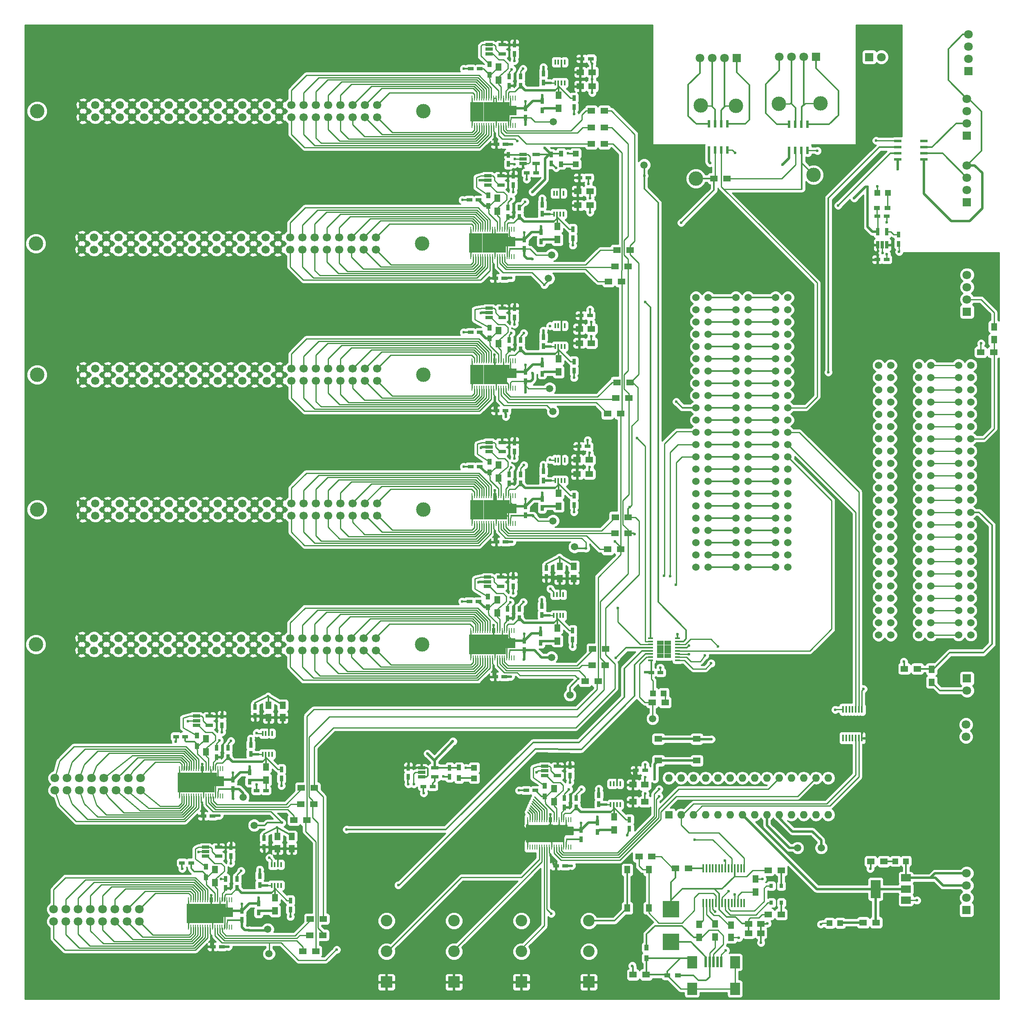
<source format=gbr>
G04 #@! TF.FileFunction,Copper,L1,Top,Signal*
%FSLAX46Y46*%
G04 Gerber Fmt 4.6, Leading zero omitted, Abs format (unit mm)*
G04 Created by KiCad (PCBNEW 4.0.4-stable) date 07/05/17 18:48:19*
%MOMM*%
%LPD*%
G01*
G04 APERTURE LIST*
%ADD10C,0.100000*%
%ADD11R,2.400000X2.400000*%
%ADD12C,2.400000*%
%ADD13R,2.800000X2.000000*%
%ADD14R,4.000000X2.000000*%
%ADD15R,1.500000X2.000000*%
%ADD16R,2.000000X1.000000*%
%ADD17R,0.285000X1.100000*%
%ADD18R,1.500000X1.000000*%
%ADD19C,1.700000*%
%ADD20C,3.000000*%
%ADD21C,1.800000*%
%ADD22R,1.500000X1.300000*%
%ADD23R,1.560000X0.650000*%
%ADD24R,0.400000X1.100000*%
%ADD25R,1.300000X1.500000*%
%ADD26R,1.200000X0.750000*%
%ADD27R,0.750000X1.200000*%
%ADD28R,1.250000X1.500000*%
%ADD29R,0.900000X1.200000*%
%ADD30R,1.500000X1.250000*%
%ADD31R,1.800000X1.800000*%
%ADD32R,0.500000X2.300000*%
%ADD33R,2.000000X2.500000*%
%ADD34R,2.000000X3.800000*%
%ADD35R,2.000000X1.500000*%
%ADD36R,0.450000X1.750000*%
%ADD37R,1.200000X1.200000*%
%ADD38R,1.550000X0.600000*%
%ADD39R,1.600000X1.600000*%
%ADD40O,1.600000X1.600000*%
%ADD41R,0.600000X1.550000*%
%ADD42C,1.524000*%
%ADD43R,1.050000X0.450000*%
%ADD44R,1.470000X0.895000*%
%ADD45R,0.450000X1.450000*%
%ADD46C,1.500000*%
%ADD47R,0.800000X0.900000*%
%ADD48R,3.500000X3.500000*%
%ADD49R,1.200000X0.900000*%
%ADD50R,1.300000X1.550000*%
%ADD51R,0.650000X1.560000*%
%ADD52R,1.550000X1.300000*%
%ADD53C,0.600000*%
%ADD54C,0.250000*%
%ADD55C,0.350000*%
%ADD56C,0.500000*%
%ADD57C,0.254000*%
G04 APERTURE END LIST*
D10*
D11*
X135280400Y-214238840D03*
D12*
X135280400Y-207888840D03*
X135280400Y-201538840D03*
D13*
X112077500Y-117348000D03*
X112077500Y-115379500D03*
D14*
X115443000Y-117348000D03*
X115443000Y-115379500D03*
D15*
X117602000Y-117348000D03*
X118110000Y-115379500D03*
D16*
X119316500Y-116586000D03*
D17*
X120070000Y-113482000D03*
X119570000Y-113482000D03*
X119070000Y-113482000D03*
X118570000Y-113482000D03*
X118070000Y-113482000D03*
X117570000Y-113482000D03*
X117070000Y-113482000D03*
X116570000Y-113482000D03*
X116070000Y-113482000D03*
X115570000Y-113482000D03*
X115070000Y-113482000D03*
X114570000Y-113482000D03*
X114070000Y-113482000D03*
X113570000Y-113482000D03*
X113070000Y-113482000D03*
X112570000Y-113482000D03*
X112070000Y-113482000D03*
X111570000Y-113482000D03*
X111070000Y-113482000D03*
X111070000Y-119182000D03*
X111570000Y-119182000D03*
X112070000Y-119182000D03*
X112570000Y-119182000D03*
X113070000Y-119182000D03*
X113570000Y-119182000D03*
X114070000Y-119182000D03*
X114570000Y-119182000D03*
X115070000Y-119182000D03*
X115570000Y-119182000D03*
X116070000Y-119182000D03*
X116570000Y-119182000D03*
X117070000Y-119182000D03*
X117570000Y-119182000D03*
X118070000Y-119182000D03*
X118570000Y-119182000D03*
X119070000Y-119182000D03*
X119570000Y-119182000D03*
X120070000Y-119182000D03*
D18*
X119570500Y-115633500D03*
D13*
X111808260Y-145262600D03*
X111808260Y-143294100D03*
D14*
X115173760Y-145262600D03*
X115173760Y-143294100D03*
D15*
X117332760Y-145262600D03*
X117840760Y-143294100D03*
D16*
X119047260Y-144500600D03*
D17*
X119800760Y-141396600D03*
X119300760Y-141396600D03*
X118800760Y-141396600D03*
X118300760Y-141396600D03*
X117800760Y-141396600D03*
X117300760Y-141396600D03*
X116800760Y-141396600D03*
X116300760Y-141396600D03*
X115800760Y-141396600D03*
X115300760Y-141396600D03*
X114800760Y-141396600D03*
X114300760Y-141396600D03*
X113800760Y-141396600D03*
X113300760Y-141396600D03*
X112800760Y-141396600D03*
X112300760Y-141396600D03*
X111800760Y-141396600D03*
X111300760Y-141396600D03*
X110800760Y-141396600D03*
X110800760Y-147096600D03*
X111300760Y-147096600D03*
X111800760Y-147096600D03*
X112300760Y-147096600D03*
X112800760Y-147096600D03*
X113300760Y-147096600D03*
X113800760Y-147096600D03*
X114300760Y-147096600D03*
X114800760Y-147096600D03*
X115300760Y-147096600D03*
X115800760Y-147096600D03*
X116300760Y-147096600D03*
X116800760Y-147096600D03*
X117300760Y-147096600D03*
X117800760Y-147096600D03*
X118300760Y-147096600D03*
X118800760Y-147096600D03*
X119300760Y-147096600D03*
X119800760Y-147096600D03*
D18*
X119301260Y-143548100D03*
D19*
X30226000Y-59944000D03*
X30226000Y-62484000D03*
X32766000Y-59944000D03*
X32766000Y-62484000D03*
X35306000Y-59944000D03*
X35306000Y-62484000D03*
X37846000Y-59944000D03*
X37846000Y-62484000D03*
X40386000Y-59944000D03*
X40386000Y-62484000D03*
X42926000Y-59944000D03*
X42926000Y-62484000D03*
X45466000Y-59944000D03*
X45466000Y-62484000D03*
X48006000Y-59944000D03*
X48006000Y-62484000D03*
X50546000Y-59944000D03*
X50546000Y-62484000D03*
X53086000Y-59944000D03*
X53086000Y-62484000D03*
X55626000Y-59944000D03*
X55626000Y-62484000D03*
X58166000Y-59944000D03*
X58166000Y-62484000D03*
X60706000Y-59944000D03*
X60706000Y-62484000D03*
X63246000Y-59944000D03*
X63246000Y-62484000D03*
X65786000Y-59944000D03*
X65786000Y-62484000D03*
X68326000Y-59944000D03*
X68326000Y-62484000D03*
X70866000Y-59944000D03*
X70866000Y-62484000D03*
X73406000Y-59944000D03*
X73406000Y-62484000D03*
X75946000Y-59944000D03*
X75946000Y-62484000D03*
X78486000Y-59944000D03*
X78486000Y-62484000D03*
X81026000Y-59944000D03*
X81026000Y-62484000D03*
X83566000Y-59944000D03*
X83566000Y-62484000D03*
X86106000Y-59944000D03*
X86106000Y-62484000D03*
X88646000Y-59944000D03*
X88646000Y-62484000D03*
X91186000Y-59944000D03*
X91186000Y-62484000D03*
D20*
X100711000Y-61214000D03*
X20701000Y-61214000D03*
D21*
X42418000Y-174498000D03*
X42418000Y-171958000D03*
X39878000Y-174498000D03*
X39878000Y-171958000D03*
X37338000Y-174498000D03*
X37338000Y-171958000D03*
X34798000Y-174498000D03*
X34798000Y-171958000D03*
X32258000Y-174498000D03*
X32258000Y-171958000D03*
X29718000Y-174498000D03*
X29718000Y-171958000D03*
X27178000Y-174498000D03*
X27178000Y-171958000D03*
X24638000Y-174498000D03*
X24638000Y-171958000D03*
D22*
X77567800Y-201168000D03*
X80267800Y-201168000D03*
D23*
X55840640Y-186278480D03*
X55840640Y-187228480D03*
X55840640Y-188178480D03*
X58540640Y-188178480D03*
X58540640Y-186278480D03*
D24*
X71500640Y-189904480D03*
X70850640Y-189904480D03*
X70200640Y-189904480D03*
X69550640Y-189904480D03*
X69550640Y-194204480D03*
X70200640Y-194204480D03*
X70850640Y-194204480D03*
X71500640Y-194204480D03*
D25*
X57825640Y-190958480D03*
X57825640Y-193658480D03*
D26*
X57383640Y-206913480D03*
X59283640Y-206913480D03*
D27*
X62397640Y-192882480D03*
X62397640Y-194782480D03*
X63413640Y-201386480D03*
X63413640Y-199486480D03*
X61127640Y-188178480D03*
X61127640Y-186278480D03*
D28*
X73700640Y-184073480D03*
X73700640Y-186573480D03*
X70779640Y-184073480D03*
X70779640Y-186573480D03*
D27*
X67985640Y-184373480D03*
X67985640Y-186273480D03*
X67096640Y-192247480D03*
X67096640Y-194147480D03*
X66842640Y-197962480D03*
X66842640Y-199862480D03*
X73446640Y-199227480D03*
X73446640Y-197327480D03*
X59984640Y-192882480D03*
X59984640Y-194782480D03*
D25*
X70271640Y-196800480D03*
X70271640Y-199500480D03*
X68407280Y-169647880D03*
X68407280Y-172347880D03*
D27*
X58120280Y-165729880D03*
X58120280Y-167629880D03*
X71582280Y-172074880D03*
X71582280Y-170174880D03*
X64978280Y-170809880D03*
X64978280Y-172709880D03*
X65232280Y-165094880D03*
X65232280Y-166994880D03*
X66121280Y-157220880D03*
X66121280Y-159120880D03*
D28*
X68915280Y-156920880D03*
X68915280Y-159420880D03*
X71836280Y-156920880D03*
X71836280Y-159420880D03*
D27*
X59263280Y-161025880D03*
X59263280Y-159125880D03*
X61549280Y-174233880D03*
X61549280Y-172333880D03*
X60533280Y-165729880D03*
X60533280Y-167629880D03*
D26*
X55438000Y-179832000D03*
X57338000Y-179832000D03*
D25*
X55961280Y-163805880D03*
X55961280Y-166505880D03*
D24*
X69636280Y-162751880D03*
X68986280Y-162751880D03*
X68336280Y-162751880D03*
X67686280Y-162751880D03*
X67686280Y-167051880D03*
X68336280Y-167051880D03*
X68986280Y-167051880D03*
X69636280Y-167051880D03*
D23*
X53976280Y-159125880D03*
X53976280Y-160075880D03*
X53976280Y-161025880D03*
X56676280Y-161025880D03*
X56676280Y-159125880D03*
D22*
X75703440Y-174015400D03*
X78403440Y-174015400D03*
X136058920Y-145232120D03*
X138758920Y-145232120D03*
D23*
X114331760Y-130342600D03*
X114331760Y-131292600D03*
X114331760Y-132242600D03*
X117031760Y-132242600D03*
X117031760Y-130342600D03*
D24*
X129991760Y-133968600D03*
X129341760Y-133968600D03*
X128691760Y-133968600D03*
X128041760Y-133968600D03*
X128041760Y-138268600D03*
X128691760Y-138268600D03*
X129341760Y-138268600D03*
X129991760Y-138268600D03*
D25*
X116316760Y-135022600D03*
X116316760Y-137722600D03*
D26*
X115874760Y-150977600D03*
X117774760Y-150977600D03*
D27*
X120888760Y-136946600D03*
X120888760Y-138846600D03*
X121904760Y-145450600D03*
X121904760Y-143550600D03*
X119618760Y-132242600D03*
X119618760Y-130342600D03*
D26*
X110540760Y-135356600D03*
X112440760Y-135356600D03*
D28*
X132191760Y-128137600D03*
X132191760Y-130637600D03*
X129270760Y-128137600D03*
X129270760Y-130637600D03*
D27*
X126476760Y-128437600D03*
X126476760Y-130337600D03*
X125587760Y-136311600D03*
X125587760Y-138211600D03*
X125333760Y-142026600D03*
X125333760Y-143926600D03*
X131937760Y-143291600D03*
X131937760Y-141391600D03*
X118475760Y-136946600D03*
X118475760Y-138846600D03*
D25*
X128762760Y-140864600D03*
X128762760Y-143564600D03*
X129032000Y-112950000D03*
X129032000Y-115650000D03*
D27*
X118745000Y-109032000D03*
X118745000Y-110932000D03*
D29*
X114681000Y-108669000D03*
X114681000Y-106469000D03*
D27*
X132207000Y-115377000D03*
X132207000Y-113477000D03*
X125603000Y-114112000D03*
X125603000Y-116012000D03*
X125857000Y-108397000D03*
X125857000Y-110297000D03*
D26*
X135074700Y-103238300D03*
X133174700Y-103238300D03*
D30*
X135374700Y-106032300D03*
X132874700Y-106032300D03*
X135374700Y-108953300D03*
X132874700Y-108953300D03*
D26*
X110810000Y-107442000D03*
X112710000Y-107442000D03*
D27*
X119888000Y-104328000D03*
X119888000Y-102428000D03*
X122174000Y-117536000D03*
X122174000Y-115636000D03*
X121158000Y-109032000D03*
X121158000Y-110932000D03*
D26*
X116144000Y-123063000D03*
X118044000Y-123063000D03*
D25*
X116586000Y-107108000D03*
X116586000Y-109808000D03*
D24*
X130261000Y-106054000D03*
X129611000Y-106054000D03*
X128961000Y-106054000D03*
X128311000Y-106054000D03*
X128311000Y-110354000D03*
X128961000Y-110354000D03*
X129611000Y-110354000D03*
X130261000Y-110354000D03*
D23*
X114601000Y-102428000D03*
X114601000Y-103378000D03*
X114601000Y-104328000D03*
X117301000Y-104328000D03*
X117301000Y-102428000D03*
D25*
X140538200Y-180046640D03*
X140538200Y-182746640D03*
D27*
X130251200Y-176128640D03*
X130251200Y-178028640D03*
D29*
X126187200Y-175765640D03*
X126187200Y-173565640D03*
D27*
X143713200Y-182473640D03*
X143713200Y-180573640D03*
X137109200Y-181208640D03*
X137109200Y-183108640D03*
X137363200Y-175493640D03*
X137363200Y-177393640D03*
D26*
X146939040Y-170367960D03*
X145039040Y-170367960D03*
D30*
X146913920Y-173360080D03*
X144413920Y-173360080D03*
X146913920Y-176880520D03*
X144413920Y-176880520D03*
D26*
X122316200Y-174538640D03*
X124216200Y-174538640D03*
D27*
X131394200Y-171424640D03*
X131394200Y-169524640D03*
X133680200Y-184632640D03*
X133680200Y-182732640D03*
X132664200Y-176128640D03*
X132664200Y-178028640D03*
D26*
X128488400Y-190195200D03*
X130388400Y-190195200D03*
D25*
X128092200Y-174204640D03*
X128092200Y-176904640D03*
D24*
X141767200Y-173150640D03*
X141117200Y-173150640D03*
X140467200Y-173150640D03*
X139817200Y-173150640D03*
X139817200Y-177450640D03*
X140467200Y-177450640D03*
X141117200Y-177450640D03*
X141767200Y-177450640D03*
D23*
X126107200Y-169524640D03*
X126107200Y-170474640D03*
X126107200Y-171424640D03*
X128807200Y-171424640D03*
X128807200Y-169524640D03*
D17*
X131576200Y-180578640D03*
X131076200Y-180578640D03*
X130576200Y-180578640D03*
X130076200Y-180578640D03*
X129576200Y-180578640D03*
X129076200Y-180578640D03*
X128576200Y-180578640D03*
X128076200Y-180578640D03*
X127576200Y-180578640D03*
X127076200Y-180578640D03*
X126576200Y-180578640D03*
X126076200Y-180578640D03*
X125576200Y-180578640D03*
X125076200Y-180578640D03*
X124576200Y-180578640D03*
X124076200Y-180578640D03*
X123576200Y-180578640D03*
X123076200Y-180578640D03*
X122576200Y-180578640D03*
X122576200Y-186278640D03*
X123076200Y-186278640D03*
X123576200Y-186278640D03*
X124076200Y-186278640D03*
X124576200Y-186278640D03*
X125076200Y-186278640D03*
X125576200Y-186278640D03*
X126076200Y-186278640D03*
X126576200Y-186278640D03*
X127076200Y-186278640D03*
X127576200Y-186278640D03*
X128076200Y-186278640D03*
X128576200Y-186278640D03*
X129076200Y-186278640D03*
X129576200Y-186278640D03*
X130076200Y-186278640D03*
X130576200Y-186278640D03*
X131076200Y-186278640D03*
X131576200Y-186278640D03*
D23*
X114601000Y-74615000D03*
X114601000Y-75565000D03*
X114601000Y-76515000D03*
X117301000Y-76515000D03*
X117301000Y-74615000D03*
D24*
X130261000Y-78241000D03*
X129611000Y-78241000D03*
X128961000Y-78241000D03*
X128311000Y-78241000D03*
X128311000Y-82541000D03*
X128961000Y-82541000D03*
X129611000Y-82541000D03*
X130261000Y-82541000D03*
D25*
X116586000Y-79295000D03*
X116586000Y-81995000D03*
D26*
X116144000Y-95834200D03*
X118044000Y-95834200D03*
D27*
X121158000Y-81219000D03*
X121158000Y-83119000D03*
X122174000Y-89723000D03*
X122174000Y-87823000D03*
X119888000Y-76515000D03*
X119888000Y-74615000D03*
D26*
X110810000Y-79629000D03*
X112710000Y-79629000D03*
D30*
X135819200Y-81838800D03*
X133319200Y-81838800D03*
X135819200Y-78917800D03*
X133319200Y-78917800D03*
D26*
X135519200Y-76123800D03*
X133619200Y-76123800D03*
D27*
X125857000Y-80584000D03*
X125857000Y-82484000D03*
X125603000Y-86299000D03*
X125603000Y-88199000D03*
X132207000Y-87564000D03*
X132207000Y-85664000D03*
X118745000Y-81219000D03*
X118745000Y-83119000D03*
D25*
X129032000Y-85137000D03*
X129032000Y-87837000D03*
X128778000Y-57705000D03*
X128778000Y-60405000D03*
D27*
X118491000Y-53787000D03*
X118491000Y-55687000D03*
X131953000Y-60132000D03*
X131953000Y-58232000D03*
X125349000Y-58867000D03*
X125349000Y-60767000D03*
X125603000Y-53152000D03*
X125603000Y-55052000D03*
D26*
X135201700Y-47586900D03*
X133301700Y-47586900D03*
D30*
X135501700Y-50380900D03*
X133001700Y-50380900D03*
X135501700Y-53301900D03*
X133001700Y-53301900D03*
D26*
X110556000Y-52197000D03*
X112456000Y-52197000D03*
D27*
X119634000Y-49083000D03*
X119634000Y-47183000D03*
X121920000Y-62291000D03*
X121920000Y-60391000D03*
X120904000Y-53787000D03*
X120904000Y-55687000D03*
D26*
X115864600Y-68402200D03*
X117764600Y-68402200D03*
D25*
X116332000Y-51863000D03*
X116332000Y-54563000D03*
D24*
X130007000Y-50809000D03*
X129357000Y-50809000D03*
X128707000Y-50809000D03*
X128057000Y-50809000D03*
X128057000Y-55109000D03*
X128707000Y-55109000D03*
X129357000Y-55109000D03*
X130007000Y-55109000D03*
D23*
X114347000Y-47183000D03*
X114347000Y-48133000D03*
X114347000Y-49083000D03*
X117047000Y-49083000D03*
X117047000Y-47183000D03*
D31*
X213640600Y-38833399D03*
D21*
X213640600Y-36293399D03*
X213640600Y-33753399D03*
X213640600Y-31213399D03*
D32*
X159522360Y-210041840D03*
X160322360Y-210041840D03*
X161122360Y-210041840D03*
X161922360Y-210041840D03*
X162722360Y-210041840D03*
D33*
X156672360Y-210141840D03*
X156672360Y-215641840D03*
X165572360Y-210141840D03*
X165572360Y-215641840D03*
D34*
X194700760Y-194960240D03*
D35*
X201000760Y-194960240D03*
X201000760Y-192660240D03*
X201000760Y-197260240D03*
D36*
X167480960Y-190699840D03*
X166830960Y-190699840D03*
X166180960Y-190699840D03*
X165530960Y-190699840D03*
X164880960Y-190699840D03*
X164230960Y-190699840D03*
X163580960Y-190699840D03*
X162930960Y-190699840D03*
X162280960Y-190699840D03*
X161630960Y-190699840D03*
X160980960Y-190699840D03*
X160330960Y-190699840D03*
X159680960Y-190699840D03*
X159030960Y-190699840D03*
X159030960Y-197899840D03*
X159680960Y-197899840D03*
X160330960Y-197899840D03*
X160980960Y-197899840D03*
X161630960Y-197899840D03*
X162280960Y-197899840D03*
X162930960Y-197899840D03*
X163580960Y-197899840D03*
X164230960Y-197899840D03*
X164880960Y-197899840D03*
X165530960Y-197899840D03*
X166180960Y-197899840D03*
X166830960Y-197899840D03*
X167480960Y-197899840D03*
D23*
X114601000Y-20005000D03*
X114601000Y-20955000D03*
X114601000Y-21905000D03*
X117301000Y-21905000D03*
X117301000Y-20005000D03*
D24*
X130261000Y-23631000D03*
X129611000Y-23631000D03*
X128961000Y-23631000D03*
X128311000Y-23631000D03*
X128311000Y-27931000D03*
X128961000Y-27931000D03*
X129611000Y-27931000D03*
X130261000Y-27931000D03*
D37*
X187368360Y-202021440D03*
X185168360Y-202021440D03*
D38*
X199280800Y-40005000D03*
X199280800Y-41275000D03*
X199280800Y-42545000D03*
X199280800Y-43815000D03*
X204680800Y-43815000D03*
X204680800Y-42545000D03*
X204680800Y-41275000D03*
X204680800Y-40005000D03*
D39*
X151876760Y-179567840D03*
D40*
X184896760Y-171947840D03*
X154416760Y-179567840D03*
X182356760Y-171947840D03*
X156956760Y-179567840D03*
X179816760Y-171947840D03*
X159496760Y-179567840D03*
X177276760Y-171947840D03*
X162036760Y-179567840D03*
X174736760Y-171947840D03*
X164576760Y-179567840D03*
X172196760Y-171947840D03*
X167116760Y-179567840D03*
X169656760Y-171947840D03*
X169656760Y-179567840D03*
X167116760Y-171947840D03*
X172196760Y-179567840D03*
X164576760Y-171947840D03*
X174736760Y-179567840D03*
X162036760Y-171947840D03*
X177276760Y-179567840D03*
X159496760Y-171947840D03*
X179816760Y-179567840D03*
X156956760Y-171947840D03*
X182356760Y-179567840D03*
X154416760Y-171947840D03*
X184896760Y-179567840D03*
X151876760Y-171947840D03*
D31*
X182363440Y-22506000D03*
D21*
X179823440Y-22506000D03*
X177283440Y-22506000D03*
X174743440Y-22506000D03*
D31*
X213969600Y-25501600D03*
D21*
X213969600Y-22961600D03*
X213969600Y-20421600D03*
X213969600Y-17881600D03*
D31*
X213640600Y-52633399D03*
D21*
X213640600Y-50093399D03*
X213640600Y-47553399D03*
X213640600Y-45013399D03*
D25*
X158125160Y-202297040D03*
X158125160Y-204997040D03*
X161427160Y-202195440D03*
X161427160Y-204895440D03*
D22*
X194831960Y-201919840D03*
X192131960Y-201919840D03*
D25*
X116586000Y-24685000D03*
X116586000Y-27385000D03*
D26*
X116144000Y-40640000D03*
X118044000Y-40640000D03*
D27*
X121158000Y-26609000D03*
X121158000Y-28509000D03*
X122174000Y-35113000D03*
X122174000Y-33213000D03*
X119888000Y-21905000D03*
X119888000Y-20005000D03*
D26*
X110810000Y-25019000D03*
X112710000Y-25019000D03*
D30*
X136002894Y-28630204D03*
X133502894Y-28630204D03*
X136002894Y-25709204D03*
X133502894Y-25709204D03*
D26*
X135702894Y-22915204D03*
X133802894Y-22915204D03*
D27*
X125857000Y-25974000D03*
X125857000Y-27874000D03*
X125603000Y-31689000D03*
X125603000Y-33589000D03*
X132207000Y-32954000D03*
X132207000Y-31054000D03*
D29*
X114681000Y-26246000D03*
X114681000Y-24046000D03*
D27*
X118745000Y-26609000D03*
X118745000Y-28509000D03*
D25*
X129032000Y-30527000D03*
X129032000Y-33227000D03*
D11*
X121310400Y-214238840D03*
D12*
X121310400Y-207888840D03*
X121310400Y-201538840D03*
D11*
X107340400Y-214238840D03*
D12*
X107340400Y-207888840D03*
X107340400Y-201538840D03*
D11*
X93370400Y-214238840D03*
D12*
X93370400Y-207888840D03*
X93370400Y-201538840D03*
D22*
X135789680Y-33736280D03*
X138489680Y-33736280D03*
X141100000Y-89974000D03*
X143800000Y-89974000D03*
X141100000Y-62574000D03*
X143800000Y-62574000D03*
X140752840Y-117906800D03*
X143452840Y-117906800D03*
D31*
X165960000Y-22750000D03*
D21*
X163420000Y-22750000D03*
X160880000Y-22750000D03*
X158340000Y-22750000D03*
D41*
X160157160Y-41846480D03*
X161427160Y-41846480D03*
X162697160Y-41846480D03*
X163967160Y-41846480D03*
X163967160Y-36446480D03*
X162697160Y-36446480D03*
X161427160Y-36446480D03*
X160157160Y-36446480D03*
D20*
X158480760Y-32628840D03*
X165811200Y-32659320D03*
X174670720Y-32288480D03*
X183266080Y-32161480D03*
D19*
X30480000Y-32512000D03*
X30480000Y-35052000D03*
X33020000Y-32512000D03*
X33020000Y-35052000D03*
X35560000Y-32512000D03*
X35560000Y-35052000D03*
X38100000Y-32512000D03*
X38100000Y-35052000D03*
X40640000Y-32512000D03*
X40640000Y-35052000D03*
X43180000Y-32512000D03*
X43180000Y-35052000D03*
X45720000Y-32512000D03*
X45720000Y-35052000D03*
X48260000Y-32512000D03*
X48260000Y-35052000D03*
X50800000Y-32512000D03*
X50800000Y-35052000D03*
X53340000Y-32512000D03*
X53340000Y-35052000D03*
X55880000Y-32512000D03*
X55880000Y-35052000D03*
X58420000Y-32512000D03*
X58420000Y-35052000D03*
X60960000Y-32512000D03*
X60960000Y-35052000D03*
X63500000Y-32512000D03*
X63500000Y-35052000D03*
X66040000Y-32512000D03*
X66040000Y-35052000D03*
X68580000Y-32512000D03*
X68580000Y-35052000D03*
X71120000Y-32512000D03*
X71120000Y-35052000D03*
X73660000Y-32512000D03*
X73660000Y-35052000D03*
X76200000Y-32512000D03*
X76200000Y-35052000D03*
X78740000Y-32512000D03*
X78740000Y-35052000D03*
X81280000Y-32512000D03*
X81280000Y-35052000D03*
X83820000Y-32512000D03*
X83820000Y-35052000D03*
X86360000Y-32512000D03*
X86360000Y-35052000D03*
X88900000Y-32512000D03*
X88900000Y-35052000D03*
X91440000Y-32512000D03*
X91440000Y-35052000D03*
D20*
X100965000Y-33782000D03*
X20955000Y-33782000D03*
D19*
X30480000Y-87122000D03*
X30480000Y-89662000D03*
X33020000Y-87122000D03*
X33020000Y-89662000D03*
X35560000Y-87122000D03*
X35560000Y-89662000D03*
X38100000Y-87122000D03*
X38100000Y-89662000D03*
X40640000Y-87122000D03*
X40640000Y-89662000D03*
X43180000Y-87122000D03*
X43180000Y-89662000D03*
X45720000Y-87122000D03*
X45720000Y-89662000D03*
X48260000Y-87122000D03*
X48260000Y-89662000D03*
X50800000Y-87122000D03*
X50800000Y-89662000D03*
X53340000Y-87122000D03*
X53340000Y-89662000D03*
X55880000Y-87122000D03*
X55880000Y-89662000D03*
X58420000Y-87122000D03*
X58420000Y-89662000D03*
X60960000Y-87122000D03*
X60960000Y-89662000D03*
X63500000Y-87122000D03*
X63500000Y-89662000D03*
X66040000Y-87122000D03*
X66040000Y-89662000D03*
X68580000Y-87122000D03*
X68580000Y-89662000D03*
X71120000Y-87122000D03*
X71120000Y-89662000D03*
X73660000Y-87122000D03*
X73660000Y-89662000D03*
X76200000Y-87122000D03*
X76200000Y-89662000D03*
X78740000Y-87122000D03*
X78740000Y-89662000D03*
X81280000Y-87122000D03*
X81280000Y-89662000D03*
X83820000Y-87122000D03*
X83820000Y-89662000D03*
X86360000Y-87122000D03*
X86360000Y-89662000D03*
X88900000Y-87122000D03*
X88900000Y-89662000D03*
X91440000Y-87122000D03*
X91440000Y-89662000D03*
D20*
X100965000Y-88392000D03*
X20955000Y-88392000D03*
D19*
X30226000Y-143002000D03*
X30226000Y-145542000D03*
X32766000Y-143002000D03*
X32766000Y-145542000D03*
X35306000Y-143002000D03*
X35306000Y-145542000D03*
X37846000Y-143002000D03*
X37846000Y-145542000D03*
X40386000Y-143002000D03*
X40386000Y-145542000D03*
X42926000Y-143002000D03*
X42926000Y-145542000D03*
X45466000Y-143002000D03*
X45466000Y-145542000D03*
X48006000Y-143002000D03*
X48006000Y-145542000D03*
X50546000Y-143002000D03*
X50546000Y-145542000D03*
X53086000Y-143002000D03*
X53086000Y-145542000D03*
X55626000Y-143002000D03*
X55626000Y-145542000D03*
X58166000Y-143002000D03*
X58166000Y-145542000D03*
X60706000Y-143002000D03*
X60706000Y-145542000D03*
X63246000Y-143002000D03*
X63246000Y-145542000D03*
X65786000Y-143002000D03*
X65786000Y-145542000D03*
X68326000Y-143002000D03*
X68326000Y-145542000D03*
X70866000Y-143002000D03*
X70866000Y-145542000D03*
X73406000Y-143002000D03*
X73406000Y-145542000D03*
X75946000Y-143002000D03*
X75946000Y-145542000D03*
X78486000Y-143002000D03*
X78486000Y-145542000D03*
X81026000Y-143002000D03*
X81026000Y-145542000D03*
X83566000Y-143002000D03*
X83566000Y-145542000D03*
X86106000Y-143002000D03*
X86106000Y-145542000D03*
X88646000Y-143002000D03*
X88646000Y-145542000D03*
X91186000Y-143002000D03*
X91186000Y-145542000D03*
D20*
X100711000Y-144272000D03*
X20701000Y-144272000D03*
D19*
X30480000Y-115062000D03*
X30480000Y-117602000D03*
X33020000Y-115062000D03*
X33020000Y-117602000D03*
X35560000Y-115062000D03*
X35560000Y-117602000D03*
X38100000Y-115062000D03*
X38100000Y-117602000D03*
X40640000Y-115062000D03*
X40640000Y-117602000D03*
X43180000Y-115062000D03*
X43180000Y-117602000D03*
X45720000Y-115062000D03*
X45720000Y-117602000D03*
X48260000Y-115062000D03*
X48260000Y-117602000D03*
X50800000Y-115062000D03*
X50800000Y-117602000D03*
X53340000Y-115062000D03*
X53340000Y-117602000D03*
X55880000Y-115062000D03*
X55880000Y-117602000D03*
X58420000Y-115062000D03*
X58420000Y-117602000D03*
X60960000Y-115062000D03*
X60960000Y-117602000D03*
X63500000Y-115062000D03*
X63500000Y-117602000D03*
X66040000Y-115062000D03*
X66040000Y-117602000D03*
X68580000Y-115062000D03*
X68580000Y-117602000D03*
X71120000Y-115062000D03*
X71120000Y-117602000D03*
X73660000Y-115062000D03*
X73660000Y-117602000D03*
X76200000Y-115062000D03*
X76200000Y-117602000D03*
X78740000Y-115062000D03*
X78740000Y-117602000D03*
X81280000Y-115062000D03*
X81280000Y-117602000D03*
X83820000Y-115062000D03*
X83820000Y-117602000D03*
X86360000Y-115062000D03*
X86360000Y-117602000D03*
X88900000Y-115062000D03*
X88900000Y-117602000D03*
X91440000Y-115062000D03*
X91440000Y-117602000D03*
D20*
X100965000Y-116332000D03*
X20955000Y-116332000D03*
D42*
X165735000Y-72390000D03*
X168275000Y-72390000D03*
X165735000Y-74930000D03*
X168275000Y-74930000D03*
X165735000Y-77470000D03*
X168275000Y-77470000D03*
X165735000Y-80010000D03*
X168275000Y-80010000D03*
X165735000Y-82550000D03*
X168275000Y-82550000D03*
X165735000Y-85090000D03*
X168275000Y-85090000D03*
X165735000Y-87630000D03*
X168275000Y-87630000D03*
X165735000Y-90170000D03*
X168275000Y-90170000D03*
X165735000Y-92710000D03*
X168275000Y-92710000D03*
X165735000Y-95250000D03*
X168275000Y-95250000D03*
X165735000Y-97790000D03*
X168275000Y-97790000D03*
X165735000Y-100330000D03*
X168275000Y-100330000D03*
X165735000Y-102870000D03*
X168275000Y-102870000D03*
X165735000Y-105410000D03*
X168275000Y-105410000D03*
X165735000Y-107950000D03*
X168275000Y-107950000D03*
X165735000Y-110490000D03*
X168275000Y-110490000D03*
X165735000Y-113030000D03*
X168275000Y-113030000D03*
X165735000Y-115570000D03*
X168275000Y-115570000D03*
X165735000Y-118110000D03*
X168275000Y-118110000D03*
X165735000Y-120650000D03*
X168275000Y-120650000D03*
X165735000Y-123190000D03*
X168275000Y-123190000D03*
X165735000Y-125730000D03*
X168275000Y-125730000D03*
X165735000Y-128270000D03*
X168275000Y-128270000D03*
X157480000Y-72390000D03*
X160020000Y-72390000D03*
X157480000Y-74930000D03*
X160020000Y-74930000D03*
X157480000Y-77470000D03*
X160020000Y-77470000D03*
X157480000Y-80010000D03*
X160020000Y-80010000D03*
X157480000Y-82550000D03*
X160020000Y-82550000D03*
X157480000Y-85090000D03*
X160020000Y-85090000D03*
X157480000Y-87630000D03*
X160020000Y-87630000D03*
X157480000Y-90170000D03*
X160020000Y-90170000D03*
X157480000Y-92710000D03*
X160020000Y-92710000D03*
X157480000Y-95250000D03*
X160020000Y-95250000D03*
X157480000Y-97790000D03*
X160020000Y-97790000D03*
X157480000Y-100330000D03*
X160020000Y-100330000D03*
X157480000Y-102870000D03*
X160020000Y-102870000D03*
X157480000Y-105410000D03*
X160020000Y-105410000D03*
X157480000Y-107950000D03*
X160020000Y-107950000D03*
X157480000Y-110490000D03*
X160020000Y-110490000D03*
X157480000Y-113030000D03*
X160020000Y-113030000D03*
X157480000Y-115570000D03*
X160020000Y-115570000D03*
X157480000Y-118110000D03*
X160020000Y-118110000D03*
X157480000Y-120650000D03*
X160020000Y-120650000D03*
X157480000Y-123190000D03*
X160020000Y-123190000D03*
X157480000Y-125730000D03*
X160020000Y-125730000D03*
X157480000Y-128270000D03*
X160020000Y-128270000D03*
X173990000Y-72390000D03*
X176530000Y-72390000D03*
X173990000Y-74930000D03*
X176530000Y-74930000D03*
X173990000Y-77470000D03*
X176530000Y-77470000D03*
X173990000Y-80010000D03*
X176530000Y-80010000D03*
X173990000Y-82550000D03*
X176530000Y-82550000D03*
X173990000Y-85090000D03*
X176530000Y-85090000D03*
X173990000Y-87630000D03*
X176530000Y-87630000D03*
X173990000Y-90170000D03*
X176530000Y-90170000D03*
X173990000Y-92710000D03*
X176530000Y-92710000D03*
X173990000Y-95250000D03*
X176530000Y-95250000D03*
X173990000Y-97790000D03*
X176530000Y-97790000D03*
X173990000Y-100330000D03*
X176530000Y-100330000D03*
X173990000Y-102870000D03*
X176530000Y-102870000D03*
X173990000Y-105410000D03*
X176530000Y-105410000D03*
X173990000Y-107950000D03*
X176530000Y-107950000D03*
X173990000Y-110490000D03*
X176530000Y-110490000D03*
X173990000Y-113030000D03*
X176530000Y-113030000D03*
X173990000Y-115570000D03*
X176530000Y-115570000D03*
X173990000Y-118110000D03*
X176530000Y-118110000D03*
X173990000Y-120650000D03*
X176530000Y-120650000D03*
X173990000Y-123190000D03*
X176530000Y-123190000D03*
X173990000Y-125730000D03*
X176530000Y-125730000D03*
X173990000Y-128270000D03*
X176530000Y-128270000D03*
D21*
X42164000Y-201676000D03*
X42164000Y-199136000D03*
X39624000Y-201676000D03*
X39624000Y-199136000D03*
X37084000Y-201676000D03*
X37084000Y-199136000D03*
X34544000Y-201676000D03*
X34544000Y-199136000D03*
X32004000Y-201676000D03*
X32004000Y-199136000D03*
X29464000Y-201676000D03*
X29464000Y-199136000D03*
X26924000Y-201676000D03*
X26924000Y-199136000D03*
X24384000Y-201676000D03*
X24384000Y-199136000D03*
D22*
X163910000Y-47752000D03*
X161210000Y-47752000D03*
D20*
X157480000Y-47752000D03*
X181864000Y-46990000D03*
D43*
X153651000Y-147563000D03*
X153651000Y-146913000D03*
X153651000Y-146263000D03*
X153651000Y-145613000D03*
X153651000Y-144963000D03*
X153651000Y-144313000D03*
X153651000Y-143663000D03*
X153651000Y-143013000D03*
X148101000Y-143013000D03*
X148101000Y-143663000D03*
X148101000Y-144313000D03*
X148101000Y-144963000D03*
X148101000Y-145613000D03*
X148101000Y-146263000D03*
X148101000Y-146913000D03*
X148101000Y-147563000D03*
D44*
X150141000Y-143945500D03*
X150141000Y-144840500D03*
X150141000Y-145735500D03*
X150141000Y-146630500D03*
X151611000Y-143945500D03*
X151611000Y-144840500D03*
X151611000Y-145735500D03*
X151611000Y-146630500D03*
D45*
X191865800Y-157781200D03*
X191215800Y-157781200D03*
X190565800Y-157781200D03*
X189915800Y-157781200D03*
X189265800Y-157781200D03*
X188615800Y-157781200D03*
X187965800Y-157781200D03*
X187965800Y-163681200D03*
X188615800Y-163681200D03*
X189265800Y-163681200D03*
X189915800Y-163681200D03*
X190565800Y-163681200D03*
X191215800Y-163681200D03*
X191865800Y-163681200D03*
D26*
X150124200Y-150088600D03*
X148224200Y-150088600D03*
D27*
X118643400Y-44739600D03*
X118643400Y-42839600D03*
D26*
X122443200Y-46609000D03*
X124343200Y-46609000D03*
D27*
X127533400Y-44663400D03*
X127533400Y-42763400D03*
D26*
X49748400Y-163372800D03*
X51648400Y-163372800D03*
X66461600Y-174548800D03*
X68361600Y-174548800D03*
X50993000Y-189534800D03*
X52893000Y-189534800D03*
D37*
X200998000Y-189204600D03*
X198798000Y-189204600D03*
X132562600Y-44762600D03*
X132562600Y-42562600D03*
D21*
X213639400Y-153847800D03*
D31*
X213639400Y-151347800D03*
X213639400Y-75336400D03*
D21*
X213639400Y-72796400D03*
X213639400Y-70256400D03*
X213639400Y-67716400D03*
X195910200Y-22580600D03*
D31*
X193410200Y-22580600D03*
X213563200Y-199313800D03*
D21*
X213563200Y-196773800D03*
X213563200Y-194233800D03*
X213563200Y-191693800D03*
D42*
X195326000Y-86461600D03*
X197866000Y-86461600D03*
X195326000Y-89001600D03*
X197866000Y-89001600D03*
X195326000Y-91541600D03*
X197866000Y-91541600D03*
X195326000Y-94081600D03*
X197866000Y-94081600D03*
X195326000Y-96621600D03*
X197866000Y-96621600D03*
X195326000Y-99161600D03*
X197866000Y-99161600D03*
X195326000Y-101701600D03*
X197866000Y-101701600D03*
X195326000Y-104241600D03*
X197866000Y-104241600D03*
X195326000Y-106781600D03*
X197866000Y-106781600D03*
X195326000Y-109321600D03*
X197866000Y-109321600D03*
X195326000Y-111861600D03*
X197866000Y-111861600D03*
X195326000Y-114401600D03*
X197866000Y-114401600D03*
X195326000Y-116941600D03*
X197866000Y-116941600D03*
X195326000Y-119481600D03*
X197866000Y-119481600D03*
X195326000Y-122021600D03*
X197866000Y-122021600D03*
X195326000Y-124561600D03*
X197866000Y-124561600D03*
X195326000Y-127101600D03*
X197866000Y-127101600D03*
X195326000Y-129641600D03*
X197866000Y-129641600D03*
X195326000Y-132181600D03*
X197866000Y-132181600D03*
X195326000Y-134721600D03*
X197866000Y-134721600D03*
X195326000Y-137261600D03*
X197866000Y-137261600D03*
X195326000Y-139801600D03*
X197866000Y-139801600D03*
X195326000Y-142341600D03*
X197866000Y-142341600D03*
X203639000Y-86446000D03*
X206179000Y-86446000D03*
X203639000Y-88986000D03*
X206179000Y-88986000D03*
X203639000Y-91526000D03*
X206179000Y-91526000D03*
X203639000Y-94066000D03*
X206179000Y-94066000D03*
X203639000Y-96606000D03*
X206179000Y-96606000D03*
X203639000Y-99146000D03*
X206179000Y-99146000D03*
X203639000Y-101686000D03*
X206179000Y-101686000D03*
X203639000Y-104226000D03*
X206179000Y-104226000D03*
X203639000Y-106766000D03*
X206179000Y-106766000D03*
X203639000Y-109306000D03*
X206179000Y-109306000D03*
X203639000Y-111846000D03*
X206179000Y-111846000D03*
X203639000Y-114386000D03*
X206179000Y-114386000D03*
X203639000Y-116926000D03*
X206179000Y-116926000D03*
X203639000Y-119466000D03*
X206179000Y-119466000D03*
X203639000Y-122006000D03*
X206179000Y-122006000D03*
X203639000Y-124546000D03*
X206179000Y-124546000D03*
X203639000Y-127086000D03*
X206179000Y-127086000D03*
X203639000Y-129626000D03*
X206179000Y-129626000D03*
X203639000Y-132166000D03*
X206179000Y-132166000D03*
X203639000Y-134706000D03*
X206179000Y-134706000D03*
X203639000Y-137246000D03*
X206179000Y-137246000D03*
X203639000Y-139786000D03*
X206179000Y-139786000D03*
X203639000Y-142326000D03*
X206179000Y-142326000D03*
X211886800Y-86436200D03*
X214426800Y-86436200D03*
X211886800Y-88976200D03*
X214426800Y-88976200D03*
X211886800Y-91516200D03*
X214426800Y-91516200D03*
X211886800Y-94056200D03*
X214426800Y-94056200D03*
X211886800Y-96596200D03*
X214426800Y-96596200D03*
X211886800Y-99136200D03*
X214426800Y-99136200D03*
X211886800Y-101676200D03*
X214426800Y-101676200D03*
X211886800Y-104216200D03*
X214426800Y-104216200D03*
X211886800Y-106756200D03*
X214426800Y-106756200D03*
X211886800Y-109296200D03*
X214426800Y-109296200D03*
X211886800Y-111836200D03*
X214426800Y-111836200D03*
X211886800Y-114376200D03*
X214426800Y-114376200D03*
X211886800Y-116916200D03*
X214426800Y-116916200D03*
X211886800Y-119456200D03*
X214426800Y-119456200D03*
X211886800Y-121996200D03*
X214426800Y-121996200D03*
X211886800Y-124536200D03*
X214426800Y-124536200D03*
X211886800Y-127076200D03*
X214426800Y-127076200D03*
X211886800Y-129616200D03*
X214426800Y-129616200D03*
X211886800Y-132156200D03*
X214426800Y-132156200D03*
X211886800Y-134696200D03*
X214426800Y-134696200D03*
X211886800Y-137236200D03*
X214426800Y-137236200D03*
X211886800Y-139776200D03*
X214426800Y-139776200D03*
X211886800Y-142316200D03*
X214426800Y-142316200D03*
D29*
X129540000Y-42562600D03*
X129540000Y-44762600D03*
D23*
X121648981Y-42749000D03*
X121648981Y-43699000D03*
X121648981Y-44649000D03*
X124348981Y-44649000D03*
X124348981Y-42749000D03*
D46*
X127609600Y-63550800D03*
X127152400Y-91236800D03*
X127863600Y-118668800D03*
D27*
X97891600Y-171714200D03*
X97891600Y-169814200D03*
D26*
X101005600Y-173710600D03*
X102905600Y-173710600D03*
D27*
X106451400Y-171714200D03*
X106451400Y-169814200D03*
D37*
X111531400Y-172016600D03*
X111531400Y-169816600D03*
D29*
X108381800Y-169791200D03*
X108381800Y-171991200D03*
D46*
X127554124Y-146970500D03*
X63652400Y-175920400D03*
X68757800Y-203301600D03*
D23*
X100631000Y-169839600D03*
X100631000Y-170789600D03*
X100631000Y-171739600D03*
X103331000Y-171739600D03*
X103331000Y-169839600D03*
D46*
X146761200Y-44932600D03*
X126949200Y-68402200D03*
X127838200Y-96012000D03*
X132334000Y-124079000D03*
X131368800Y-154787600D03*
X65938400Y-181762400D03*
X69011800Y-208381600D03*
X148488400Y-159664400D03*
D37*
X148607600Y-154406600D03*
X150807600Y-154406600D03*
D22*
X148408400Y-156311600D03*
X151108400Y-156311600D03*
D25*
X219252800Y-81156800D03*
X219252800Y-78456800D03*
D22*
X219180400Y-83718400D03*
X216480400Y-83718400D03*
X193696600Y-189255400D03*
X196396600Y-189255400D03*
D25*
X206324200Y-149424400D03*
X206324200Y-152124400D03*
D22*
X203381600Y-149326600D03*
X200681600Y-149326600D03*
D21*
X213436200Y-163398200D03*
X213436200Y-160898200D03*
D47*
X173067000Y-194310000D03*
X175167000Y-194310000D03*
X173092400Y-197815200D03*
X175192400Y-197815200D03*
D22*
X145665200Y-188239400D03*
X148365200Y-188239400D03*
X172462200Y-191058800D03*
X175162200Y-191058800D03*
X172462200Y-200202800D03*
X175162200Y-200202800D03*
X153259800Y-190652400D03*
X155959800Y-190652400D03*
D25*
X169824400Y-195558400D03*
X169824400Y-192858400D03*
D22*
X147146000Y-212725000D03*
X144446000Y-212725000D03*
D28*
X164795200Y-202483400D03*
X164795200Y-204983400D03*
D30*
X168422000Y-202158600D03*
X170922000Y-202158600D03*
X168422000Y-204114400D03*
X170922000Y-204114400D03*
D48*
X152323800Y-205914200D03*
X152323800Y-199114200D03*
D29*
X147243800Y-207103800D03*
X147243800Y-209303800D03*
D49*
X153728600Y-212852000D03*
X151528600Y-212852000D03*
D50*
X143241200Y-198920000D03*
X143241200Y-190970000D03*
X147741200Y-198920000D03*
X147741200Y-190970000D03*
D13*
X112077500Y-34925000D03*
X112077500Y-32956500D03*
D14*
X115443000Y-34925000D03*
X115443000Y-32956500D03*
D15*
X118110000Y-34925000D03*
X118110000Y-32956500D03*
D18*
X119570500Y-34163000D03*
D17*
X120070000Y-31059000D03*
X119570000Y-31059000D03*
X119070000Y-31059000D03*
X118570000Y-31059000D03*
X118070000Y-31059000D03*
X117570000Y-31059000D03*
X117070000Y-31059000D03*
X116570000Y-31059000D03*
X116070000Y-31059000D03*
X115570000Y-31059000D03*
X115070000Y-31059000D03*
X114570000Y-31059000D03*
X114070000Y-31059000D03*
X113570000Y-31059000D03*
X113070000Y-31059000D03*
X112570000Y-31059000D03*
X112070000Y-31059000D03*
X111570000Y-31059000D03*
X111070000Y-31059000D03*
X111070000Y-36759000D03*
X111570000Y-36759000D03*
X112070000Y-36759000D03*
X112570000Y-36759000D03*
X113070000Y-36759000D03*
X113570000Y-36759000D03*
X114070000Y-36759000D03*
X114570000Y-36759000D03*
X115070000Y-36759000D03*
X115570000Y-36759000D03*
X116070000Y-36759000D03*
X116570000Y-36759000D03*
X117070000Y-36759000D03*
X117570000Y-36759000D03*
X118070000Y-36759000D03*
X118570000Y-36759000D03*
X119070000Y-36759000D03*
X119570000Y-36759000D03*
X120070000Y-36759000D03*
D18*
X119570500Y-33210500D03*
D22*
X135810000Y-40548560D03*
X138510000Y-40548560D03*
X135789680Y-37190680D03*
X138489680Y-37190680D03*
X139162800Y-96484440D03*
X141862800Y-96484440D03*
X140890000Y-93218000D03*
X143590000Y-93218000D03*
D29*
X114681000Y-80856000D03*
X114681000Y-78656000D03*
D22*
X139345680Y-69098160D03*
X142045680Y-69098160D03*
X140747760Y-65948560D03*
X143447760Y-65948560D03*
D29*
X114427000Y-53424000D03*
X114427000Y-51224000D03*
D22*
X134509520Y-151912320D03*
X137209520Y-151912320D03*
X135992880Y-148600160D03*
X138692880Y-148600160D03*
D29*
X114411760Y-136583600D03*
X114411760Y-134383600D03*
D22*
X139203440Y-124587000D03*
X141903440Y-124587000D03*
X140686800Y-121274840D03*
X143386800Y-121274840D03*
X74154040Y-180695600D03*
X76854040Y-180695600D03*
X75637400Y-177383440D03*
X78337400Y-177383440D03*
D29*
X54056280Y-165366880D03*
X54056280Y-163166880D03*
D22*
X76018400Y-207848200D03*
X78718400Y-207848200D03*
X77501760Y-204536040D03*
X80201760Y-204536040D03*
D29*
X55920640Y-192519480D03*
X55920640Y-190319480D03*
D46*
X127889000Y-35966400D03*
D13*
X112077500Y-89357200D03*
X112077500Y-87388700D03*
D14*
X115443000Y-89357200D03*
X115443000Y-87388700D03*
D15*
X117602000Y-89357200D03*
X118110000Y-87388700D03*
D16*
X119316500Y-88595200D03*
D17*
X120070000Y-85491200D03*
X119570000Y-85491200D03*
X119070000Y-85491200D03*
X118570000Y-85491200D03*
X118070000Y-85491200D03*
X117570000Y-85491200D03*
X117070000Y-85491200D03*
X116570000Y-85491200D03*
X116070000Y-85491200D03*
X115570000Y-85491200D03*
X115070000Y-85491200D03*
X114570000Y-85491200D03*
X114070000Y-85491200D03*
X113570000Y-85491200D03*
X113070000Y-85491200D03*
X112570000Y-85491200D03*
X112070000Y-85491200D03*
X111570000Y-85491200D03*
X111070000Y-85491200D03*
X111070000Y-91191200D03*
X111570000Y-91191200D03*
X112070000Y-91191200D03*
X112570000Y-91191200D03*
X113070000Y-91191200D03*
X113570000Y-91191200D03*
X114070000Y-91191200D03*
X114570000Y-91191200D03*
X115070000Y-91191200D03*
X115570000Y-91191200D03*
X116070000Y-91191200D03*
X116570000Y-91191200D03*
X117070000Y-91191200D03*
X117570000Y-91191200D03*
X118070000Y-91191200D03*
X118570000Y-91191200D03*
X119070000Y-91191200D03*
X119570000Y-91191200D03*
X120070000Y-91191200D03*
D18*
X119570500Y-87642700D03*
D13*
X111823500Y-62103000D03*
X111823500Y-60134500D03*
D14*
X115189000Y-62103000D03*
X115189000Y-60134500D03*
D15*
X117348000Y-62103000D03*
X117856000Y-60134500D03*
D16*
X119062500Y-61341000D03*
D17*
X119816000Y-58237000D03*
X119316000Y-58237000D03*
X118816000Y-58237000D03*
X118316000Y-58237000D03*
X117816000Y-58237000D03*
X117316000Y-58237000D03*
X116816000Y-58237000D03*
X116316000Y-58237000D03*
X115816000Y-58237000D03*
X115316000Y-58237000D03*
X114816000Y-58237000D03*
X114316000Y-58237000D03*
X113816000Y-58237000D03*
X113316000Y-58237000D03*
X112816000Y-58237000D03*
X112316000Y-58237000D03*
X111816000Y-58237000D03*
X111316000Y-58237000D03*
X110816000Y-58237000D03*
X110816000Y-63937000D03*
X111316000Y-63937000D03*
X111816000Y-63937000D03*
X112316000Y-63937000D03*
X112816000Y-63937000D03*
X113316000Y-63937000D03*
X113816000Y-63937000D03*
X114316000Y-63937000D03*
X114816000Y-63937000D03*
X115316000Y-63937000D03*
X115816000Y-63937000D03*
X116316000Y-63937000D03*
X116816000Y-63937000D03*
X117316000Y-63937000D03*
X117816000Y-63937000D03*
X118316000Y-63937000D03*
X118816000Y-63937000D03*
X119316000Y-63937000D03*
X119816000Y-63937000D03*
D18*
X119316500Y-60388500D03*
D13*
X51432460Y-173873160D03*
X51432460Y-171904660D03*
D14*
X54797960Y-173873160D03*
X54797960Y-171904660D03*
D15*
X56956960Y-173873160D03*
X57464960Y-171904660D03*
D16*
X58671460Y-173111160D03*
D17*
X59424960Y-170007160D03*
X58924960Y-170007160D03*
X58424960Y-170007160D03*
X57924960Y-170007160D03*
X57424960Y-170007160D03*
X56924960Y-170007160D03*
X56424960Y-170007160D03*
X55924960Y-170007160D03*
X55424960Y-170007160D03*
X54924960Y-170007160D03*
X54424960Y-170007160D03*
X53924960Y-170007160D03*
X53424960Y-170007160D03*
X52924960Y-170007160D03*
X52424960Y-170007160D03*
X51924960Y-170007160D03*
X51424960Y-170007160D03*
X50924960Y-170007160D03*
X50424960Y-170007160D03*
X50424960Y-175707160D03*
X50924960Y-175707160D03*
X51424960Y-175707160D03*
X51924960Y-175707160D03*
X52424960Y-175707160D03*
X52924960Y-175707160D03*
X53424960Y-175707160D03*
X53924960Y-175707160D03*
X54424960Y-175707160D03*
X54924960Y-175707160D03*
X55424960Y-175707160D03*
X55924960Y-175707160D03*
X56424960Y-175707160D03*
X56924960Y-175707160D03*
X57424960Y-175707160D03*
X57924960Y-175707160D03*
X58424960Y-175707160D03*
X58924960Y-175707160D03*
X59424960Y-175707160D03*
D18*
X58925460Y-172158660D03*
D13*
X53301900Y-201025760D03*
X53301900Y-199057260D03*
D14*
X56667400Y-201025760D03*
X56667400Y-199057260D03*
D15*
X58826400Y-201025760D03*
X59334400Y-199057260D03*
D16*
X60540900Y-200263760D03*
D17*
X61294400Y-197159760D03*
X60794400Y-197159760D03*
X60294400Y-197159760D03*
X59794400Y-197159760D03*
X59294400Y-197159760D03*
X58794400Y-197159760D03*
X58294400Y-197159760D03*
X57794400Y-197159760D03*
X57294400Y-197159760D03*
X56794400Y-197159760D03*
X56294400Y-197159760D03*
X55794400Y-197159760D03*
X55294400Y-197159760D03*
X54794400Y-197159760D03*
X54294400Y-197159760D03*
X53794400Y-197159760D03*
X53294400Y-197159760D03*
X52794400Y-197159760D03*
X52294400Y-197159760D03*
X52294400Y-202859760D03*
X52794400Y-202859760D03*
X53294400Y-202859760D03*
X53794400Y-202859760D03*
X54294400Y-202859760D03*
X54794400Y-202859760D03*
X55294400Y-202859760D03*
X55794400Y-202859760D03*
X56294400Y-202859760D03*
X56794400Y-202859760D03*
X57294400Y-202859760D03*
X57794400Y-202859760D03*
X58294400Y-202859760D03*
X58794400Y-202859760D03*
X59294400Y-202859760D03*
X59794400Y-202859760D03*
X60294400Y-202859760D03*
X60794400Y-202859760D03*
X61294400Y-202859760D03*
D18*
X60794900Y-199311260D03*
D26*
X196974500Y-64528700D03*
X195074500Y-64528700D03*
D27*
X199440800Y-61300400D03*
X199440800Y-59400400D03*
D26*
X196999900Y-55587900D03*
X195099900Y-55587900D03*
D37*
X197276900Y-50761900D03*
X195076900Y-50761900D03*
D49*
X194949900Y-53860700D03*
X197149900Y-53860700D03*
D51*
X195150700Y-61484500D03*
X196100700Y-61484500D03*
X197050700Y-61484500D03*
X197050700Y-58784500D03*
X195150700Y-58784500D03*
D41*
X176784000Y-41892200D03*
X178054000Y-41892200D03*
X179324000Y-41892200D03*
X180594000Y-41892200D03*
X180594000Y-36492200D03*
X179324000Y-36492200D03*
X178054000Y-36492200D03*
X176784000Y-36492200D03*
D52*
X157645000Y-168366000D03*
X149695000Y-168366000D03*
X157645000Y-163866000D03*
X149695000Y-163866000D03*
D46*
X178562000Y-186436000D03*
X183442000Y-186436000D03*
D53*
X127254000Y-78282800D03*
X216560400Y-81889600D03*
X52273200Y-160172400D03*
X66497200Y-162610800D03*
X127254000Y-106019600D03*
X127304800Y-132740400D03*
X160680400Y-163931600D03*
X133756400Y-174294800D03*
X131165600Y-174345600D03*
X137109200Y-179999640D03*
X137363200Y-174157640D03*
X99060000Y-173228000D03*
X124460000Y-170815000D03*
X112471200Y-131419600D03*
X112979200Y-103530400D03*
X112953800Y-75641200D03*
X112649000Y-48133000D03*
X182651400Y-42011600D03*
X199593200Y-62890400D03*
X195033900Y-49339500D03*
X196989700Y-56807100D03*
X196126100Y-63182500D03*
X196989700Y-63385700D03*
X165582600Y-42392600D03*
X199263000Y-45847000D03*
X165481000Y-196113400D03*
X161467800Y-199618600D03*
X69113400Y-188493400D03*
X59055000Y-192836800D03*
X63220600Y-191211200D03*
X54457600Y-187274200D03*
X61112400Y-164287200D03*
X58775600Y-164211000D03*
X115824000Y-112395000D03*
X115554760Y-140309600D03*
X121716800Y-135483600D03*
X118999000Y-135534400D03*
X121793000Y-79781400D03*
X119227600Y-79730600D03*
X122047000Y-52552600D03*
X119227600Y-51968400D03*
X121666000Y-25019000D03*
X119329200Y-25120600D03*
X121843800Y-107137200D03*
X119176800Y-107619800D03*
X115722400Y-84226400D03*
X186334400Y-157810200D03*
X163626800Y-207670400D03*
X163474400Y-189077600D03*
X164236400Y-195402200D03*
X172288200Y-202082400D03*
X170967400Y-206095600D03*
X171246800Y-192913000D03*
X166395400Y-205079600D03*
X144297400Y-210870800D03*
X200533000Y-147828000D03*
X193598800Y-190754000D03*
X203250800Y-197307200D03*
X183362600Y-202260200D03*
X150088600Y-149072600D03*
X153644600Y-142138400D03*
X156032200Y-144551400D03*
X109829600Y-169849800D03*
X105130600Y-171627800D03*
X101066600Y-175056800D03*
X97891600Y-173228000D03*
X49682400Y-164388800D03*
X66471800Y-173278800D03*
X51028600Y-190728600D03*
X135458200Y-107518200D03*
X135458200Y-104597200D03*
X135051800Y-101930200D03*
X135813800Y-80441800D03*
X135788400Y-77444600D03*
X135534400Y-74853800D03*
X135534400Y-54762400D03*
X135585200Y-51816000D03*
X135229600Y-48818800D03*
X130962400Y-42519600D03*
X128524000Y-45567600D03*
X119888000Y-44754800D03*
X122402600Y-47904400D03*
X119964200Y-43688000D03*
X58755280Y-179760880D03*
X52999640Y-199039480D03*
X52999640Y-201325480D03*
X73446640Y-200690480D03*
X66842640Y-196753480D03*
X67096640Y-190911480D03*
X70683120Y-182184040D03*
X61127640Y-189641480D03*
X63413640Y-198023480D03*
X60619640Y-206913480D03*
X61549280Y-170870880D03*
X59263280Y-162488880D03*
X68818760Y-155031440D03*
X65232280Y-163758880D03*
X64978280Y-169600880D03*
X71582280Y-173537880D03*
X136000000Y-23937310D03*
X136000000Y-29974000D03*
X136000000Y-27174000D03*
X131937760Y-144754600D03*
X125333760Y-140817600D03*
X125587760Y-134975600D03*
X129174240Y-126248160D03*
X119618760Y-133705600D03*
X109077760Y-135356600D03*
X121904760Y-142087600D03*
X119110760Y-150977600D03*
X119380000Y-123063000D03*
X122174000Y-114173000D03*
X109347000Y-107442000D03*
X119888000Y-105791000D03*
X125857000Y-107061000D03*
X125603000Y-112903000D03*
X132207000Y-116840000D03*
X123266200Y-184571640D03*
X123266200Y-182285640D03*
X127330200Y-184571640D03*
X127330200Y-179491640D03*
X127330200Y-182285640D03*
X120853200Y-174538640D03*
X131394200Y-172887640D03*
X119380000Y-40640000D03*
X132207000Y-89027000D03*
X125603000Y-85090000D03*
X125857000Y-79248000D03*
X119888000Y-77978000D03*
X109347000Y-79629000D03*
X122174000Y-86360000D03*
X118084600Y-97104200D03*
X119227600Y-68351400D03*
X121920000Y-58928000D03*
X109093000Y-52197000D03*
X119634000Y-50546000D03*
X125603000Y-51816000D03*
X125349000Y-57658000D03*
X131953000Y-61595000D03*
X132207000Y-34417000D03*
X125603000Y-30480000D03*
X125857000Y-24638000D03*
X119888000Y-23368000D03*
X109347000Y-25019000D03*
X122174000Y-31750000D03*
X60873640Y-200055480D03*
X60873640Y-199293480D03*
X131140200Y-183301640D03*
X131140200Y-182539640D03*
X55199280Y-169092880D03*
X57063640Y-201325480D03*
X57063640Y-199039480D03*
X57063640Y-196245480D03*
X131724400Y-190144400D03*
X133680200Y-181269640D03*
X146964400Y-175193960D03*
X146933920Y-171831000D03*
X146959320Y-169194480D03*
X143256000Y-183845200D03*
X186944000Y-53340000D03*
X153416000Y-93980000D03*
X154432000Y-56896000D03*
X184912000Y-87884000D03*
X157226000Y-184708800D03*
X146964400Y-73304400D03*
X126060200Y-69799200D03*
X145288000Y-101523800D03*
X134721600Y-124383800D03*
X141274800Y-136728200D03*
X140893800Y-147066000D03*
X133121400Y-151409400D03*
X71704200Y-181229000D03*
X85090000Y-182626000D03*
X95808800Y-194157600D03*
X83058000Y-207518000D03*
X149860000Y-175768000D03*
X149860000Y-174244000D03*
X127508000Y-200050400D03*
X192176400Y-153517600D03*
X190271400Y-51816000D03*
X175437800Y-44856400D03*
X160401000Y-44526200D03*
X193040000Y-49453800D03*
X194818000Y-39878000D03*
X162077400Y-144729200D03*
X146939000Y-150012400D03*
X123621800Y-50520600D03*
X64973200Y-203504800D03*
X61569600Y-176225200D03*
X101854000Y-166903400D03*
X107137200Y-164363400D03*
X121869200Y-147447000D03*
X123774200Y-117652800D03*
X122174000Y-92024200D03*
X123647200Y-88087200D03*
X123621800Y-64439800D03*
X126111000Y-41376600D03*
X122148600Y-36576000D03*
X143764000Y-115824000D03*
X140716000Y-122936000D03*
X144780000Y-121412000D03*
X146786600Y-47167800D03*
X120472200Y-40005000D03*
X153365200Y-131876800D03*
X160629600Y-148209000D03*
X159359600Y-146558000D03*
X152146000Y-130175000D03*
X150876000Y-130073400D03*
X156032200Y-146304000D03*
X148945600Y-172212000D03*
D54*
X126576200Y-178432840D02*
X124027786Y-175884426D01*
X126576200Y-180578640D02*
X126576200Y-178432840D01*
X123817388Y-176334428D02*
X126076200Y-178593240D01*
X126076200Y-178593240D02*
X126076200Y-180578640D01*
X125576200Y-178753640D02*
X123606990Y-176784430D01*
X125576200Y-180578640D02*
X125576200Y-178753640D01*
X123396592Y-177234432D02*
X125076200Y-178914040D01*
X125076200Y-178914040D02*
X125076200Y-180578640D01*
X124576200Y-179071644D02*
X123188990Y-177684434D01*
X124576200Y-180578640D02*
X124576200Y-179071644D01*
X124076200Y-179208042D02*
X123002594Y-178134436D01*
X124076200Y-180578640D02*
X124076200Y-179208042D01*
X122816198Y-178584438D02*
X123576200Y-179344440D01*
X123576200Y-179344440D02*
X123576200Y-180578640D01*
X122605800Y-179034440D02*
X123076200Y-179504840D01*
X123076200Y-179504840D02*
X123076200Y-180578640D01*
X162036760Y-179567840D02*
X162168840Y-179567840D01*
D55*
X153728600Y-212852000D02*
X156972000Y-212852000D01*
X160322360Y-213184640D02*
X160322360Y-210041840D01*
X159613600Y-213893400D02*
X160322360Y-213184640D01*
X158013400Y-213893400D02*
X159613600Y-213893400D01*
X156972000Y-212852000D02*
X158013400Y-213893400D01*
D54*
X161427160Y-204895440D02*
X161427160Y-207101440D01*
X160322360Y-208206240D02*
X160322360Y-210041840D01*
X161427160Y-207101440D02*
X160322360Y-208206240D01*
D55*
X147243800Y-207103800D02*
X147243800Y-204343000D01*
X157016440Y-204997040D02*
X158125160Y-204997040D01*
X154609800Y-202590400D02*
X157016440Y-204997040D01*
X148996400Y-202590400D02*
X154609800Y-202590400D01*
X147243800Y-204343000D02*
X148996400Y-202590400D01*
D54*
X158125160Y-204997040D02*
X158654760Y-204997040D01*
X158654760Y-204997040D02*
X160157160Y-203494640D01*
X160157160Y-203494640D02*
X162036760Y-203494640D01*
X162036760Y-203494640D02*
X163154360Y-204612240D01*
X163154360Y-204612240D02*
X163154360Y-206390240D01*
X163154360Y-206390240D02*
X161122360Y-208422240D01*
X161122360Y-208422240D02*
X161122360Y-210041840D01*
X216480400Y-83718400D02*
X216480400Y-81969600D01*
X216480400Y-81969600D02*
X216560400Y-81889600D01*
X53976280Y-160075880D02*
X52369720Y-160075880D01*
X52369720Y-160075880D02*
X52273200Y-160172400D01*
X67686280Y-162751880D02*
X66638280Y-162751880D01*
X66638280Y-162751880D02*
X66497200Y-162610800D01*
X128311000Y-106054000D02*
X127288400Y-106054000D01*
X127288400Y-106054000D02*
X127254000Y-106019600D01*
X128041760Y-133968600D02*
X128041760Y-133477360D01*
X128041760Y-133477360D02*
X127304800Y-132740400D01*
D56*
X149695000Y-163866000D02*
X157645000Y-163866000D01*
X157645000Y-163866000D02*
X157710600Y-163931600D01*
X157710600Y-163931600D02*
X160680400Y-163931600D01*
D54*
X132664200Y-176128640D02*
X132664200Y-175387000D01*
X132664200Y-175387000D02*
X133756400Y-174294800D01*
X130251200Y-176128640D02*
X130251200Y-175260000D01*
X130251200Y-175260000D02*
X131165600Y-174345600D01*
D56*
X137109200Y-181208640D02*
X137109200Y-179999640D01*
X137363200Y-175493640D02*
X137363200Y-174157640D01*
D54*
X100631000Y-170789600D02*
X99314000Y-170789600D01*
X99009200Y-173177200D02*
X99060000Y-173228000D01*
X99009200Y-171094400D02*
X99009200Y-173177200D01*
X99314000Y-170789600D02*
X99009200Y-171094400D01*
X126107200Y-170474640D02*
X124800360Y-170474640D01*
X124800360Y-170474640D02*
X124460000Y-170815000D01*
D56*
X114331760Y-131292600D02*
X112598200Y-131292600D01*
X112598200Y-131292600D02*
X112471200Y-131419600D01*
X114601000Y-103378000D02*
X113131600Y-103378000D01*
X113131600Y-103378000D02*
X112979200Y-103530400D01*
X114601000Y-75565000D02*
X113030000Y-75565000D01*
X113030000Y-75565000D02*
X112953800Y-75641200D01*
X114347000Y-48133000D02*
X112649000Y-48133000D01*
D54*
X180700680Y-41902360D02*
X182542160Y-41902360D01*
X182542160Y-41902360D02*
X182651400Y-42011600D01*
X199440800Y-61300400D02*
X199656700Y-62826900D01*
X199656700Y-62826900D02*
X199593200Y-62890400D01*
X195076900Y-50761900D02*
X195076900Y-49382500D01*
X195076900Y-49382500D02*
X195033900Y-49339500D01*
X196999900Y-55587900D02*
X196999900Y-56796900D01*
X196999900Y-56796900D02*
X196989700Y-56807100D01*
X196100700Y-61484500D02*
X196100700Y-63157100D01*
X196100700Y-63157100D02*
X196126100Y-63182500D01*
X196974500Y-64528700D02*
X196974500Y-63400900D01*
X196974500Y-63400900D02*
X196989700Y-63385700D01*
X163967160Y-41846480D02*
X165036480Y-41846480D01*
X165036480Y-41846480D02*
X165582600Y-42392600D01*
D56*
X199280800Y-43815000D02*
X199280800Y-45829200D01*
X199280800Y-45829200D02*
X199263000Y-45847000D01*
D54*
X165530960Y-197899840D02*
X165530960Y-196163360D01*
X165530960Y-196163360D02*
X165481000Y-196113400D01*
X160980960Y-197899840D02*
X160980960Y-199131760D01*
X160980960Y-199131760D02*
X161467800Y-199618600D01*
X69550640Y-189904480D02*
X69550640Y-188930640D01*
X69550640Y-188930640D02*
X69113400Y-188493400D01*
X59984640Y-192882480D02*
X59100680Y-192882480D01*
X59100680Y-192882480D02*
X59055000Y-192836800D01*
X62397640Y-192882480D02*
X62397640Y-192034160D01*
X62397640Y-192034160D02*
X63220600Y-191211200D01*
X55840640Y-187228480D02*
X54503320Y-187228480D01*
X54503320Y-187228480D02*
X54457600Y-187274200D01*
X60533280Y-165729880D02*
X60533280Y-164866320D01*
X60533280Y-164866320D02*
X61112400Y-164287200D01*
X58120280Y-165729880D02*
X58120280Y-164866320D01*
X58120280Y-164866320D02*
X58775600Y-164211000D01*
X116070000Y-113482000D02*
X116070000Y-114752500D01*
X116070000Y-114752500D02*
X115443000Y-115379500D01*
X115570000Y-113482000D02*
X115570000Y-115252500D01*
X115570000Y-115252500D02*
X115443000Y-115379500D01*
X116070000Y-119182000D02*
X116070000Y-117975000D01*
X116070000Y-117975000D02*
X115443000Y-117348000D01*
X111070000Y-119182000D02*
X111070000Y-118355500D01*
X111070000Y-118355500D02*
X112077500Y-117348000D01*
X111070000Y-113482000D02*
X111070000Y-114372000D01*
X111070000Y-114372000D02*
X112077500Y-115379500D01*
X111070000Y-118165000D02*
X111760000Y-117475000D01*
X111070000Y-119182000D02*
X111070000Y-118165000D01*
X111252000Y-114681000D02*
X111760000Y-115189000D01*
X111070000Y-113482000D02*
X111070000Y-114609000D01*
X111070000Y-114609000D02*
X110998000Y-114681000D01*
X110998000Y-114681000D02*
X111252000Y-114681000D01*
X116070000Y-117721000D02*
X115824000Y-117475000D01*
X116070000Y-119182000D02*
X116070000Y-117721000D01*
X117570000Y-114967000D02*
X117570000Y-113482000D01*
X117348000Y-115189000D02*
X115824000Y-115189000D01*
X117570000Y-114967000D02*
X117348000Y-115189000D01*
D55*
X115824000Y-112395000D02*
X115824000Y-115189000D01*
X115554760Y-140309600D02*
X115554760Y-143103600D01*
D54*
X117300760Y-142881600D02*
X117078760Y-143103600D01*
X117078760Y-143103600D02*
X115554760Y-143103600D01*
X117300760Y-142881600D02*
X117300760Y-141396600D01*
X115800760Y-147096600D02*
X115800760Y-145635600D01*
X115800760Y-145635600D02*
X115554760Y-145389600D01*
X110728760Y-142595600D02*
X110982760Y-142595600D01*
X110800760Y-142523600D02*
X110728760Y-142595600D01*
X110800760Y-141396600D02*
X110800760Y-142523600D01*
X110982760Y-142595600D02*
X111490760Y-143103600D01*
X110800760Y-147096600D02*
X110800760Y-146079600D01*
X110800760Y-146079600D02*
X111490760Y-145389600D01*
X120888760Y-136946600D02*
X120888760Y-136311640D01*
X120888760Y-136311640D02*
X121716800Y-135483600D01*
X118475760Y-136946600D02*
X118475760Y-136057640D01*
X118475760Y-136057640D02*
X118999000Y-135534400D01*
X121158000Y-81219000D02*
X121158000Y-80416400D01*
X121158000Y-80416400D02*
X121793000Y-79781400D01*
X118745000Y-81219000D02*
X118745000Y-80213200D01*
X118745000Y-80213200D02*
X119227600Y-79730600D01*
X111070000Y-91191200D02*
X111070000Y-90364700D01*
X111070000Y-90364700D02*
X112077500Y-89357200D01*
X111070000Y-85491200D02*
X111070000Y-86381200D01*
X111070000Y-86381200D02*
X112077500Y-87388700D01*
X118570000Y-91191200D02*
X118570000Y-90325200D01*
X118570000Y-90325200D02*
X117602000Y-89357200D01*
X115816000Y-58237000D02*
X115816000Y-59507500D01*
X115816000Y-59507500D02*
X115189000Y-60134500D01*
X116070000Y-31059000D02*
X115570000Y-31059000D01*
X117570000Y-31059000D02*
X117570000Y-32416500D01*
X117570000Y-32416500D02*
X118110000Y-32956500D01*
X115316000Y-58237000D02*
X115316000Y-60007500D01*
X115316000Y-60007500D02*
X115189000Y-60134500D01*
X115816000Y-63937000D02*
X115816000Y-62730000D01*
X115816000Y-62730000D02*
X115189000Y-62103000D01*
X110816000Y-63937000D02*
X110816000Y-63110500D01*
X110816000Y-63110500D02*
X111823500Y-62103000D01*
X110816000Y-58237000D02*
X110816000Y-59127000D01*
X110816000Y-59127000D02*
X111823500Y-60134500D01*
X120904000Y-53787000D02*
X120904000Y-53695600D01*
X120904000Y-53695600D02*
X122047000Y-52552600D01*
X118491000Y-53787000D02*
X118491000Y-52705000D01*
X118491000Y-52705000D02*
X119227600Y-51968400D01*
X121158000Y-26609000D02*
X121158000Y-25527000D01*
X121158000Y-25527000D02*
X121666000Y-25019000D01*
X118745000Y-26609000D02*
X118745000Y-25704800D01*
X118745000Y-25704800D02*
X119329200Y-25120600D01*
X121158000Y-109032000D02*
X121158000Y-107823000D01*
X121158000Y-107823000D02*
X121843800Y-107137200D01*
X118745000Y-109032000D02*
X118745000Y-108051600D01*
X118745000Y-108051600D02*
X119176800Y-107619800D01*
X119070000Y-113482000D02*
X119070000Y-115133000D01*
X119070000Y-115133000D02*
X119570500Y-115633500D01*
X118570000Y-119182000D02*
X118570000Y-117808000D01*
X118570000Y-117808000D02*
X118110000Y-117348000D01*
X118052600Y-86874100D02*
X118592600Y-87414100D01*
X116552600Y-90009600D02*
X115925600Y-89382600D01*
X116070000Y-91369000D02*
X116070000Y-89908000D01*
X116070000Y-89908000D02*
X115824000Y-89662000D01*
D55*
X115722400Y-84226400D02*
X115824000Y-87376000D01*
D54*
X117570000Y-87154000D02*
X117348000Y-87376000D01*
X117348000Y-87376000D02*
X115824000Y-87376000D01*
X117570000Y-87154000D02*
X117570000Y-85669000D01*
X116070000Y-31059000D02*
X116070000Y-32329500D01*
X116070000Y-32329500D02*
X115443000Y-32956500D01*
X117570000Y-32416500D02*
X118110000Y-32956500D01*
X118570000Y-36759000D02*
X118570000Y-35385000D01*
X118570000Y-35385000D02*
X118110000Y-34925000D01*
X119070000Y-31059000D02*
X119070000Y-32710000D01*
X119070000Y-32710000D02*
X119570500Y-33210500D01*
X116070000Y-36759000D02*
X116070000Y-35552000D01*
X116070000Y-35552000D02*
X115443000Y-34925000D01*
X115570000Y-31059000D02*
X115570000Y-32829500D01*
X115570000Y-32829500D02*
X115443000Y-32956500D01*
X111070000Y-31059000D02*
X111070000Y-31949000D01*
X111070000Y-31949000D02*
X112077500Y-32956500D01*
X111070000Y-36759000D02*
X111070000Y-35932500D01*
X111070000Y-35932500D02*
X112077500Y-34925000D01*
X187965800Y-157781200D02*
X186363400Y-157781200D01*
X186363400Y-157781200D02*
X186334400Y-157810200D01*
X162722360Y-210041840D02*
X162722360Y-208574840D01*
X162722360Y-208574840D02*
X163626800Y-207670400D01*
X163580960Y-190699840D02*
X163580960Y-189184160D01*
X163580960Y-189184160D02*
X163474400Y-189077600D01*
X162930960Y-197899840D02*
X162930960Y-196707640D01*
X162930960Y-196707640D02*
X164236400Y-195402200D01*
D55*
X170922000Y-202158600D02*
X172395200Y-202189400D01*
X172395200Y-202189400D02*
X172288200Y-202082400D01*
X170922000Y-202158600D02*
X170922000Y-204114400D01*
X170922000Y-204114400D02*
X170967400Y-204159800D01*
X170967400Y-204159800D02*
X170967400Y-206095600D01*
D54*
X169824400Y-192858400D02*
X171192200Y-192858400D01*
X171192200Y-192858400D02*
X171246800Y-192913000D01*
X164795200Y-204983400D02*
X166299200Y-204983400D01*
X166299200Y-204983400D02*
X166395400Y-205079600D01*
D55*
X143241200Y-190970000D02*
X143241200Y-198920000D01*
X143241200Y-198920000D02*
X140622360Y-201538840D01*
X140622360Y-201538840D02*
X135280400Y-201538840D01*
X144446000Y-212725000D02*
X144446000Y-211019400D01*
X144446000Y-211019400D02*
X144297400Y-210870800D01*
X200681600Y-149326600D02*
X200681600Y-147976600D01*
X200681600Y-147976600D02*
X200533000Y-147828000D01*
X193696600Y-189255400D02*
X193696600Y-190656200D01*
X193696600Y-190656200D02*
X193598800Y-190754000D01*
D54*
X201000760Y-197260240D02*
X203203840Y-197260240D01*
X203203840Y-197260240D02*
X203250800Y-197307200D01*
X185168360Y-202021440D02*
X183601360Y-202021440D01*
X183601360Y-202021440D02*
X183362600Y-202260200D01*
X150124200Y-150088600D02*
X150124200Y-149108200D01*
X150124200Y-149108200D02*
X150088600Y-149072600D01*
D55*
X153651000Y-143013000D02*
X153625600Y-142157400D01*
X153625600Y-142157400D02*
X153644600Y-142138400D01*
X153651000Y-144963000D02*
X155595200Y-144963000D01*
X155595200Y-144963000D02*
X156032200Y-144551400D01*
X111531400Y-169816600D02*
X109862800Y-169816600D01*
X109862800Y-169816600D02*
X109829600Y-169849800D01*
X106451400Y-171714200D02*
X105217000Y-171714200D01*
X105217000Y-171714200D02*
X105130600Y-171627800D01*
X101005600Y-173710600D02*
X101005600Y-174995800D01*
X101005600Y-174995800D02*
X101066600Y-175056800D01*
X97891600Y-171714200D02*
X97800200Y-173136600D01*
X97800200Y-173136600D02*
X97891600Y-173228000D01*
X49748400Y-163372800D02*
X49748400Y-164322800D01*
X49748400Y-164322800D02*
X49682400Y-164388800D01*
X66461600Y-174548800D02*
X66461600Y-173289000D01*
X66461600Y-173289000D02*
X66471800Y-173278800D01*
X50993000Y-189534800D02*
X50993000Y-190693000D01*
X50993000Y-190693000D02*
X51028600Y-190728600D01*
X135374700Y-108953300D02*
X135374700Y-107601700D01*
X135374700Y-107601700D02*
X135458200Y-107518200D01*
X135374700Y-106032300D02*
X135374700Y-104680700D01*
X135374700Y-104680700D02*
X135458200Y-104597200D01*
X135074700Y-103238300D02*
X135074700Y-101953100D01*
X135074700Y-101953100D02*
X135051800Y-101930200D01*
X135374700Y-108953300D02*
X135521700Y-108953300D01*
X135819200Y-81838800D02*
X135819200Y-80447200D01*
X135819200Y-80447200D02*
X135813800Y-80441800D01*
X135819200Y-78917800D02*
X135819200Y-77475400D01*
X135819200Y-77475400D02*
X135788400Y-77444600D01*
X135519200Y-76123800D02*
X135519200Y-74869000D01*
X135519200Y-74869000D02*
X135534400Y-74853800D01*
X135501700Y-53301900D02*
X135501700Y-54729700D01*
X135501700Y-54729700D02*
X135534400Y-54762400D01*
X135501700Y-50380900D02*
X135501700Y-51732500D01*
X135501700Y-51732500D02*
X135585200Y-51816000D01*
X135201700Y-47586900D02*
X135201700Y-48790900D01*
X135201700Y-48790900D02*
X135229600Y-48818800D01*
X132562600Y-42562600D02*
X131005400Y-42562600D01*
X131005400Y-42562600D02*
X130962400Y-42519600D01*
X127533400Y-44663400D02*
X128539200Y-45552400D01*
X128539200Y-45552400D02*
X128524000Y-45567600D01*
X118643400Y-44739600D02*
X119872800Y-44739600D01*
X119872800Y-44739600D02*
X119888000Y-44754800D01*
X122443200Y-46609000D02*
X122443200Y-47863800D01*
X122443200Y-47863800D02*
X122402600Y-47904400D01*
D54*
X121648981Y-43699000D02*
X119975200Y-43699000D01*
X119975200Y-43699000D02*
X119964200Y-43688000D01*
D56*
X57419280Y-179760880D02*
X58755280Y-179760880D01*
D54*
X52237640Y-198531480D02*
X52491640Y-198531480D01*
X52309640Y-198459480D02*
X52237640Y-198531480D01*
X52309640Y-197332480D02*
X52309640Y-198459480D01*
X52491640Y-198531480D02*
X52999640Y-199039480D01*
X52309640Y-203032480D02*
X52309640Y-202015480D01*
X52309640Y-202015480D02*
X52999640Y-201325480D01*
X50445280Y-174862880D02*
X51135280Y-174172880D01*
X50445280Y-175879880D02*
X50445280Y-174862880D01*
X50627280Y-171378880D02*
X51135280Y-171886880D01*
X50445280Y-170179880D02*
X50445280Y-171306880D01*
X50445280Y-171306880D02*
X50373280Y-171378880D01*
X50373280Y-171378880D02*
X50627280Y-171378880D01*
D56*
X61442640Y-199486480D02*
X60873640Y-200055480D01*
D55*
X73446640Y-199227480D02*
X73446640Y-200690480D01*
D56*
X66842640Y-197962480D02*
X66842640Y-196753480D01*
X66842640Y-197962480D02*
X64937640Y-197962480D01*
X64937640Y-197962480D02*
X63413640Y-199486480D01*
X67096640Y-192247480D02*
X67096640Y-190911480D01*
D55*
X73700640Y-184073480D02*
X73700640Y-183926480D01*
X73700640Y-183926480D02*
X70683120Y-182184040D01*
X70779640Y-184073480D02*
X70810120Y-182311040D01*
X67985640Y-183545480D02*
X70683120Y-182184040D01*
X67985640Y-183545480D02*
X67985640Y-184373480D01*
X70810120Y-182311040D02*
X70683120Y-182184040D01*
X61127640Y-188178480D02*
X61127640Y-189641480D01*
D56*
X62336640Y-192943480D02*
X62397640Y-192882480D01*
D55*
X63413640Y-199486480D02*
X63413640Y-198023480D01*
D56*
X63413640Y-199486480D02*
X61442640Y-199486480D01*
X59283640Y-206913480D02*
X60619640Y-206913480D01*
X61549280Y-172333880D02*
X59578280Y-172333880D01*
D55*
X61549280Y-172333880D02*
X61549280Y-170870880D01*
D56*
X60472280Y-165790880D02*
X60533280Y-165729880D01*
D55*
X59263280Y-161025880D02*
X59263280Y-162488880D01*
X68945760Y-155158440D02*
X68818760Y-155031440D01*
X66121280Y-156392880D02*
X66121280Y-157220880D01*
X66121280Y-156392880D02*
X68818760Y-155031440D01*
X68915280Y-156920880D02*
X68945760Y-155158440D01*
X71836280Y-156773880D02*
X68818760Y-155031440D01*
X71836280Y-156920880D02*
X71836280Y-156773880D01*
D56*
X65232280Y-165094880D02*
X65232280Y-163758880D01*
X63073280Y-170809880D02*
X61549280Y-172333880D01*
X64978280Y-170809880D02*
X63073280Y-170809880D01*
X64978280Y-170809880D02*
X64978280Y-169600880D01*
D55*
X71582280Y-172074880D02*
X71582280Y-173537880D01*
X136000000Y-23937310D02*
X136000000Y-25706310D01*
X136000000Y-25706310D02*
X136002894Y-25709204D01*
X136000000Y-23937310D02*
X136002894Y-23940204D01*
X135702894Y-22915204D02*
X135702894Y-23640204D01*
X135702894Y-23640204D02*
X136000000Y-23937310D01*
X136002894Y-28630204D02*
X136002894Y-29971106D01*
X136002894Y-29971106D02*
X136000000Y-29974000D01*
X136000000Y-27174000D02*
X136000000Y-28627310D01*
X136000000Y-28627310D02*
X136002894Y-28630204D01*
X136002894Y-25709204D02*
X136002894Y-27171106D01*
X136002894Y-27171106D02*
X136000000Y-27174000D01*
X131937760Y-143291600D02*
X131937760Y-144754600D01*
D56*
X125333760Y-142026600D02*
X125333760Y-140817600D01*
X125333760Y-142026600D02*
X123428760Y-142026600D01*
X123428760Y-142026600D02*
X121904760Y-143550600D01*
X125587760Y-136311600D02*
X125587760Y-134975600D01*
D55*
X132191760Y-128137600D02*
X132191760Y-127990600D01*
X132191760Y-127990600D02*
X129174240Y-126248160D01*
X129270760Y-128137600D02*
X129301240Y-126375160D01*
X126476760Y-127609600D02*
X129174240Y-126248160D01*
X126476760Y-127609600D02*
X126476760Y-128437600D01*
X129301240Y-126375160D02*
X129174240Y-126248160D01*
X119618760Y-132242600D02*
X119618760Y-133705600D01*
X110540760Y-135356600D02*
X109077760Y-135356600D01*
D56*
X120827760Y-137007600D02*
X120888760Y-136946600D01*
D55*
X121904760Y-143550600D02*
X121904760Y-142087600D01*
D56*
X121904760Y-143550600D02*
X119933760Y-143550600D01*
X119933760Y-143550600D02*
X119364760Y-144119600D01*
X117774760Y-150977600D02*
X119110760Y-150977600D01*
D54*
X118800760Y-141396600D02*
X118800760Y-142793600D01*
X118300760Y-144421600D02*
X118300760Y-147096600D01*
X118602760Y-144119600D02*
X119364760Y-144119600D01*
X118300760Y-144421600D02*
X118602760Y-144119600D01*
X119364760Y-143357600D02*
X119364760Y-144119600D01*
X118800760Y-142793600D02*
X119364760Y-143357600D01*
X119070000Y-114879000D02*
X119634000Y-115443000D01*
X119634000Y-115443000D02*
X119634000Y-116205000D01*
X118570000Y-116507000D02*
X118872000Y-116205000D01*
X118872000Y-116205000D02*
X119634000Y-116205000D01*
X118570000Y-116507000D02*
X118570000Y-119182000D01*
X119070000Y-113482000D02*
X119070000Y-114879000D01*
D56*
X118044000Y-123063000D02*
X119380000Y-123063000D01*
X120203000Y-115636000D02*
X119634000Y-116205000D01*
X122174000Y-115636000D02*
X120203000Y-115636000D01*
D55*
X122174000Y-115636000D02*
X122174000Y-114173000D01*
D56*
X121097000Y-109093000D02*
X121158000Y-109032000D01*
D55*
X110810000Y-107442000D02*
X109347000Y-107442000D01*
X119888000Y-104328000D02*
X119888000Y-105791000D01*
D56*
X125857000Y-108397000D02*
X125857000Y-107061000D01*
X123698000Y-114112000D02*
X122174000Y-115636000D01*
X125603000Y-114112000D02*
X123698000Y-114112000D01*
X125603000Y-114112000D02*
X125603000Y-112903000D01*
D55*
X132207000Y-115377000D02*
X132207000Y-116840000D01*
D54*
X122576200Y-185261640D02*
X123266200Y-184571640D01*
X122576200Y-186278640D02*
X122576200Y-185261640D01*
X122758200Y-181777640D02*
X123266200Y-182285640D01*
X122576200Y-180578640D02*
X122576200Y-181705640D01*
X122576200Y-181705640D02*
X122504200Y-181777640D01*
X122504200Y-181777640D02*
X122758200Y-181777640D01*
X127576200Y-184817640D02*
X127330200Y-184571640D01*
X127576200Y-186278640D02*
X127576200Y-184817640D01*
X130076200Y-183603640D02*
X130378200Y-183301640D01*
X130076200Y-183603640D02*
X130076200Y-186278640D01*
X130576200Y-180578640D02*
X130576200Y-181975640D01*
D56*
X132603200Y-176189640D02*
X132664200Y-176128640D01*
D54*
X129076200Y-182063640D02*
X129076200Y-180578640D01*
X128854200Y-182285640D02*
X127330200Y-182285640D01*
X129076200Y-182063640D02*
X128854200Y-182285640D01*
D55*
X127330200Y-179491640D02*
X127330200Y-182285640D01*
X122316200Y-174538640D02*
X120853200Y-174538640D01*
X131394200Y-171424640D02*
X131394200Y-172887640D01*
D56*
X130388400Y-190195200D02*
X131724400Y-190144400D01*
X118044000Y-40640000D02*
X119380000Y-40640000D01*
D55*
X132207000Y-87564000D02*
X132207000Y-89027000D01*
D56*
X125603000Y-86299000D02*
X125603000Y-85090000D01*
X125603000Y-86299000D02*
X123698000Y-86299000D01*
X123698000Y-86299000D02*
X122174000Y-87823000D01*
X125857000Y-80584000D02*
X125857000Y-79248000D01*
D55*
X135819200Y-81838800D02*
X135966200Y-81838800D01*
X119888000Y-76515000D02*
X119888000Y-77978000D01*
X110810000Y-79629000D02*
X109347000Y-79629000D01*
D56*
X121097000Y-81280000D02*
X121158000Y-81219000D01*
D55*
X122174000Y-87823000D02*
X122174000Y-86360000D01*
D56*
X122174000Y-87823000D02*
X120203000Y-87823000D01*
X120203000Y-87823000D02*
X119634000Y-88392000D01*
X118044000Y-95834200D02*
X118084600Y-97104200D01*
D54*
X119070000Y-85669000D02*
X119070000Y-87066000D01*
X118872000Y-88392000D02*
X119634000Y-88392000D01*
X118570000Y-88694000D02*
X118872000Y-88392000D01*
X119634000Y-87630000D02*
X119634000Y-88392000D01*
X119070000Y-87066000D02*
X119634000Y-87630000D01*
X118816000Y-59634000D02*
X119380000Y-60198000D01*
X119380000Y-60198000D02*
X119380000Y-60960000D01*
X118316000Y-61262000D02*
X118618000Y-60960000D01*
X118618000Y-60960000D02*
X119380000Y-60960000D01*
X118316000Y-61262000D02*
X118316000Y-63937000D01*
X118816000Y-58237000D02*
X118816000Y-59634000D01*
D56*
X117764600Y-68402200D02*
X119227600Y-68351400D01*
X119949000Y-60391000D02*
X119380000Y-60960000D01*
X121920000Y-60391000D02*
X119949000Y-60391000D01*
D55*
X121920000Y-60391000D02*
X121920000Y-58928000D01*
D56*
X120843000Y-53848000D02*
X120904000Y-53787000D01*
D55*
X110556000Y-52197000D02*
X109093000Y-52197000D01*
X119634000Y-49083000D02*
X119634000Y-50546000D01*
D56*
X125603000Y-53152000D02*
X125603000Y-51816000D01*
X123444000Y-58867000D02*
X121920000Y-60391000D01*
X125349000Y-58867000D02*
X123444000Y-58867000D01*
X125349000Y-58867000D02*
X125349000Y-57658000D01*
D55*
X131953000Y-60132000D02*
X131953000Y-61595000D01*
X132207000Y-32954000D02*
X132207000Y-34417000D01*
D56*
X125603000Y-31689000D02*
X125603000Y-30480000D01*
X125603000Y-31689000D02*
X123698000Y-31689000D01*
X123698000Y-31689000D02*
X122174000Y-33213000D01*
X125857000Y-25974000D02*
X125857000Y-24638000D01*
D55*
X136002894Y-28630204D02*
X136149894Y-28630204D01*
X119888000Y-21905000D02*
X119888000Y-23368000D01*
X110810000Y-25019000D02*
X109347000Y-25019000D01*
D56*
X121097000Y-26670000D02*
X121158000Y-26609000D01*
D55*
X122174000Y-33213000D02*
X122174000Y-31750000D01*
D56*
X122174000Y-33213000D02*
X120203000Y-33213000D01*
X120203000Y-33213000D02*
X119634000Y-33782000D01*
D54*
X118872000Y-33782000D02*
X119634000Y-33782000D01*
X119634000Y-33020000D02*
X119634000Y-33782000D01*
D56*
X59578280Y-172333880D02*
X59009280Y-172902880D01*
D54*
X60111640Y-200055480D02*
X60873640Y-200055480D01*
X59809640Y-200357480D02*
X60111640Y-200055480D01*
X58247280Y-172902880D02*
X59009280Y-172902880D01*
X60873640Y-199293480D02*
X60873640Y-200055480D01*
X59009280Y-172140880D02*
X59009280Y-172902880D01*
X57945280Y-173204880D02*
X58247280Y-172902880D01*
X60309640Y-198729480D02*
X60873640Y-199293480D01*
X58445280Y-171576880D02*
X59009280Y-172140880D01*
X130378200Y-183301640D02*
X131140200Y-183301640D01*
D56*
X131709200Y-182732640D02*
X131140200Y-183301640D01*
D54*
X130576200Y-181975640D02*
X131140200Y-182539640D01*
X131140200Y-182539640D02*
X131140200Y-183301640D01*
X55445280Y-174418880D02*
X55199280Y-174172880D01*
X55445280Y-175879880D02*
X55445280Y-174418880D01*
X56945280Y-171664880D02*
X56945280Y-170179880D01*
X56723280Y-171886880D02*
X55199280Y-171886880D01*
X56945280Y-171664880D02*
X56723280Y-171886880D01*
D55*
X55199280Y-169092880D02*
X55199280Y-171886880D01*
D54*
X57945280Y-173204880D02*
X57945280Y-175879880D01*
X58445280Y-170179880D02*
X58445280Y-171576880D01*
X57309640Y-203032480D02*
X57309640Y-201571480D01*
X57309640Y-201571480D02*
X57063640Y-201325480D01*
D55*
X57063640Y-196245480D02*
X57063640Y-199039480D01*
D54*
X58809640Y-198817480D02*
X58587640Y-199039480D01*
X58587640Y-199039480D02*
X57063640Y-199039480D01*
X58809640Y-198817480D02*
X58809640Y-197332480D01*
X59809640Y-200357480D02*
X59809640Y-203032480D01*
X60309640Y-197332480D02*
X60309640Y-198729480D01*
D56*
X133680200Y-182732640D02*
X131709200Y-182732640D01*
D55*
X133680200Y-182732640D02*
X133680200Y-181269640D01*
D56*
X135204200Y-181208640D02*
X133680200Y-182732640D01*
D55*
X146913920Y-176880520D02*
X146913920Y-175244440D01*
X146913920Y-175244440D02*
X146964400Y-175193960D01*
X146913920Y-173360080D02*
X146913920Y-171851000D01*
X146913920Y-171851000D02*
X146933920Y-171831000D01*
X146939040Y-170367960D02*
X146939040Y-169214760D01*
X146939040Y-169214760D02*
X146959320Y-169194480D01*
D54*
X146939040Y-170367960D02*
X147279360Y-170367960D01*
D55*
X146913920Y-176880520D02*
X147060920Y-176880520D01*
D56*
X137109200Y-181208640D02*
X135204200Y-181208640D01*
D55*
X143713200Y-182473640D02*
X143256000Y-183845200D01*
D54*
X156672360Y-215641840D02*
X154318440Y-215641840D01*
X154318440Y-215641840D02*
X151528600Y-212852000D01*
X165572360Y-210141840D02*
X165572360Y-215641840D01*
X156672360Y-215641840D02*
X165572360Y-215641840D01*
D55*
X147146000Y-212725000D02*
X151401600Y-212725000D01*
X151401600Y-212725000D02*
X151528600Y-212852000D01*
X147243800Y-209303800D02*
X147243800Y-212627200D01*
X147243800Y-212627200D02*
X147146000Y-212725000D01*
X151528600Y-212852000D02*
X151528600Y-212021600D01*
X151528600Y-212021600D02*
X154246400Y-209303800D01*
X147243800Y-209303800D02*
X154246400Y-209303800D01*
X154246400Y-209303800D02*
X155834320Y-209303800D01*
X155834320Y-209303800D02*
X156672360Y-210141840D01*
D54*
X213639400Y-70256400D02*
X213360000Y-70256400D01*
D55*
X199280800Y-42545000D02*
X197739000Y-42545000D01*
X197739000Y-42545000D02*
X186944000Y-53340000D01*
X161210000Y-47752000D02*
X161210000Y-50118000D01*
X154686000Y-95250000D02*
X157480000Y-95250000D01*
X153416000Y-93980000D02*
X154686000Y-95250000D01*
X161210000Y-50118000D02*
X154432000Y-56896000D01*
D54*
X161427160Y-41846480D02*
X161427160Y-47534840D01*
X161427160Y-47534840D02*
X161210000Y-47752000D01*
D55*
X157480000Y-47752000D02*
X161210000Y-47752000D01*
D54*
X178160680Y-41902360D02*
X178160680Y-44851320D01*
X175260000Y-47752000D02*
X164084000Y-47752000D01*
X178160680Y-44851320D02*
X175260000Y-47752000D01*
D55*
X199280800Y-41275000D02*
X195453000Y-41275000D01*
X184912000Y-51816000D02*
X184912000Y-87884000D01*
X195453000Y-41275000D02*
X184912000Y-51816000D01*
D54*
X179430680Y-49931320D02*
X163215320Y-49931320D01*
D55*
X179430680Y-41902360D02*
X179430680Y-49931320D01*
D54*
X163215320Y-49931320D02*
X163068000Y-49784000D01*
D55*
X179430680Y-41902360D02*
X179430680Y-44556680D01*
X179430680Y-44556680D02*
X181864000Y-46990000D01*
D54*
X162697160Y-41846480D02*
X162697160Y-49413160D01*
X162697160Y-49413160D02*
X163068000Y-49784000D01*
X180340000Y-95250000D02*
X176530000Y-95250000D01*
X171323000Y-58039000D02*
X182626000Y-69342000D01*
X163068000Y-49784000D02*
X171323000Y-58039000D01*
X182626000Y-69342000D02*
X182626000Y-92964000D01*
X182626000Y-92964000D02*
X180340000Y-95250000D01*
X167480960Y-190699840D02*
X167480960Y-188588360D01*
X154416760Y-181696360D02*
X154416760Y-179567840D01*
X156006800Y-183286400D02*
X154416760Y-181696360D01*
X162179000Y-183286400D02*
X156006800Y-183286400D01*
X167480960Y-188588360D02*
X162179000Y-183286400D01*
X156972000Y-177292000D02*
X184531000Y-177292000D01*
X190565800Y-171257200D02*
X190565800Y-163681200D01*
X184531000Y-177292000D02*
X190565800Y-171257200D01*
X156972000Y-177292000D02*
X156914002Y-177349998D01*
X154696160Y-179567840D02*
X156972000Y-177292000D01*
X154416760Y-179567840D02*
X154696160Y-179567840D01*
X154416760Y-179567840D02*
X154416760Y-180228240D01*
X164880960Y-190699840D02*
X164880960Y-188604560D01*
X160985200Y-184708800D02*
X157226000Y-184708800D01*
X164880960Y-188604560D02*
X160985200Y-184708800D01*
X191215800Y-163681200D02*
X191215800Y-171750200D01*
X158782598Y-177742002D02*
X156956760Y-179567840D01*
X185223998Y-177742002D02*
X158782598Y-177742002D01*
X191215800Y-171750200D02*
X185223998Y-177742002D01*
X153651000Y-145613000D02*
X181107200Y-145613000D01*
X185623200Y-114503200D02*
X176530000Y-105410000D01*
X185623200Y-141097000D02*
X185623200Y-114503200D01*
X181107200Y-145613000D02*
X185623200Y-141097000D01*
D55*
X176530000Y-105410000D02*
X177038000Y-105410000D01*
X191865800Y-163681200D02*
X191865800Y-161944600D01*
X145039040Y-168193760D02*
X145039040Y-170367960D01*
X147370800Y-165862000D02*
X145039040Y-168193760D01*
X162712400Y-165862000D02*
X147370800Y-165862000D01*
X167386000Y-161188400D02*
X162712400Y-165862000D01*
X191109600Y-161188400D02*
X167386000Y-161188400D01*
X191865800Y-161944600D02*
X191109600Y-161188400D01*
D54*
X195150700Y-61484500D02*
X195150700Y-64452500D01*
X195150700Y-64452500D02*
X195074500Y-64528700D01*
X118070000Y-85669000D02*
X118070000Y-84241000D01*
X118070000Y-84241000D02*
X118557000Y-83754000D01*
D55*
X100631000Y-171739600D02*
X101691400Y-171739600D01*
X101767600Y-169839600D02*
X100631000Y-169839600D01*
X101955600Y-170027600D02*
X101767600Y-169839600D01*
X101955600Y-171475400D02*
X101955600Y-170027600D01*
X101691400Y-171739600D02*
X101955600Y-171475400D01*
X97891600Y-169814200D02*
X100605600Y-169814200D01*
X100605600Y-169814200D02*
X100631000Y-169839600D01*
X129611000Y-106054000D02*
X129611000Y-107995600D01*
X130568700Y-108953300D02*
X132874700Y-108953300D01*
X129611000Y-107995600D02*
X130568700Y-108953300D01*
X129611000Y-106054000D02*
X129611000Y-103992800D01*
X130365500Y-103238300D02*
X133174700Y-103238300D01*
X129611000Y-103992800D02*
X130365500Y-103238300D01*
X129611000Y-78241000D02*
X129611000Y-79725400D01*
X131724400Y-81838800D02*
X133319200Y-81838800D01*
X129611000Y-79725400D02*
X131724400Y-81838800D01*
X129611000Y-78241000D02*
X129611000Y-76586200D01*
X130073400Y-76123800D02*
X133619200Y-76123800D01*
X129611000Y-76586200D02*
X130073400Y-76123800D01*
X129357000Y-50809000D02*
X129357000Y-52623600D01*
X130035300Y-53301900D02*
X133001700Y-53301900D01*
X129357000Y-52623600D02*
X130035300Y-53301900D01*
X129357000Y-50809000D02*
X129357000Y-48798600D01*
X130568700Y-47586900D02*
X133301700Y-47586900D01*
X129357000Y-48798600D02*
X130568700Y-47586900D01*
D56*
X133001700Y-50380900D02*
X133001700Y-53301900D01*
D55*
X132930700Y-50451900D02*
X133001700Y-50380900D01*
D56*
X133301700Y-47586900D02*
X133301700Y-50080900D01*
X133301700Y-50080900D02*
X133001700Y-50380900D01*
D54*
X121648981Y-44649000D02*
X122787800Y-44649000D01*
X122682800Y-42749000D02*
X121648981Y-42749000D01*
X123088400Y-43154600D02*
X122682800Y-42749000D01*
X123088400Y-44348400D02*
X123088400Y-43154600D01*
X122787800Y-44649000D02*
X123088400Y-44348400D01*
D55*
X118643400Y-42839600D02*
X121558381Y-42839600D01*
X121558381Y-42839600D02*
X121648981Y-42749000D01*
D54*
X56809640Y-203032480D02*
X56809640Y-204119480D01*
X56809640Y-204119480D02*
X57063640Y-204627480D01*
X54945280Y-176966880D02*
X55199280Y-177474880D01*
X54945280Y-175879880D02*
X54945280Y-176966880D01*
D56*
X70779640Y-186573480D02*
X73700640Y-186573480D01*
X67985640Y-186273480D02*
X70479640Y-186273480D01*
X70479640Y-186273480D02*
X70779640Y-186573480D01*
D55*
X70850640Y-189904480D02*
X70850640Y-186644480D01*
X70850640Y-186644480D02*
X70779640Y-186573480D01*
X61127640Y-186278480D02*
X58540640Y-186278480D01*
D56*
X57063640Y-204627480D02*
X57063640Y-206847480D01*
D55*
X57063640Y-206847480D02*
X57129640Y-206913480D01*
D54*
X59796640Y-195417480D02*
X59923640Y-194721480D01*
X57932280Y-168264880D02*
X58059280Y-167568880D01*
D55*
X55199280Y-179694880D02*
X55265280Y-179760880D01*
D56*
X55199280Y-177474880D02*
X55199280Y-179694880D01*
D55*
X59263280Y-159125880D02*
X56676280Y-159125880D01*
X68986280Y-159491880D02*
X68915280Y-159420880D01*
X68986280Y-162751880D02*
X68986280Y-159491880D01*
D56*
X68615280Y-159120880D02*
X68915280Y-159420880D01*
X66121280Y-159120880D02*
X68615280Y-159120880D01*
X68915280Y-159420880D02*
X71836280Y-159420880D01*
D55*
X130535204Y-25709204D02*
X129611000Y-24785000D01*
X129611000Y-24785000D02*
X129611000Y-23631000D01*
X133502894Y-25709204D02*
X130535204Y-25709204D01*
X141117200Y-173150640D02*
X141117200Y-171760000D01*
X142509240Y-170367960D02*
X145039040Y-170367960D01*
X141117200Y-171760000D02*
X142509240Y-170367960D01*
D56*
X129270760Y-130637600D02*
X132191760Y-130637600D01*
X126476760Y-130337600D02*
X128970760Y-130337600D01*
X128970760Y-130337600D02*
X129270760Y-130637600D01*
D55*
X129341760Y-133968600D02*
X129341760Y-130708600D01*
X129341760Y-130708600D02*
X129270760Y-130637600D01*
X119618760Y-130342600D02*
X117031760Y-130342600D01*
D54*
X115300760Y-147096600D02*
X115300760Y-148183600D01*
D56*
X115554760Y-148691600D02*
X115554760Y-150911600D01*
D54*
X115300760Y-148183600D02*
X115554760Y-148691600D01*
D55*
X115554760Y-150911600D02*
X115620760Y-150977600D01*
D54*
X117800760Y-141396600D02*
X117800760Y-139968600D01*
X118287760Y-139481600D02*
X118414760Y-138785600D01*
X117800760Y-139968600D02*
X118287760Y-139481600D01*
X118070000Y-112054000D02*
X118557000Y-111567000D01*
X118557000Y-111567000D02*
X118684000Y-110871000D01*
X118070000Y-113482000D02*
X118070000Y-112054000D01*
D55*
X115824000Y-122997000D02*
X115890000Y-123063000D01*
D54*
X115570000Y-120269000D02*
X115824000Y-120777000D01*
D56*
X115824000Y-120777000D02*
X115824000Y-122997000D01*
D54*
X115570000Y-119182000D02*
X115570000Y-120269000D01*
D55*
X119888000Y-102428000D02*
X117301000Y-102428000D01*
X132803700Y-106103300D02*
X132874700Y-106032300D01*
D56*
X133174700Y-105732300D02*
X132874700Y-106032300D01*
X133174700Y-103238300D02*
X133174700Y-105732300D01*
X132874700Y-106032300D02*
X132874700Y-108953300D01*
D54*
X129576200Y-179150640D02*
X130063200Y-178663640D01*
X130063200Y-178663640D02*
X130190200Y-177967640D01*
X129576200Y-180578640D02*
X129576200Y-179150640D01*
D55*
X128168400Y-190129200D02*
X128234400Y-190195200D01*
D54*
X127076200Y-187365640D02*
X127330200Y-187873640D01*
D56*
X127330200Y-187873640D02*
X128168400Y-190129200D01*
D54*
X127076200Y-186278640D02*
X127076200Y-187365640D01*
D55*
X131394200Y-169524640D02*
X128807200Y-169524640D01*
X144342920Y-173395520D02*
X144413920Y-173324520D01*
D56*
X144713920Y-173024520D02*
X144413920Y-173324520D01*
X144713920Y-170276520D02*
X144713920Y-173024520D01*
X144413920Y-173324520D02*
X144413920Y-176880520D01*
X133319200Y-78917800D02*
X133319200Y-81838800D01*
X133619200Y-76123800D02*
X133619200Y-78617800D01*
X133619200Y-78617800D02*
X133319200Y-78917800D01*
D55*
X133248200Y-78988800D02*
X133319200Y-78917800D01*
X119888000Y-74615000D02*
X117301000Y-74615000D01*
D56*
X115824000Y-92964000D02*
X115824000Y-95768200D01*
D55*
X115824000Y-95768200D02*
X115890000Y-95834200D01*
D54*
X118557000Y-83754000D02*
X118684000Y-83058000D01*
X117816000Y-56809000D02*
X118303000Y-56322000D01*
X118303000Y-56322000D02*
X118430000Y-55626000D01*
X117816000Y-58237000D02*
X117816000Y-56809000D01*
D55*
X115544600Y-68336200D02*
X115610600Y-68402200D01*
D54*
X115316000Y-65024000D02*
X115570000Y-65532000D01*
D56*
X115570000Y-65532000D02*
X115544600Y-68336200D01*
D54*
X115316000Y-63937000D02*
X115316000Y-65024000D01*
D55*
X119634000Y-47183000D02*
X117047000Y-47183000D01*
D56*
X133502894Y-25709204D02*
X133502894Y-28630204D01*
X133802894Y-22915204D02*
X133802894Y-25409204D01*
X133802894Y-25409204D02*
X133502894Y-25709204D01*
D55*
X133431894Y-25780204D02*
X133502894Y-25709204D01*
X119888000Y-20005000D02*
X117301000Y-20005000D01*
D54*
X115570000Y-36759000D02*
X115570000Y-37846000D01*
D56*
X115824000Y-38354000D02*
X115824000Y-40574000D01*
D54*
X115570000Y-37846000D02*
X115824000Y-38354000D01*
D55*
X115824000Y-40574000D02*
X115890000Y-40640000D01*
D54*
X118070000Y-31059000D02*
X118070000Y-29631000D01*
X118557000Y-29144000D02*
X118684000Y-28448000D01*
X118070000Y-29631000D02*
X118557000Y-29144000D01*
X57445280Y-168751880D02*
X57932280Y-168264880D01*
X59309640Y-195904480D02*
X59796640Y-195417480D01*
X57445280Y-170179880D02*
X57445280Y-168751880D01*
X59309640Y-197332480D02*
X59309640Y-195904480D01*
X115570000Y-92456000D02*
X115824000Y-92964000D01*
X115570000Y-91369000D02*
X115570000Y-92456000D01*
X76381606Y-95939606D02*
X73660000Y-93218000D01*
X112570392Y-95939606D02*
X76381606Y-95939606D01*
X115070000Y-93439998D02*
X112570392Y-95939606D01*
X73660000Y-93218000D02*
X73660000Y-89662000D01*
X115070000Y-91369000D02*
X115070000Y-93439998D01*
X112497584Y-80974786D02*
X76759214Y-80974786D01*
X76759214Y-80974786D02*
X73660000Y-84074000D01*
X73660000Y-84074000D02*
X73660000Y-87122000D01*
X115070000Y-83523200D02*
X112521586Y-80974786D01*
X115070000Y-85669000D02*
X115070000Y-83523200D01*
X76200000Y-93218000D02*
X76200000Y-89662000D01*
X78471604Y-95489604D02*
X76200000Y-93218000D01*
X112383996Y-95489604D02*
X114570000Y-93303600D01*
X112383996Y-95489604D02*
X78471604Y-95489604D01*
X114570000Y-93303600D02*
X114570000Y-91369000D01*
X76200000Y-84582000D02*
X76200000Y-87122000D01*
X79357212Y-81424788D02*
X76200000Y-84582000D01*
X112311188Y-81424788D02*
X114570000Y-83683600D01*
X112268000Y-81424788D02*
X79357212Y-81424788D01*
X114570000Y-83683600D02*
X114570000Y-85669000D01*
X78740000Y-93980000D02*
X78740000Y-89662000D01*
X79799602Y-95039602D02*
X78740000Y-93980000D01*
X112173598Y-95039602D02*
X79799602Y-95039602D01*
X114070000Y-93143200D02*
X112173598Y-95039602D01*
X114070000Y-91369000D02*
X114070000Y-93143200D01*
X78740000Y-84328000D02*
X78740000Y-87122000D01*
X81193210Y-81874790D02*
X78740000Y-84328000D01*
X112100790Y-81874790D02*
X81193210Y-81874790D01*
X114070000Y-83844000D02*
X112100790Y-81874790D01*
X114070000Y-85669000D02*
X114070000Y-83844000D01*
X81280000Y-92202000D02*
X81280000Y-89662000D01*
X83667600Y-94589600D02*
X81280000Y-92202000D01*
X111963200Y-94589600D02*
X113570000Y-92982800D01*
X112014000Y-94589600D02*
X83667600Y-94589600D01*
X113570000Y-92982800D02*
X113570000Y-91369000D01*
X84045208Y-82324792D02*
X81280000Y-85090000D01*
X81280000Y-87122000D02*
X81280000Y-85090000D01*
X111760000Y-82324792D02*
X84045208Y-82324792D01*
X111890392Y-82324792D02*
X111760000Y-82324792D01*
X111890392Y-82324792D02*
X113570000Y-84004400D01*
X113570000Y-84004400D02*
X113570000Y-85669000D01*
X83820000Y-92456000D02*
X83820000Y-89662000D01*
X85496400Y-94132400D02*
X83820000Y-92456000D01*
X111735998Y-94132400D02*
X85496400Y-94132400D01*
X113070000Y-92798398D02*
X111735998Y-94132400D01*
X113070000Y-91369000D02*
X113070000Y-92798398D01*
X83820000Y-85090000D02*
X83820000Y-87122000D01*
X86135206Y-82774794D02*
X83820000Y-85090000D01*
X111682790Y-82774794D02*
X86135206Y-82774794D01*
X113070000Y-84162004D02*
X111682790Y-82774794D01*
X113070000Y-85669000D02*
X113070000Y-84162004D01*
X86360000Y-91186000D02*
X86360000Y-89662000D01*
X88834804Y-93660804D02*
X86360000Y-91186000D01*
X111571196Y-93660804D02*
X112570000Y-92662000D01*
X111571196Y-93660804D02*
X88834804Y-93660804D01*
X112570000Y-92662000D02*
X112570000Y-91369000D01*
X90257204Y-83224796D02*
X86360000Y-87122000D01*
X111496394Y-83224796D02*
X90257204Y-83224796D01*
X112570000Y-84298402D02*
X111496394Y-83224796D01*
X112570000Y-85669000D02*
X112570000Y-84298402D01*
X92448802Y-93210802D02*
X88900000Y-89662000D01*
X111360798Y-93210802D02*
X92448802Y-93210802D01*
X112070000Y-92501600D02*
X111360798Y-93210802D01*
X112070000Y-91369000D02*
X112070000Y-92501600D01*
X92347202Y-83674798D02*
X88900000Y-87122000D01*
X111309998Y-83674798D02*
X112070000Y-84434800D01*
X111309998Y-83674798D02*
X92347202Y-83674798D01*
X112070000Y-84434800D02*
X112070000Y-85669000D01*
X111099600Y-92760800D02*
X111570000Y-92290400D01*
X111570000Y-92290400D02*
X111570000Y-91369000D01*
X111099600Y-92760800D02*
X94538800Y-92760800D01*
X94538800Y-92760800D02*
X91440000Y-89662000D01*
X111570000Y-85669000D02*
X111570000Y-84900000D01*
X111570000Y-84900000D02*
X110998000Y-84328000D01*
X110998000Y-84328000D02*
X110490000Y-84328000D01*
X110490000Y-84328000D02*
X94234000Y-84328000D01*
X94234000Y-84328000D02*
X91440000Y-87122000D01*
X114816000Y-63937000D02*
X114816000Y-66794000D01*
X112316392Y-68761606D02*
X76127606Y-68761606D01*
X73406000Y-66040000D02*
X73406000Y-62484000D01*
X76127606Y-68761606D02*
X73406000Y-66040000D01*
X112848394Y-68761606D02*
X112316392Y-68761606D01*
X114816000Y-66794000D02*
X112848394Y-68761606D01*
X114816000Y-58237000D02*
X114816000Y-56293598D01*
X73406000Y-56896000D02*
X73406000Y-59944000D01*
X76505214Y-53796786D02*
X73406000Y-56896000D01*
X112243584Y-53796786D02*
X76505214Y-53796786D01*
X112319188Y-53796786D02*
X112243584Y-53796786D01*
X114816000Y-56293598D02*
X112319188Y-53796786D01*
X114316000Y-63937000D02*
X114316000Y-66128396D01*
X112129996Y-68311604D02*
X78217604Y-68311604D01*
X75946000Y-66040000D02*
X75946000Y-62484000D01*
X78217604Y-68311604D02*
X75946000Y-66040000D01*
X112132792Y-68311604D02*
X112129996Y-68311604D01*
X114316000Y-66128396D02*
X112132792Y-68311604D01*
X112014000Y-54246788D02*
X112132792Y-54246788D01*
X114316000Y-56429996D02*
X114316000Y-58237000D01*
X112132792Y-54246788D02*
X114316000Y-56429996D01*
X79103212Y-54246788D02*
X75946000Y-57404000D01*
X75946000Y-57404000D02*
X75946000Y-59944000D01*
X112057188Y-54246788D02*
X112014000Y-54246788D01*
X112014000Y-54246788D02*
X79103212Y-54246788D01*
X113816000Y-63937000D02*
X113816000Y-65991998D01*
X111919598Y-67861602D02*
X79545602Y-67861602D01*
X78486000Y-66802000D02*
X78486000Y-62484000D01*
X79545602Y-67861602D02*
X78486000Y-66802000D01*
X111946396Y-67861602D02*
X111919598Y-67861602D01*
X113816000Y-65991998D02*
X111946396Y-67861602D01*
X113816000Y-58237000D02*
X113816000Y-56566394D01*
X111846790Y-54696790D02*
X80939210Y-54696790D01*
X78486000Y-57150000D02*
X78486000Y-59944000D01*
X80939210Y-54696790D02*
X78486000Y-57150000D01*
X111946396Y-54696790D02*
X111846790Y-54696790D01*
X113816000Y-56566394D02*
X111946396Y-54696790D01*
X113316000Y-63937000D02*
X113316000Y-65855600D01*
X113316000Y-65855600D02*
X111760000Y-67411600D01*
X83413600Y-67411600D02*
X81026000Y-65024000D01*
X81026000Y-65024000D02*
X81026000Y-62484000D01*
X111709200Y-67411600D02*
X111760000Y-67411600D01*
X111760000Y-67411600D02*
X83413600Y-67411600D01*
X113316000Y-58237000D02*
X113316000Y-56702792D01*
X111760000Y-55146792D02*
X111506000Y-55146792D01*
X113316000Y-56702792D02*
X111760000Y-55146792D01*
X83791208Y-55146792D02*
X81026000Y-57912000D01*
X81026000Y-57912000D02*
X81026000Y-59944000D01*
X111636392Y-55146792D02*
X111506000Y-55146792D01*
X111506000Y-55146792D02*
X83791208Y-55146792D01*
X112816000Y-63937000D02*
X112816000Y-65627596D01*
X111481998Y-66961598D02*
X111481998Y-66954400D01*
X112816000Y-65627596D02*
X111481998Y-66961598D01*
X85242400Y-66954400D02*
X83566000Y-65278000D01*
X83566000Y-65278000D02*
X83566000Y-62484000D01*
X111481998Y-66954400D02*
X111481998Y-66954400D01*
X111481998Y-66954400D02*
X85242400Y-66954400D01*
X112816000Y-58237000D02*
X112816000Y-56984004D01*
X111428790Y-55596794D02*
X85881206Y-55596794D01*
X83566000Y-57912000D02*
X83566000Y-59944000D01*
X85881206Y-55596794D02*
X83566000Y-57912000D01*
X112816000Y-56984004D02*
X111428790Y-55596794D01*
X112316000Y-63937000D02*
X112316000Y-65484000D01*
X111317196Y-66482804D02*
X88580804Y-66482804D01*
X86106000Y-64008000D02*
X86106000Y-62484000D01*
X88580804Y-66482804D02*
X86106000Y-64008000D01*
X112316000Y-65484000D02*
X111317196Y-66482804D01*
X112316000Y-58237000D02*
X112316000Y-57120402D01*
X111242394Y-56046796D02*
X90003204Y-56046796D01*
X90003204Y-56046796D02*
X86106000Y-59944000D01*
X112316000Y-57120402D02*
X111242394Y-56046796D01*
X111816000Y-63937000D02*
X111816000Y-65323600D01*
X111106798Y-66032802D02*
X92194802Y-66032802D01*
X92194802Y-66032802D02*
X88646000Y-62484000D01*
X111816000Y-65323600D02*
X111106798Y-66032802D01*
X111816000Y-58237000D02*
X111816000Y-57256800D01*
X111055998Y-56496798D02*
X92093202Y-56496798D01*
X92093202Y-56496798D02*
X88646000Y-59944000D01*
X111816000Y-57256800D02*
X111055998Y-56496798D01*
X111316000Y-63937000D02*
X111316000Y-65112400D01*
X110845600Y-65582800D02*
X94284800Y-65582800D01*
X94284800Y-65582800D02*
X91186000Y-62484000D01*
X111316000Y-65112400D02*
X110845600Y-65582800D01*
X111316000Y-58237000D02*
X111316000Y-57468000D01*
X93980000Y-57150000D02*
X91186000Y-59944000D01*
X110998000Y-57150000D02*
X93980000Y-57150000D01*
X111316000Y-57468000D02*
X110998000Y-57150000D01*
X112570392Y-41329606D02*
X76381606Y-41329606D01*
X73660000Y-38608000D02*
X73660000Y-35052000D01*
X76381606Y-41329606D02*
X73660000Y-38608000D01*
X115070000Y-36759000D02*
X115070000Y-38829998D01*
X115070000Y-38829998D02*
X112570392Y-41329606D01*
X73660000Y-29464000D02*
X73660000Y-32512000D01*
X76759214Y-26364786D02*
X73660000Y-29464000D01*
X112497584Y-26364786D02*
X76759214Y-26364786D01*
X115070000Y-31059000D02*
X115070000Y-28937202D01*
X115070000Y-28937202D02*
X112497584Y-26364786D01*
X112383996Y-40879604D02*
X78471604Y-40879604D01*
X76200000Y-38608000D02*
X76200000Y-35052000D01*
X78471604Y-40879604D02*
X76200000Y-38608000D01*
X114570000Y-36759000D02*
X114570000Y-38693600D01*
X112383996Y-40879604D02*
X114570000Y-38693600D01*
X112311188Y-26814788D02*
X79357212Y-26814788D01*
X76200000Y-29972000D02*
X76200000Y-32512000D01*
X79357212Y-26814788D02*
X76200000Y-29972000D01*
X112311188Y-26814788D02*
X114570000Y-29073600D01*
X114570000Y-31059000D02*
X114570000Y-29073600D01*
X112173598Y-40429602D02*
X79799602Y-40429602D01*
X78740000Y-39370000D02*
X78740000Y-35052000D01*
X79799602Y-40429602D02*
X78740000Y-39370000D01*
X114070000Y-36759000D02*
X114070000Y-38533200D01*
X114070000Y-38533200D02*
X112173598Y-40429602D01*
X112100790Y-27264790D02*
X81193210Y-27264790D01*
X78740000Y-29718000D02*
X78740000Y-32512000D01*
X81193210Y-27264790D02*
X78740000Y-29718000D01*
X114070000Y-31059000D02*
X114070000Y-29234000D01*
X114070000Y-29234000D02*
X112100790Y-27264790D01*
X111963200Y-39979600D02*
X83667600Y-39979600D01*
X81280000Y-37592000D02*
X81280000Y-35052000D01*
X83667600Y-39979600D02*
X81280000Y-37592000D01*
X113570000Y-36759000D02*
X113570000Y-38372800D01*
X111963200Y-39979600D02*
X113570000Y-38372800D01*
X111890392Y-27714792D02*
X84045208Y-27714792D01*
X81280000Y-30480000D02*
X81280000Y-32512000D01*
X84045208Y-27714792D02*
X81280000Y-30480000D01*
X111890392Y-27714792D02*
X113570000Y-29394400D01*
X113570000Y-31059000D02*
X113570000Y-29394400D01*
X111735998Y-39522400D02*
X85496400Y-39522400D01*
X83820000Y-37846000D02*
X83820000Y-35052000D01*
X85496400Y-39522400D02*
X83820000Y-37846000D01*
X113070000Y-36759000D02*
X113070000Y-38188398D01*
X113070000Y-38188398D02*
X111735998Y-39522400D01*
X111682790Y-28164794D02*
X86135206Y-28164794D01*
X83820000Y-30480000D02*
X83820000Y-32512000D01*
X86135206Y-28164794D02*
X83820000Y-30480000D01*
X113070000Y-31059000D02*
X113070000Y-29552004D01*
X113070000Y-29552004D02*
X111682790Y-28164794D01*
X111571196Y-39050804D02*
X88834804Y-39050804D01*
X86360000Y-36576000D02*
X86360000Y-35052000D01*
X88834804Y-39050804D02*
X86360000Y-36576000D01*
X112570000Y-36759000D02*
X112570000Y-38052000D01*
X111571196Y-39050804D02*
X112570000Y-38052000D01*
X111496394Y-28614796D02*
X90257204Y-28614796D01*
X90257204Y-28614796D02*
X86360000Y-32512000D01*
X112570000Y-31059000D02*
X112570000Y-29688402D01*
X112570000Y-29688402D02*
X111496394Y-28614796D01*
X111360798Y-38600802D02*
X92448802Y-38600802D01*
X92448802Y-38600802D02*
X88900000Y-35052000D01*
X112070000Y-36759000D02*
X112070000Y-37891600D01*
X112070000Y-37891600D02*
X111360798Y-38600802D01*
X111309998Y-29064798D02*
X92347202Y-29064798D01*
X92347202Y-29064798D02*
X88900000Y-32512000D01*
X112070000Y-31059000D02*
X112070000Y-29824800D01*
X111309998Y-29064798D02*
X112070000Y-29824800D01*
X111099600Y-38150800D02*
X94538800Y-38150800D01*
X94538800Y-38150800D02*
X91440000Y-35052000D01*
X111570000Y-36759000D02*
X111570000Y-37680400D01*
X111099600Y-38150800D02*
X111570000Y-37680400D01*
X93980000Y-29972000D02*
X91440000Y-32512000D01*
X111252000Y-29972000D02*
X93980000Y-29972000D01*
X111570000Y-31059000D02*
X111570000Y-30290000D01*
X111570000Y-30290000D02*
X111252000Y-29972000D01*
X76127606Y-151667206D02*
X73406000Y-148945600D01*
X112316392Y-151667206D02*
X76127606Y-151667206D01*
X73406000Y-148945600D02*
X73406000Y-145389600D01*
X114800760Y-149167598D02*
X112301152Y-151667206D01*
X114800760Y-147096600D02*
X114800760Y-149167598D01*
X112243584Y-136702386D02*
X76505214Y-136702386D01*
X76505214Y-136702386D02*
X73406000Y-139801600D01*
X73406000Y-139801600D02*
X73406000Y-142849600D01*
X114800760Y-139250800D02*
X112252346Y-136702386D01*
X114800760Y-141396600D02*
X114800760Y-139250800D01*
X78217604Y-151217204D02*
X75946000Y-148945600D01*
X75946000Y-148945600D02*
X75946000Y-145389600D01*
X112129996Y-151217204D02*
X78217604Y-151217204D01*
X112114756Y-151217204D02*
X114300760Y-149031200D01*
X114300760Y-149031200D02*
X114300760Y-147096600D01*
X112014000Y-137152388D02*
X79103212Y-137152388D01*
X75946000Y-140309600D02*
X75946000Y-142849600D01*
X79103212Y-137152388D02*
X75946000Y-140309600D01*
X112041948Y-137152388D02*
X114300760Y-139411200D01*
X114300760Y-139411200D02*
X114300760Y-141396600D01*
X79545602Y-150767202D02*
X78486000Y-149707600D01*
X78486000Y-149707600D02*
X78486000Y-145389600D01*
X111919598Y-150767202D02*
X79545602Y-150767202D01*
X113800760Y-148870800D02*
X111904358Y-150767202D01*
X113800760Y-147096600D02*
X113800760Y-148870800D01*
X80939210Y-137602390D02*
X78486000Y-140055600D01*
X78486000Y-140055600D02*
X78486000Y-142849600D01*
X111846790Y-137602390D02*
X80939210Y-137602390D01*
X113800760Y-139571600D02*
X111831550Y-137602390D01*
X113800760Y-141396600D02*
X113800760Y-139571600D01*
X111760000Y-150317200D02*
X83413600Y-150317200D01*
X81026000Y-147929600D02*
X81026000Y-145389600D01*
X83413600Y-150317200D02*
X81026000Y-147929600D01*
X111693960Y-150317200D02*
X113300760Y-148710400D01*
X113300760Y-148710400D02*
X113300760Y-147096600D01*
X83791208Y-138052392D02*
X81026000Y-140817600D01*
X81026000Y-142849600D02*
X81026000Y-140817600D01*
X111506000Y-138052392D02*
X83791208Y-138052392D01*
X111621152Y-138052392D02*
X113300760Y-139732000D01*
X113300760Y-139732000D02*
X113300760Y-141396600D01*
X111481998Y-149860000D02*
X85242400Y-149860000D01*
X83566000Y-148183600D02*
X83566000Y-145389600D01*
X85242400Y-149860000D02*
X83566000Y-148183600D01*
X112800760Y-148525998D02*
X111466758Y-149860000D01*
X112800760Y-147096600D02*
X112800760Y-148525998D01*
X85881206Y-138502394D02*
X83566000Y-140817600D01*
X83566000Y-140817600D02*
X83566000Y-142849600D01*
X111428790Y-138502394D02*
X85881206Y-138502394D01*
X112800760Y-139889604D02*
X111413550Y-138502394D01*
X112800760Y-141396600D02*
X112800760Y-139889604D01*
X88580804Y-149388404D02*
X86106000Y-146913600D01*
X86106000Y-146913600D02*
X86106000Y-145389600D01*
X111317196Y-149388404D02*
X88580804Y-149388404D01*
X111301956Y-149388404D02*
X112300760Y-148389600D01*
X112300760Y-148389600D02*
X112300760Y-147096600D01*
X90003204Y-138952396D02*
X86106000Y-142849600D01*
X111242394Y-138952396D02*
X90003204Y-138952396D01*
X112300760Y-140026002D02*
X111227154Y-138952396D01*
X112300760Y-141396600D02*
X112300760Y-140026002D01*
X92194802Y-148938402D02*
X88646000Y-145389600D01*
X111106798Y-148938402D02*
X92194802Y-148938402D01*
X111800760Y-148229200D02*
X111091558Y-148938402D01*
X111800760Y-147096600D02*
X111800760Y-148229200D01*
X92093202Y-139402398D02*
X88646000Y-142849600D01*
X111055998Y-139402398D02*
X92093202Y-139402398D01*
X111040758Y-139402398D02*
X111800760Y-140162400D01*
X111800760Y-140162400D02*
X111800760Y-141396600D01*
X94284800Y-148488400D02*
X91186000Y-145389600D01*
X110845600Y-148488400D02*
X94284800Y-148488400D01*
X110830360Y-148488400D02*
X111300760Y-148018000D01*
X111300760Y-148018000D02*
X111300760Y-147096600D01*
X111300760Y-141396600D02*
X111300760Y-140688560D01*
X93980000Y-140055600D02*
X91186000Y-142849600D01*
X110236000Y-140055600D02*
X93980000Y-140055600D01*
X110667800Y-140055600D02*
X110236000Y-140055600D01*
X111300760Y-140688560D02*
X110667800Y-140055600D01*
X73660000Y-121031000D02*
X73660000Y-117475000D01*
X112570392Y-123752606D02*
X76381606Y-123752606D01*
X76381606Y-123752606D02*
X73660000Y-121031000D01*
X115070000Y-121252998D02*
X112570392Y-123752606D01*
X115070000Y-119182000D02*
X115070000Y-121252998D01*
X73660000Y-111887000D02*
X73660000Y-114935000D01*
X76759214Y-108787786D02*
X73660000Y-111887000D01*
X112497584Y-108787786D02*
X76759214Y-108787786D01*
X115070000Y-111336200D02*
X112521586Y-108787786D01*
X115070000Y-113482000D02*
X115070000Y-111336200D01*
X112383996Y-123302604D02*
X78471604Y-123302604D01*
X76200000Y-121031000D02*
X76200000Y-117475000D01*
X78471604Y-123302604D02*
X76200000Y-121031000D01*
X112383996Y-123302604D02*
X114570000Y-121116600D01*
X114570000Y-121116600D02*
X114570000Y-119182000D01*
X79357212Y-109237788D02*
X76200000Y-112395000D01*
X76200000Y-112395000D02*
X76200000Y-114935000D01*
X112268000Y-109237788D02*
X79357212Y-109237788D01*
X112311188Y-109237788D02*
X114570000Y-111496600D01*
X114570000Y-111496600D02*
X114570000Y-113482000D01*
X112173598Y-122852602D02*
X79799602Y-122852602D01*
X78740000Y-121793000D02*
X78740000Y-117475000D01*
X79799602Y-122852602D02*
X78740000Y-121793000D01*
X114070000Y-120956200D02*
X112173598Y-122852602D01*
X114070000Y-119182000D02*
X114070000Y-120956200D01*
X112100790Y-109687790D02*
X81193210Y-109687790D01*
X78740000Y-112141000D02*
X78740000Y-114935000D01*
X81193210Y-109687790D02*
X78740000Y-112141000D01*
X114070000Y-111657000D02*
X112100790Y-109687790D01*
X114070000Y-113482000D02*
X114070000Y-111657000D01*
X83667600Y-122402600D02*
X81280000Y-120015000D01*
X81280000Y-120015000D02*
X81280000Y-117475000D01*
X112014000Y-122402600D02*
X83667600Y-122402600D01*
X111963200Y-122402600D02*
X113570000Y-120795800D01*
X113570000Y-120795800D02*
X113570000Y-119182000D01*
X113570000Y-113482000D02*
X113570000Y-111838606D01*
X81280000Y-112344200D02*
X81280000Y-115062000D01*
X83486408Y-110137792D02*
X81280000Y-112344200D01*
X111869186Y-110137792D02*
X83486408Y-110137792D01*
X113570000Y-111838606D02*
X111869186Y-110137792D01*
X85496400Y-121945400D02*
X83820000Y-120269000D01*
X83820000Y-120269000D02*
X83820000Y-117475000D01*
X111735998Y-121945400D02*
X85496400Y-121945400D01*
X113070000Y-120611398D02*
X111735998Y-121945400D01*
X113070000Y-119182000D02*
X113070000Y-120611398D01*
X111682790Y-110587794D02*
X86135206Y-110587794D01*
X83820000Y-112903000D02*
X83820000Y-114935000D01*
X86135206Y-110587794D02*
X83820000Y-112903000D01*
X113070000Y-111975004D02*
X111682790Y-110587794D01*
X113070000Y-113482000D02*
X113070000Y-111975004D01*
X111571196Y-121473804D02*
X88834804Y-121473804D01*
X86360000Y-118999000D02*
X86360000Y-117475000D01*
X88834804Y-121473804D02*
X86360000Y-118999000D01*
X111571196Y-121473804D02*
X112570000Y-120475000D01*
X112570000Y-120475000D02*
X112570000Y-119182000D01*
X111496394Y-111037796D02*
X90257204Y-111037796D01*
X90257204Y-111037796D02*
X86360000Y-114935000D01*
X112570000Y-112111402D02*
X111496394Y-111037796D01*
X112570000Y-113482000D02*
X112570000Y-112111402D01*
X111360798Y-121023802D02*
X92448802Y-121023802D01*
X92448802Y-121023802D02*
X88900000Y-117475000D01*
X112070000Y-120314600D02*
X111360798Y-121023802D01*
X112070000Y-119182000D02*
X112070000Y-120314600D01*
X111309998Y-111487798D02*
X92347202Y-111487798D01*
X92347202Y-111487798D02*
X88900000Y-114935000D01*
X111309998Y-111487798D02*
X112070000Y-112247800D01*
X112070000Y-112247800D02*
X112070000Y-113482000D01*
X111099600Y-120573800D02*
X94538800Y-120573800D01*
X94538800Y-120573800D02*
X91440000Y-117475000D01*
X111099600Y-120573800D02*
X111570000Y-120103400D01*
X111570000Y-120103400D02*
X111570000Y-119182000D01*
X111570000Y-113482000D02*
X111570000Y-112713000D01*
X94234000Y-112141000D02*
X91440000Y-114935000D01*
X110490000Y-112141000D02*
X94234000Y-112141000D01*
X110998000Y-112141000D02*
X110490000Y-112141000D01*
X111570000Y-112713000D02*
X110998000Y-112141000D01*
X54424960Y-175707160D02*
X54424960Y-178121826D01*
X54424960Y-178121826D02*
X51596772Y-180950014D01*
X51596772Y-180950014D02*
X29058014Y-180950014D01*
X29058014Y-180950014D02*
X25654000Y-177546000D01*
X25654000Y-177546000D02*
X24638000Y-174498000D01*
X54424960Y-170007160D02*
X54424960Y-168085766D01*
X54424960Y-168085766D02*
X51824860Y-165485666D01*
X51824860Y-165485666D02*
X28570334Y-165485666D01*
X28570334Y-165485666D02*
X25654000Y-168402000D01*
X25654000Y-168402000D02*
X24638000Y-171958000D01*
X53924960Y-175707160D02*
X53924960Y-177985428D01*
X53924960Y-177985428D02*
X51410376Y-180500012D01*
X51410376Y-180500012D02*
X31402012Y-180500012D01*
X31402012Y-180500012D02*
X28194000Y-177292000D01*
X28194000Y-177292000D02*
X27178000Y-174498000D01*
X53924960Y-170007160D02*
X53924960Y-168222164D01*
X53924960Y-168222164D02*
X51638464Y-165935668D01*
X51638464Y-165935668D02*
X30914332Y-165935668D01*
X30914332Y-165935668D02*
X28194000Y-168656000D01*
X28194000Y-168656000D02*
X27178000Y-171958000D01*
X53424960Y-175707160D02*
X53424960Y-177849030D01*
X53424960Y-177849030D02*
X51223980Y-180050010D01*
X51223980Y-180050010D02*
X33492010Y-180050010D01*
X33492010Y-180050010D02*
X30734000Y-177292000D01*
X30734000Y-177292000D02*
X29718000Y-174498000D01*
X53424960Y-170007160D02*
X53424960Y-168358562D01*
X53424960Y-168358562D02*
X51452068Y-166385670D01*
X51452068Y-166385670D02*
X33512330Y-166385670D01*
X33512330Y-166385670D02*
X30734000Y-169164000D01*
X30734000Y-169164000D02*
X29718000Y-171958000D01*
X52924960Y-175707160D02*
X52924960Y-177712632D01*
X52924960Y-177712632D02*
X51037584Y-179600008D01*
X51037584Y-179600008D02*
X35328008Y-179600008D01*
X35328008Y-179600008D02*
X33274000Y-177546000D01*
X33274000Y-177546000D02*
X32258000Y-174498000D01*
X51265672Y-166835672D02*
X35856328Y-166835672D01*
X52945280Y-170179880D02*
X52945280Y-168515280D01*
X51265672Y-166835672D02*
X52945280Y-168515280D01*
X33274000Y-169418000D02*
X32258000Y-171958000D01*
X35856328Y-166835672D02*
X33274000Y-169418000D01*
X52424960Y-175707160D02*
X52424960Y-177576234D01*
X52424960Y-177576234D02*
X50851188Y-179150006D01*
X50851188Y-179150006D02*
X38942006Y-179150006D01*
X38942006Y-179150006D02*
X35814000Y-176022000D01*
X35814000Y-176022000D02*
X34798000Y-174498000D01*
X52445280Y-170179880D02*
X52445280Y-168672884D01*
X51058070Y-167285674D02*
X40740326Y-167285674D01*
X52445280Y-168672884D02*
X51058070Y-167285674D01*
X40740326Y-167285674D02*
X34798000Y-171958000D01*
X51924960Y-175707160D02*
X51924960Y-177439836D01*
X51924960Y-177439836D02*
X50664792Y-178700004D01*
X50664792Y-178700004D02*
X42302004Y-178700004D01*
X42302004Y-178700004D02*
X37338000Y-174498000D01*
X51945280Y-168809282D02*
X51945280Y-170179880D01*
X51945280Y-168809282D02*
X50871674Y-167735676D01*
X41814324Y-167735676D02*
X50871674Y-167735676D01*
X38354000Y-171196000D02*
X41814324Y-167735676D01*
X37338000Y-171958000D02*
X38354000Y-171196000D01*
X51424960Y-177303438D02*
X51424960Y-175707160D01*
X50478396Y-178250002D02*
X51424960Y-177303438D01*
X44138002Y-178250002D02*
X50478396Y-178250002D01*
X39878000Y-174498000D02*
X39878000Y-174752000D01*
X39878000Y-174752000D02*
X44138002Y-178250002D01*
X51445280Y-168945680D02*
X51445280Y-170179880D01*
X50685278Y-168185678D02*
X51445280Y-168945680D01*
X43142322Y-168185678D02*
X50685278Y-168185678D01*
X40894000Y-170434000D02*
X43142322Y-168185678D01*
X39878000Y-171958000D02*
X40894000Y-170434000D01*
X50924960Y-175707160D02*
X50924960Y-177167040D01*
X50924960Y-177167040D02*
X50292000Y-177800000D01*
X50292000Y-177800000D02*
X46482000Y-177800000D01*
X46482000Y-177800000D02*
X42418000Y-174498000D01*
X50945280Y-169106080D02*
X50945280Y-170179880D01*
X50495200Y-168656000D02*
X50945280Y-169106080D01*
X45466000Y-168656000D02*
X50495200Y-168656000D01*
X50474880Y-168635680D02*
X50495200Y-168656000D01*
X43434000Y-170688000D02*
X45466000Y-168656000D01*
X42418000Y-171958000D02*
X43434000Y-170688000D01*
X56294400Y-202859760D02*
X56294400Y-205098398D01*
X24384000Y-205232000D02*
X24384000Y-201676000D01*
X26779212Y-207627212D02*
X24384000Y-205232000D01*
X53765586Y-207627212D02*
X26779212Y-207627212D01*
X56294400Y-205098398D02*
X53765586Y-207627212D01*
X56294400Y-197159760D02*
X56294400Y-195098410D01*
X24384000Y-195072000D02*
X24384000Y-199136000D01*
X26866002Y-192589998D02*
X24384000Y-195072000D01*
X53785988Y-192589998D02*
X26866002Y-192589998D01*
X56294400Y-195098410D02*
X53785988Y-192589998D01*
X55794400Y-202859760D02*
X55794400Y-204962000D01*
X26924000Y-204368400D02*
X26924000Y-201676000D01*
X29732810Y-207177210D02*
X26924000Y-204368400D01*
X53579190Y-207177210D02*
X29732810Y-207177210D01*
X55794400Y-204962000D02*
X53579190Y-207177210D01*
X55794400Y-197159760D02*
X55794400Y-195234808D01*
X26924000Y-197104000D02*
X26924000Y-199136000D01*
X30988000Y-193040000D02*
X26924000Y-197104000D01*
X53599592Y-193040000D02*
X30988000Y-193040000D01*
X55794400Y-195234808D02*
X53599592Y-193040000D01*
X55294400Y-202859760D02*
X55294400Y-204783190D01*
X29464000Y-204266800D02*
X29464000Y-201676000D01*
X31924408Y-206727208D02*
X29464000Y-204266800D01*
X53350382Y-206727208D02*
X31924408Y-206727208D01*
X55294400Y-204783190D02*
X53350382Y-206727208D01*
X55294400Y-197159760D02*
X55294400Y-195371206D01*
X29464000Y-196850000D02*
X29464000Y-199136000D01*
X32766000Y-193548000D02*
X29464000Y-196850000D01*
X53471194Y-193548000D02*
X32766000Y-193548000D01*
X55294400Y-195371206D02*
X53471194Y-193548000D01*
X54794400Y-202859760D02*
X54794400Y-204646792D01*
X32004000Y-203606400D02*
X32004000Y-201676000D01*
X34674806Y-206277206D02*
X32004000Y-203606400D01*
X53163986Y-206277206D02*
X34674806Y-206277206D01*
X54794400Y-204646792D02*
X53163986Y-206277206D01*
X54794400Y-197159760D02*
X54794400Y-195507604D01*
X32004000Y-196342000D02*
X32004000Y-199136000D01*
X34312008Y-194033992D02*
X32004000Y-196342000D01*
X53320788Y-194033992D02*
X34312008Y-194033992D01*
X54794400Y-195507604D02*
X53320788Y-194033992D01*
X54294400Y-202859760D02*
X54294400Y-204510394D01*
X34544000Y-203454000D02*
X34544000Y-201676000D01*
X36917204Y-205827204D02*
X34544000Y-203454000D01*
X52977590Y-205827204D02*
X36917204Y-205827204D01*
X54294400Y-204510394D02*
X52977590Y-205827204D01*
X54294400Y-197159760D02*
X54294400Y-195644002D01*
X34544000Y-196342000D02*
X34544000Y-199136000D01*
X36402006Y-194483994D02*
X34544000Y-196342000D01*
X53134392Y-194483994D02*
X36402006Y-194483994D01*
X54294400Y-195644002D02*
X53134392Y-194483994D01*
X53794400Y-202859760D02*
X53794400Y-204373996D01*
X40785202Y-205377202D02*
X37084000Y-201676000D01*
X52791194Y-205377202D02*
X40785202Y-205377202D01*
X53794400Y-204373996D02*
X52791194Y-205377202D01*
X53794400Y-197159760D02*
X53794400Y-195780400D01*
X37084000Y-197104000D02*
X37084000Y-199136000D01*
X39254004Y-194933996D02*
X37084000Y-197104000D01*
X52947996Y-194933996D02*
X39254004Y-194933996D01*
X53794400Y-195780400D02*
X52947996Y-194933996D01*
X53294400Y-202859760D02*
X53294400Y-204237598D01*
X42875200Y-204927200D02*
X39624000Y-201676000D01*
X52604798Y-204927200D02*
X42875200Y-204927200D01*
X53294400Y-204237598D02*
X52604798Y-204927200D01*
X53294400Y-197159760D02*
X53294400Y-196042400D01*
X43376002Y-195383998D02*
X39624000Y-199136000D01*
X52635998Y-195383998D02*
X43376002Y-195383998D01*
X53294400Y-196042400D02*
X52635998Y-195383998D01*
X52794400Y-202859760D02*
X52794400Y-204101200D01*
X44958000Y-204470000D02*
X42164000Y-201676000D01*
X52425600Y-204470000D02*
X44958000Y-204470000D01*
X52794400Y-204101200D02*
X52425600Y-204470000D01*
X52794400Y-197159760D02*
X52794400Y-196304400D01*
X45466000Y-195834000D02*
X42164000Y-199136000D01*
X52324000Y-195834000D02*
X45466000Y-195834000D01*
X52794400Y-196304400D02*
X52324000Y-195834000D01*
D56*
X213640600Y-45013399D02*
X215244199Y-45013399D01*
X204680800Y-50858400D02*
X204680800Y-43815000D01*
X210362800Y-56540400D02*
X204680800Y-50858400D01*
X214172800Y-56540400D02*
X210362800Y-56540400D01*
X216814400Y-53898800D02*
X214172800Y-56540400D01*
X216814400Y-46583600D02*
X216814400Y-53898800D01*
X215244199Y-45013399D02*
X216814400Y-46583600D01*
D55*
X213969600Y-17881600D02*
X212801200Y-17881600D01*
X209804000Y-27376799D02*
X213640600Y-31213399D01*
X209804000Y-20878800D02*
X209804000Y-27376799D01*
X212801200Y-17881600D02*
X209804000Y-20878800D01*
X213640600Y-31213399D02*
X213991799Y-31213399D01*
X213991799Y-31213399D02*
X216662000Y-33883600D01*
X216662000Y-33883600D02*
X216662000Y-41991999D01*
X216662000Y-41991999D02*
X213640600Y-45013399D01*
D56*
X194700760Y-194960240D02*
X201000760Y-194960240D01*
X194700760Y-194960240D02*
X194700760Y-201788640D01*
X194700760Y-201788640D02*
X194831960Y-201919840D01*
X194700760Y-194960240D02*
X182509160Y-194960240D01*
X182509160Y-194960240D02*
X167116760Y-179567840D01*
D54*
X172462200Y-200202800D02*
X171196000Y-200202800D01*
X168422000Y-201249600D02*
X168422000Y-202158600D01*
X168757600Y-200914000D02*
X168422000Y-201249600D01*
X170484800Y-200914000D02*
X168757600Y-200914000D01*
X171196000Y-200202800D02*
X170484800Y-200914000D01*
X172462200Y-191058800D02*
X169214800Y-191058800D01*
X167943960Y-192329640D02*
X165530960Y-192329640D01*
X169214800Y-191058800D02*
X167943960Y-192329640D01*
D55*
X168422000Y-204114400D02*
X168422000Y-202158600D01*
X168422000Y-202158600D02*
X168371200Y-202107800D01*
X168371200Y-202107800D02*
X167030400Y-202107800D01*
X167030400Y-202107800D02*
X165709600Y-200787000D01*
X165709600Y-200787000D02*
X163830000Y-200787000D01*
X163830000Y-200787000D02*
X162280960Y-199237960D01*
X162280960Y-199237960D02*
X162280960Y-197899840D01*
X172462200Y-200202800D02*
X171831000Y-200202800D01*
D54*
X153259800Y-190652400D02*
X152654000Y-190652400D01*
X152654000Y-190652400D02*
X150241000Y-188239400D01*
X150241000Y-188239400D02*
X148365200Y-188239400D01*
D55*
X153259800Y-190652400D02*
X153259800Y-192612000D01*
X152323800Y-193548000D02*
X152323800Y-199114200D01*
X153259800Y-192612000D02*
X152323800Y-193548000D01*
X161290000Y-194945000D02*
X162915600Y-194945000D01*
X165530960Y-192329640D02*
X165530960Y-190699840D01*
X162915600Y-194945000D02*
X165530960Y-192329640D01*
X152323800Y-199114200D02*
X152323800Y-197256400D01*
X162280960Y-195935960D02*
X162280960Y-197899840D01*
X161239200Y-194894200D02*
X161290000Y-194945000D01*
X161290000Y-194945000D02*
X162280960Y-195935960D01*
X154686000Y-194894200D02*
X161239200Y-194894200D01*
X152323800Y-197256400D02*
X154686000Y-194894200D01*
D54*
X159030960Y-197899840D02*
X159030960Y-201391240D01*
X159030960Y-201391240D02*
X158125160Y-202297040D01*
X161427160Y-202195440D02*
X161427160Y-202021440D01*
X161427160Y-202021440D02*
X159680960Y-200275240D01*
X159680960Y-200275240D02*
X159680960Y-197899840D01*
D55*
X124343200Y-46609000D02*
X124343200Y-44654781D01*
X124343200Y-44654781D02*
X124348981Y-44649000D01*
X126949200Y-68402200D02*
X126949200Y-68910200D01*
X126949200Y-68910200D02*
X126060200Y-69799200D01*
D54*
X120497600Y-67259200D02*
X117551200Y-67259200D01*
D55*
X148101000Y-74441000D02*
X146964400Y-73304400D01*
D54*
X126060200Y-69799200D02*
X123520200Y-67259200D01*
X123520200Y-67259200D02*
X120497600Y-67259200D01*
D55*
X148101000Y-143013000D02*
X148101000Y-74441000D01*
D54*
X116316000Y-66024000D02*
X116316000Y-63937000D01*
X117551200Y-67259200D02*
X116316000Y-66024000D01*
X116570000Y-91191200D02*
X116570000Y-93608400D01*
X126796800Y-94970600D02*
X127838200Y-96012000D01*
X126568200Y-94742000D02*
X126796800Y-94970600D01*
X117703600Y-94742000D02*
X126568200Y-94742000D01*
X116570000Y-93608400D02*
X117703600Y-94742000D01*
X148101000Y-143663000D02*
X147015800Y-143663000D01*
X146989800Y-103225600D02*
X145288000Y-101523800D01*
X146989800Y-143637000D02*
X146989800Y-103225600D01*
X147015800Y-143663000D02*
X146989800Y-143637000D01*
D55*
X134721600Y-124383800D02*
X132638800Y-124383800D01*
X132638800Y-124383800D02*
X132334000Y-124079000D01*
D54*
X148101000Y-144313000D02*
X145964000Y-144313000D01*
X116570000Y-120761000D02*
X116570000Y-119182000D01*
X118052002Y-122243002D02*
X132657002Y-122243002D01*
X116570000Y-120761000D02*
X118052002Y-122243002D01*
X133774602Y-122243002D02*
X132657002Y-122243002D01*
X134670800Y-123139200D02*
X133774602Y-122243002D01*
X134670800Y-124333000D02*
X134670800Y-123139200D01*
X134721600Y-124383800D02*
X134670800Y-124333000D01*
X141274800Y-139623800D02*
X141274800Y-136728200D01*
X145964000Y-144313000D02*
X141274800Y-139623800D01*
D55*
X131368800Y-154787600D02*
X131368800Y-153162000D01*
X131368800Y-153162000D02*
X133121400Y-151409400D01*
D54*
X132387762Y-150675762D02*
X121008562Y-150675762D01*
X116300760Y-148675600D02*
X117782762Y-150157602D01*
X116300760Y-147096600D02*
X116300760Y-148675600D01*
D55*
X142996800Y-144963000D02*
X140893800Y-147066000D01*
D54*
X133121400Y-151409400D02*
X132387762Y-150675762D01*
D55*
X142996800Y-144963000D02*
X148101000Y-144963000D01*
D54*
X120490402Y-150157602D02*
X117782762Y-150157602D01*
X121008562Y-150675762D02*
X120490402Y-150157602D01*
D55*
X65938400Y-181762400D02*
X68122800Y-181762400D01*
X68656200Y-181229000D02*
X71704200Y-181229000D01*
X68122800Y-181762400D02*
X68656200Y-181229000D01*
X148101000Y-145613000D02*
X146283800Y-145613000D01*
D54*
X69418200Y-178943000D02*
X69418200Y-178940882D01*
X71704200Y-181229000D02*
X69418200Y-178943000D01*
D55*
X105689400Y-182626000D02*
X85090000Y-182626000D01*
X123748800Y-164566600D02*
X105689400Y-182626000D01*
X133273800Y-164566600D02*
X123748800Y-164566600D01*
X142646400Y-155194000D02*
X133273800Y-164566600D01*
X142646400Y-149250400D02*
X142646400Y-155194000D01*
X146283800Y-145613000D02*
X142646400Y-149250400D01*
D54*
X55945280Y-177458880D02*
X57427282Y-178940882D01*
X57427282Y-178940882D02*
X69418200Y-178940882D01*
X55945280Y-175879880D02*
X55945280Y-177458880D01*
X83083400Y-207391000D02*
X83083400Y-207492600D01*
D55*
X147081600Y-146263000D02*
X144805400Y-148539200D01*
X144805400Y-148539200D02*
X144805400Y-154965400D01*
D54*
X69062600Y-206093482D02*
X71524282Y-206093482D01*
D55*
X144805400Y-154965400D02*
X133731000Y-166039800D01*
X133731000Y-166039800D02*
X124180600Y-165938200D01*
X124180600Y-165938200D02*
X95986600Y-194132200D01*
D54*
X83083400Y-207391000D02*
X80772000Y-209702400D01*
X80772000Y-209702400D02*
X75133200Y-209702400D01*
X75133200Y-209702400D02*
X71524282Y-206093482D01*
D55*
X147081600Y-146263000D02*
X148101000Y-146263000D01*
D54*
X95834200Y-194183000D02*
X95986600Y-194132200D01*
X95808800Y-194157600D02*
X95834200Y-194183000D01*
X83083400Y-207492600D02*
X83058000Y-207518000D01*
X69062600Y-206093482D02*
X69062600Y-208330800D01*
X69062600Y-208330800D02*
X69011800Y-208381600D01*
X57809640Y-203032480D02*
X57809640Y-204611480D01*
X59291642Y-206093482D02*
X69062600Y-206093482D01*
X57809640Y-204611480D02*
X59291642Y-206093482D01*
X148488400Y-159664400D02*
X148488400Y-156391600D01*
X148488400Y-156391600D02*
X148408400Y-156311600D01*
X145770600Y-152958800D02*
X145770600Y-155168600D01*
X147219000Y-146913000D02*
X145770600Y-148361400D01*
X145770600Y-148361400D02*
X145770600Y-152958800D01*
X148101000Y-146913000D02*
X147219000Y-146913000D01*
X146913600Y-156311600D02*
X148408400Y-156311600D01*
X145770600Y-155168600D02*
X146913600Y-156311600D01*
X118570000Y-85669000D02*
X118570000Y-84630000D01*
X118570000Y-84630000D02*
X118872000Y-84328000D01*
X118872000Y-84328000D02*
X119949000Y-84328000D01*
D55*
X128961000Y-82541000D02*
X128961000Y-83495000D01*
X128961000Y-83495000D02*
X129032000Y-83566000D01*
D54*
X128961000Y-82541000D02*
X128961000Y-83114000D01*
X131511000Y-85664000D02*
X132207000Y-85664000D01*
X128961000Y-83114000D02*
X131511000Y-85664000D01*
X128961000Y-82541000D02*
X128961000Y-83383000D01*
D56*
X122113000Y-84074000D02*
X121158000Y-83119000D01*
X128270000Y-84074000D02*
X122113000Y-84074000D01*
D54*
X128961000Y-83383000D02*
X128270000Y-84074000D01*
X119949000Y-84328000D02*
X121158000Y-83119000D01*
D55*
X129032000Y-83566000D02*
X129032000Y-85137000D01*
D54*
X114601000Y-76515000D02*
X114996000Y-76515000D01*
X114996000Y-76515000D02*
X116459000Y-77978000D01*
X116459000Y-77978000D02*
X117856000Y-77978000D01*
X117856000Y-77978000D02*
X118491000Y-78613000D01*
X118491000Y-78613000D02*
X118491000Y-79629000D01*
X116586000Y-82852000D02*
X116586000Y-81995000D01*
X118491000Y-79629000D02*
X116586000Y-81280000D01*
X116586000Y-81280000D02*
X116586000Y-81995000D01*
X116943000Y-82352000D02*
X116586000Y-81995000D01*
X117070000Y-83336000D02*
X116586000Y-82852000D01*
X117070000Y-85669000D02*
X117070000Y-83336000D01*
X128311000Y-27931000D02*
X127517000Y-27931000D01*
D56*
X127508000Y-27940000D02*
X125923000Y-27940000D01*
D54*
X127517000Y-27931000D02*
X127508000Y-27940000D01*
D56*
X125923000Y-27940000D02*
X125857000Y-27874000D01*
D54*
X118316000Y-57198000D02*
X118618000Y-56896000D01*
X118618000Y-56896000D02*
X119695000Y-56896000D01*
X119695000Y-56896000D02*
X120904000Y-55687000D01*
X118316000Y-58237000D02*
X118316000Y-57198000D01*
X128707000Y-55951000D02*
X128016000Y-56642000D01*
D56*
X128016000Y-56642000D02*
X121859000Y-56642000D01*
X121859000Y-56642000D02*
X120904000Y-55687000D01*
D54*
X128707000Y-55109000D02*
X128707000Y-55951000D01*
X128707000Y-55682000D02*
X131257000Y-58232000D01*
X131257000Y-58232000D02*
X131953000Y-58232000D01*
X128707000Y-55109000D02*
X128707000Y-55682000D01*
D55*
X128707000Y-56063000D02*
X128778000Y-56134000D01*
X128707000Y-55109000D02*
X128707000Y-56063000D01*
X128778000Y-56134000D02*
X128778000Y-57705000D01*
D54*
X116689000Y-54920000D02*
X116332000Y-54563000D01*
X116332000Y-53848000D02*
X116332000Y-54563000D01*
X118237000Y-52197000D02*
X116332000Y-53848000D01*
X118237000Y-51181000D02*
X118237000Y-52197000D01*
X117602000Y-50546000D02*
X118237000Y-51181000D01*
X116205000Y-50546000D02*
X117602000Y-50546000D01*
X116332000Y-55420000D02*
X116332000Y-54563000D01*
X116816000Y-55904000D02*
X116332000Y-55420000D01*
X114742000Y-49083000D02*
X116205000Y-50546000D01*
X114347000Y-49083000D02*
X114742000Y-49083000D01*
X116816000Y-58237000D02*
X116816000Y-55904000D01*
X128311000Y-82541000D02*
X127517000Y-82541000D01*
D56*
X127508000Y-82550000D02*
X125923000Y-82550000D01*
D54*
X127517000Y-82541000D02*
X127508000Y-82550000D01*
D56*
X125923000Y-82550000D02*
X125857000Y-82484000D01*
D55*
X128961000Y-27931000D02*
X128961000Y-28885000D01*
X128961000Y-28885000D02*
X129032000Y-28956000D01*
D54*
X128961000Y-27931000D02*
X128961000Y-28504000D01*
X131511000Y-31054000D02*
X132207000Y-31054000D01*
X128961000Y-28504000D02*
X131511000Y-31054000D01*
X128961000Y-27931000D02*
X128961000Y-28773000D01*
D56*
X122113000Y-29464000D02*
X121158000Y-28509000D01*
X128270000Y-29464000D02*
X122113000Y-29464000D01*
D54*
X128961000Y-28773000D02*
X128270000Y-29464000D01*
X119949000Y-29718000D02*
X121158000Y-28509000D01*
X118872000Y-29718000D02*
X119949000Y-29718000D01*
X118570000Y-30020000D02*
X118872000Y-29718000D01*
D55*
X129032000Y-28956000D02*
X129032000Y-30527000D01*
D54*
X118570000Y-31059000D02*
X118570000Y-30020000D01*
X114601000Y-21905000D02*
X115407480Y-21905000D01*
X115407480Y-21905000D02*
X116621560Y-23119080D01*
X114601000Y-21905000D02*
X114996000Y-21905000D01*
X116621560Y-23119080D02*
X117607080Y-23119080D01*
X117607080Y-23119080D02*
X118491000Y-24003000D01*
X118491000Y-24003000D02*
X118491000Y-25019000D01*
X118491000Y-25019000D02*
X116586000Y-26670000D01*
X116586000Y-28242000D02*
X116586000Y-27385000D01*
X116586000Y-26670000D02*
X116586000Y-27385000D01*
X116943000Y-27742000D02*
X116586000Y-27385000D01*
X117070000Y-28726000D02*
X116586000Y-28242000D01*
X117070000Y-31059000D02*
X117070000Y-28726000D01*
D56*
X125669000Y-55118000D02*
X125603000Y-55052000D01*
D54*
X127263000Y-55109000D02*
X127254000Y-55118000D01*
D56*
X127254000Y-55118000D02*
X125669000Y-55118000D01*
D54*
X128057000Y-55109000D02*
X127263000Y-55109000D01*
D55*
X128691760Y-138268600D02*
X128691760Y-139222600D01*
X128691760Y-139222600D02*
X128762760Y-139293600D01*
D54*
X128691760Y-138268600D02*
X128691760Y-138841600D01*
X131241760Y-141391600D02*
X131937760Y-141391600D01*
X128691760Y-138841600D02*
X131241760Y-141391600D01*
X128691760Y-138268600D02*
X128691760Y-139110600D01*
D56*
X121843760Y-139801600D02*
X120888760Y-138846600D01*
X128000760Y-139801600D02*
X121843760Y-139801600D01*
D54*
X128691760Y-139110600D02*
X128000760Y-139801600D01*
X119679760Y-140055600D02*
X120888760Y-138846600D01*
X118602760Y-140055600D02*
X119679760Y-140055600D01*
X118300760Y-140357600D02*
X118602760Y-140055600D01*
D55*
X128762760Y-139293600D02*
X128762760Y-140864600D01*
D54*
X118300760Y-141396600D02*
X118300760Y-140357600D01*
X114331760Y-132242600D02*
X114726760Y-132242600D01*
X114726760Y-132242600D02*
X116189760Y-133705600D01*
X116189760Y-133705600D02*
X117586760Y-133705600D01*
X117586760Y-133705600D02*
X118221760Y-134340600D01*
X118221760Y-134340600D02*
X118221760Y-135356600D01*
X116316760Y-138579600D02*
X116316760Y-137722600D01*
X118221760Y-135356600D02*
X116316760Y-137007600D01*
X116316760Y-137007600D02*
X116316760Y-137722600D01*
X116673760Y-138079600D02*
X116316760Y-137722600D01*
X116800760Y-139063600D02*
X116316760Y-138579600D01*
X116800760Y-141396600D02*
X116800760Y-139063600D01*
X128041760Y-138268600D02*
X127247760Y-138268600D01*
D56*
X127238760Y-138277600D02*
X125653760Y-138277600D01*
D54*
X127247760Y-138268600D02*
X127238760Y-138277600D01*
D56*
X125653760Y-138277600D02*
X125587760Y-138211600D01*
D54*
X119949000Y-112141000D02*
X121158000Y-110932000D01*
X128961000Y-111196000D02*
X128270000Y-111887000D01*
D56*
X128270000Y-111887000D02*
X122113000Y-111887000D01*
X122113000Y-111887000D02*
X121158000Y-110932000D01*
D54*
X128961000Y-110354000D02*
X128961000Y-111196000D01*
X128961000Y-110927000D02*
X131511000Y-113477000D01*
X131511000Y-113477000D02*
X132207000Y-113477000D01*
X128961000Y-110354000D02*
X128961000Y-110927000D01*
D55*
X128961000Y-111308000D02*
X129032000Y-111379000D01*
X128961000Y-110354000D02*
X128961000Y-111308000D01*
D54*
X118872000Y-112141000D02*
X119949000Y-112141000D01*
X118570000Y-112443000D02*
X118872000Y-112141000D01*
X118570000Y-113482000D02*
X118570000Y-112443000D01*
D55*
X129032000Y-111379000D02*
X129032000Y-112950000D01*
D54*
X116943000Y-110165000D02*
X116586000Y-109808000D01*
X116586000Y-109093000D02*
X116586000Y-109808000D01*
X118491000Y-107442000D02*
X116586000Y-109093000D01*
X118491000Y-106426000D02*
X118491000Y-107442000D01*
X117856000Y-105791000D02*
X118491000Y-106426000D01*
X116459000Y-105791000D02*
X117856000Y-105791000D01*
X116586000Y-110665000D02*
X116586000Y-109808000D01*
X117070000Y-111149000D02*
X116586000Y-110665000D01*
X114996000Y-104328000D02*
X116459000Y-105791000D01*
X114601000Y-104328000D02*
X114996000Y-104328000D01*
X117070000Y-113482000D02*
X117070000Y-111149000D01*
D56*
X125923000Y-110363000D02*
X125857000Y-110297000D01*
D54*
X127517000Y-110354000D02*
X127508000Y-110363000D01*
D56*
X127508000Y-110363000D02*
X125923000Y-110363000D01*
D54*
X128311000Y-110354000D02*
X127517000Y-110354000D01*
X59324280Y-168838880D02*
X60533280Y-167629880D01*
X68336280Y-167893880D02*
X67645280Y-168584880D01*
D56*
X67645280Y-168584880D02*
X61488280Y-168584880D01*
X61488280Y-168584880D02*
X60533280Y-167629880D01*
D54*
X68336280Y-167051880D02*
X68336280Y-167893880D01*
X68336280Y-167624880D02*
X70886280Y-170174880D01*
X70886280Y-170174880D02*
X71582280Y-170174880D01*
X68336280Y-167051880D02*
X68336280Y-167624880D01*
D55*
X68336280Y-168005880D02*
X68407280Y-168076880D01*
X68336280Y-167051880D02*
X68336280Y-168005880D01*
D54*
X58247280Y-168838880D02*
X59324280Y-168838880D01*
X57945280Y-169140880D02*
X58247280Y-168838880D01*
D55*
X68407280Y-168076880D02*
X68407280Y-169647880D01*
D54*
X57945280Y-170179880D02*
X57945280Y-169140880D01*
X54371280Y-161025880D02*
X55834280Y-162488880D01*
X53976280Y-161025880D02*
X54371280Y-161025880D01*
X55834280Y-162488880D02*
X57231280Y-162488880D01*
X57231280Y-162488880D02*
X57866280Y-163123880D01*
X57866280Y-163123880D02*
X57866280Y-164139880D01*
X56318280Y-166862880D02*
X55961280Y-166505880D01*
X55961280Y-165790880D02*
X55961280Y-166505880D01*
X57866280Y-164139880D02*
X55961280Y-165790880D01*
X55961280Y-167362880D02*
X55961280Y-166505880D01*
X56445280Y-167846880D02*
X55961280Y-167362880D01*
X56445280Y-170179880D02*
X56445280Y-167846880D01*
D56*
X65298280Y-167060880D02*
X65232280Y-166994880D01*
D54*
X66892280Y-167051880D02*
X66883280Y-167060880D01*
D56*
X66883280Y-167060880D02*
X65298280Y-167060880D01*
D54*
X67686280Y-167051880D02*
X66892280Y-167051880D01*
D55*
X70200640Y-194204480D02*
X70200640Y-195158480D01*
X70200640Y-195158480D02*
X70271640Y-195229480D01*
D54*
X70200640Y-194204480D02*
X70200640Y-194777480D01*
X72750640Y-197327480D02*
X73446640Y-197327480D01*
X70200640Y-194777480D02*
X72750640Y-197327480D01*
X70200640Y-194204480D02*
X70200640Y-195046480D01*
D56*
X63352640Y-195737480D02*
X62397640Y-194782480D01*
X69509640Y-195737480D02*
X63352640Y-195737480D01*
D54*
X70200640Y-195046480D02*
X69509640Y-195737480D01*
X61188640Y-195991480D02*
X62397640Y-194782480D01*
X60111640Y-195991480D02*
X61188640Y-195991480D01*
X59809640Y-196293480D02*
X60111640Y-195991480D01*
X59809640Y-197332480D02*
X59809640Y-196293480D01*
D55*
X70271640Y-195229480D02*
X70271640Y-196800480D01*
D54*
X55840640Y-188178480D02*
X56235640Y-188178480D01*
X56235640Y-188178480D02*
X57698640Y-189641480D01*
X57698640Y-189641480D02*
X59095640Y-189641480D01*
X59095640Y-189641480D02*
X59730640Y-190276480D01*
X59730640Y-190276480D02*
X59730640Y-191292480D01*
X57825640Y-194515480D02*
X57825640Y-193658480D01*
X59730640Y-191292480D02*
X57825640Y-192943480D01*
X57825640Y-192943480D02*
X57825640Y-193658480D01*
X58182640Y-194015480D02*
X57825640Y-193658480D01*
X58309640Y-194999480D02*
X57825640Y-194515480D01*
X58309640Y-197332480D02*
X58309640Y-194999480D01*
X69550640Y-194204480D02*
X68756640Y-194204480D01*
D56*
X68747640Y-194213480D02*
X67162640Y-194213480D01*
D54*
X68756640Y-194204480D02*
X68747640Y-194213480D01*
D56*
X67162640Y-194213480D02*
X67096640Y-194147480D01*
X192131960Y-201919840D02*
X187469960Y-201919840D01*
X187469960Y-201919840D02*
X187368360Y-202021440D01*
D55*
X129540000Y-44762600D02*
X132562600Y-44762600D01*
X204680800Y-42545000D02*
X208632201Y-42545000D01*
X208632201Y-42545000D02*
X213640600Y-47553399D01*
X204680800Y-41275000D02*
X206425800Y-41275000D01*
X211407401Y-36293399D02*
X213640600Y-36293399D01*
X206425800Y-41275000D02*
X211407401Y-36293399D01*
D54*
X128076200Y-186278640D02*
X128076200Y-187512200D01*
X178536600Y-175768000D02*
X182356760Y-171947840D01*
X153416000Y-175768000D02*
X178536600Y-175768000D01*
X150194006Y-178989994D02*
X153416000Y-175768000D01*
X150194006Y-180513994D02*
X150194006Y-178989994D01*
X141732000Y-188976000D02*
X150194006Y-180513994D01*
X129540000Y-188976000D02*
X141732000Y-188976000D01*
X128076200Y-187512200D02*
X129540000Y-188976000D01*
X129076200Y-186278640D02*
X129076200Y-187116598D01*
X149294002Y-176333998D02*
X149860000Y-175768000D01*
X149294002Y-180018396D02*
X149294002Y-176333998D01*
X141410396Y-187902002D02*
X149294002Y-180018396D01*
X129861604Y-187902002D02*
X141410396Y-187902002D01*
X129076200Y-187116598D02*
X129861604Y-187902002D01*
X129576200Y-186278640D02*
X129576200Y-186980200D01*
X148844000Y-175260000D02*
X149860000Y-174244000D01*
X148844000Y-179832000D02*
X148844000Y-175260000D01*
X141224000Y-187452000D02*
X148844000Y-179832000D01*
X130048000Y-187452000D02*
X141224000Y-187452000D01*
X129576200Y-186980200D02*
X130048000Y-187452000D01*
X128576200Y-186278640D02*
X128576200Y-187252996D01*
X172440600Y-174244000D02*
X174736760Y-171947840D01*
X153924000Y-174244000D02*
X172440600Y-174244000D01*
X149744004Y-178423996D02*
X153924000Y-174244000D01*
X149744004Y-180204792D02*
X149744004Y-178423996D01*
X141596792Y-188352004D02*
X149744004Y-180204792D01*
X129675208Y-188352004D02*
X141596792Y-188352004D01*
X128576200Y-187252996D02*
X129675208Y-188352004D01*
X126576200Y-186278640D02*
X126576200Y-199118600D01*
X126576200Y-199118600D02*
X127508000Y-200050400D01*
X121310400Y-207888840D02*
X121310400Y-207314800D01*
X121310400Y-207314800D02*
X126076200Y-202549000D01*
X126076200Y-202549000D02*
X126076200Y-186278640D01*
X125576200Y-186278640D02*
X125576200Y-189333000D01*
X125576200Y-189333000D02*
X107340400Y-207568800D01*
X107340400Y-207568800D02*
X107340400Y-207888840D01*
X107340400Y-207523080D02*
X107340400Y-207888840D01*
X93370400Y-207888840D02*
X93558360Y-207888840D01*
X93558360Y-207888840D02*
X108915200Y-192532000D01*
X108915200Y-192532000D02*
X121361200Y-192532000D01*
X121361200Y-192532000D02*
X125076200Y-188817000D01*
X125076200Y-188817000D02*
X125076200Y-186278640D01*
D55*
X201000760Y-192660240D02*
X201000760Y-189207360D01*
X201000760Y-189207360D02*
X200998000Y-189204600D01*
D56*
X213563200Y-194233800D02*
X208661000Y-194233800D01*
X207087440Y-192660240D02*
X206068960Y-192660240D01*
X208661000Y-194233800D02*
X207087440Y-192660240D01*
X213563200Y-191693800D02*
X207035400Y-191693800D01*
X206068960Y-192660240D02*
X201000760Y-192660240D01*
X207035400Y-191693800D02*
X206068960Y-192660240D01*
X129032000Y-33227000D02*
X125965000Y-33227000D01*
X125965000Y-33227000D02*
X125603000Y-33589000D01*
X129032000Y-87837000D02*
X125965000Y-87837000D01*
X125965000Y-87837000D02*
X125603000Y-88199000D01*
X125711000Y-60405000D02*
X125349000Y-60767000D01*
X128778000Y-60405000D02*
X125711000Y-60405000D01*
X128762760Y-143564600D02*
X125695760Y-143564600D01*
X125695760Y-143564600D02*
X125333760Y-143926600D01*
X125965000Y-115650000D02*
X125603000Y-116012000D01*
X129032000Y-115650000D02*
X125965000Y-115650000D01*
D54*
X68407280Y-172347880D02*
X68407280Y-174503120D01*
X68407280Y-174503120D02*
X68361600Y-174548800D01*
D56*
X65340280Y-172347880D02*
X64978280Y-172709880D01*
X68407280Y-172347880D02*
X65340280Y-172347880D01*
X70271640Y-199500480D02*
X67204640Y-199500480D01*
X67204640Y-199500480D02*
X66842640Y-199862480D01*
D54*
X191865800Y-153828200D02*
X191865800Y-157781200D01*
X192176400Y-153517600D02*
X191865800Y-153828200D01*
D56*
X192633600Y-49453800D02*
X193040000Y-49453800D01*
X190271400Y-51816000D02*
X192633600Y-49453800D01*
X160157160Y-41846480D02*
X160157160Y-44282360D01*
X176784000Y-43510200D02*
X176784000Y-41892200D01*
X175437800Y-44856400D02*
X176784000Y-43510200D01*
X160157160Y-44282360D02*
X160401000Y-44526200D01*
D54*
X199153800Y-39878000D02*
X194818000Y-39878000D01*
D56*
X194039500Y-58784500D02*
X195150700Y-58784500D01*
X194039500Y-58784500D02*
X193040000Y-57785000D01*
X193040000Y-57785000D02*
X193040000Y-49453800D01*
D54*
X199153800Y-39878000D02*
X199280800Y-40005000D01*
X194949900Y-53860700D02*
X194949900Y-55437900D01*
X194949900Y-55437900D02*
X195099900Y-55587900D01*
X195150700Y-58784500D02*
X195150700Y-55638700D01*
X195150700Y-55638700D02*
X195099900Y-55587900D01*
X119052600Y-90350600D02*
X119052600Y-90014800D01*
X119052600Y-91216600D02*
X119052600Y-90350600D01*
X119344400Y-89723000D02*
X122174000Y-89723000D01*
X119052600Y-90014800D02*
X119344400Y-89723000D01*
X148607600Y-154406600D02*
X148607600Y-151833400D01*
X148224200Y-151450000D02*
X148224200Y-150088600D01*
X148607600Y-151833400D02*
X148224200Y-151450000D01*
X153651000Y-144313000D02*
X155229200Y-144313000D01*
X162077400Y-144680398D02*
X162077400Y-144729200D01*
X160576802Y-143179800D02*
X162077400Y-144680398D01*
X156362400Y-143179800D02*
X160576802Y-143179800D01*
X155229200Y-144313000D02*
X156362400Y-143179800D01*
D55*
X148224200Y-150088600D02*
X148224200Y-147686200D01*
X148224200Y-147686200D02*
X148101000Y-147563000D01*
D56*
X148173400Y-150037800D02*
X146939000Y-150012400D01*
X148173400Y-150037800D02*
X148224200Y-150088600D01*
X127533400Y-42763400D02*
X127086400Y-42763400D01*
X126212600Y-47929800D02*
X123621800Y-50520600D01*
X126212600Y-43637200D02*
X126212600Y-47929800D01*
X127086400Y-42763400D02*
X126212600Y-43637200D01*
X64973200Y-203504800D02*
X68554600Y-203504800D01*
X68554600Y-203504800D02*
X68757800Y-203301600D01*
X63413640Y-202859640D02*
X63413640Y-201386480D01*
X64033400Y-203479400D02*
X63413640Y-202859640D01*
X64947800Y-203479400D02*
X64033400Y-203479400D01*
X64973200Y-203504800D02*
X64947800Y-203479400D01*
X63652400Y-175920400D02*
X63652400Y-175107600D01*
X62778680Y-174233880D02*
X61549280Y-174233880D01*
X63652400Y-175107600D02*
X62778680Y-174233880D01*
X61569600Y-176225200D02*
X61569600Y-174254200D01*
X61569600Y-174254200D02*
X61549280Y-174233880D01*
D55*
X61497052Y-174286108D02*
X61549280Y-174233880D01*
X58557166Y-174286108D02*
X61497052Y-174286108D01*
D54*
X58445280Y-174863880D02*
X58557166Y-174286108D01*
X58557166Y-174286108D02*
X58567280Y-174233880D01*
X58445280Y-175879880D02*
X58445280Y-174863880D01*
D55*
X60421526Y-201438708D02*
X63361412Y-201438708D01*
X63361412Y-201438708D02*
X63413640Y-201386480D01*
D54*
X60309640Y-202016480D02*
X60421526Y-201438708D01*
X60421526Y-201438708D02*
X60431640Y-201386480D01*
X60309640Y-203032480D02*
X60309640Y-202016480D01*
D56*
X103331000Y-169839600D02*
X103331000Y-168380400D01*
X61595000Y-176250600D02*
X61595000Y-176276000D01*
X61569600Y-176225200D02*
X61595000Y-176250600D01*
X103331000Y-168380400D02*
X101854000Y-166903400D01*
X127554124Y-146970500D02*
X125507500Y-146970500D01*
X123987600Y-145450600D02*
X121904760Y-145450600D01*
X125507500Y-146970500D02*
X123987600Y-145450600D01*
X103331000Y-169839600D02*
X103331000Y-168220400D01*
X103331000Y-168220400D02*
X107137200Y-164363400D01*
X121904760Y-147411440D02*
X121904760Y-145450600D01*
X121869200Y-147447000D02*
X121904760Y-147411440D01*
D55*
X106451400Y-169814200D02*
X108358800Y-169814200D01*
X108358800Y-169814200D02*
X108381800Y-169791200D01*
X103331000Y-169839600D02*
X106426000Y-169839600D01*
X106426000Y-169839600D02*
X106451400Y-169814200D01*
D54*
X127863600Y-118668800D02*
X124790200Y-118668800D01*
X124790200Y-118668800D02*
X123774200Y-117652800D01*
D56*
X122174000Y-89723000D02*
X122174000Y-92024200D01*
X123657400Y-117536000D02*
X122174000Y-117536000D01*
X123774200Y-117652800D02*
X123657400Y-117536000D01*
D54*
X127152400Y-91236800D02*
X122783600Y-91236800D01*
X122174000Y-90627200D02*
X122174000Y-89723000D01*
X122783600Y-91236800D02*
X122174000Y-90627200D01*
D56*
X123240800Y-89763600D02*
X122214600Y-89763600D01*
X123672600Y-89331800D02*
X123240800Y-89763600D01*
X123672600Y-88112600D02*
X123672600Y-89331800D01*
X123647200Y-88087200D02*
X123672600Y-88112600D01*
X122214600Y-89763600D02*
X122174000Y-89723000D01*
D54*
X127609600Y-63550800D02*
X124333000Y-63550800D01*
X123073200Y-62291000D02*
X121920000Y-62291000D01*
X124333000Y-63550800D02*
X123073200Y-62291000D01*
X127889000Y-35966400D02*
X124079000Y-35966400D01*
X123225600Y-35113000D02*
X122174000Y-35113000D01*
X124079000Y-35966400D02*
X123225600Y-35113000D01*
D56*
X121920000Y-63754000D02*
X121920000Y-62291000D01*
X122529600Y-64363600D02*
X121920000Y-63754000D01*
X123545600Y-64363600D02*
X122529600Y-64363600D01*
X123621800Y-64439800D02*
X123545600Y-64363600D01*
X127533400Y-42763400D02*
X127497800Y-42763400D01*
X127497800Y-42763400D02*
X126111000Y-41376600D01*
X122148600Y-36576000D02*
X122174000Y-36550600D01*
X122174000Y-36550600D02*
X122174000Y-35113000D01*
D55*
X124348981Y-42749000D02*
X127519000Y-42749000D01*
X127519000Y-42749000D02*
X127705400Y-42562600D01*
X127705400Y-42562600D02*
X129540000Y-42562600D01*
X122121772Y-89775228D02*
X122174000Y-89723000D01*
D54*
X118927886Y-62343228D02*
X118938000Y-62291000D01*
X118816000Y-62921000D02*
X118927886Y-62343228D01*
X118816000Y-63937000D02*
X118816000Y-62921000D01*
D55*
X121867772Y-62343228D02*
X121920000Y-62291000D01*
X118927886Y-62343228D02*
X121867772Y-62343228D01*
X119181886Y-35165228D02*
X122121772Y-35165228D01*
X122121772Y-35165228D02*
X122174000Y-35113000D01*
D54*
X119070000Y-35743000D02*
X119181886Y-35165228D01*
X119181886Y-35165228D02*
X119192000Y-35113000D01*
X119070000Y-36759000D02*
X119070000Y-35743000D01*
D55*
X118912646Y-145502828D02*
X121852532Y-145502828D01*
X121852532Y-145502828D02*
X121904760Y-145450600D01*
D54*
X118800760Y-146080600D02*
X118912646Y-145502828D01*
X118912646Y-145502828D02*
X118922760Y-145450600D01*
X118800760Y-147096600D02*
X118800760Y-146080600D01*
X119181886Y-117588228D02*
X119192000Y-117536000D01*
X119070000Y-118166000D02*
X119181886Y-117588228D01*
D55*
X122121772Y-117588228D02*
X122174000Y-117536000D01*
X119181886Y-117588228D02*
X122121772Y-117588228D01*
D54*
X119070000Y-119182000D02*
X119070000Y-118166000D01*
D56*
X114681000Y-80856000D02*
X113937000Y-80856000D01*
X113937000Y-80856000D02*
X112710000Y-79629000D01*
D54*
X116570000Y-85669000D02*
X116570000Y-84185000D01*
X116570000Y-84185000D02*
X114808000Y-82423000D01*
X114681000Y-80856000D02*
X114898000Y-80856000D01*
X114898000Y-80856000D02*
X116586000Y-79295000D01*
X114808000Y-82423000D02*
X114681000Y-80856000D01*
D56*
X114427000Y-53424000D02*
X113683000Y-53424000D01*
X113683000Y-53424000D02*
X112456000Y-52197000D01*
D54*
X116316000Y-56753000D02*
X114554000Y-54991000D01*
X116316000Y-58237000D02*
X116316000Y-56753000D01*
X114554000Y-54991000D02*
X114427000Y-53424000D01*
X114644000Y-53424000D02*
X116332000Y-51863000D01*
X114427000Y-53424000D02*
X114644000Y-53424000D01*
X112710000Y-25019000D02*
X113454000Y-25019000D01*
X113454000Y-25019000D02*
X114681000Y-26246000D01*
X114681000Y-26246000D02*
X114898000Y-26246000D01*
X114898000Y-26246000D02*
X116586000Y-24685000D01*
X114808000Y-27813000D02*
X114681000Y-26246000D01*
X116570000Y-29575000D02*
X114808000Y-27813000D01*
X116570000Y-31059000D02*
X116570000Y-29575000D01*
D56*
X114411760Y-136583600D02*
X113667760Y-136583600D01*
X113667760Y-136583600D02*
X112440760Y-135356600D01*
D54*
X116300760Y-141396600D02*
X116300760Y-139912600D01*
X116300760Y-139912600D02*
X114538760Y-138150600D01*
X114411760Y-136583600D02*
X114628760Y-136583600D01*
X114628760Y-136583600D02*
X116316760Y-135022600D01*
X114538760Y-138150600D02*
X114411760Y-136583600D01*
D56*
X114681000Y-108669000D02*
X113937000Y-108669000D01*
X113937000Y-108669000D02*
X112710000Y-107442000D01*
D54*
X116570000Y-113482000D02*
X116570000Y-111998000D01*
X116570000Y-111998000D02*
X114808000Y-110236000D01*
X114808000Y-110236000D02*
X114681000Y-108669000D01*
X114898000Y-108669000D02*
X116586000Y-107108000D01*
X114681000Y-108669000D02*
X114898000Y-108669000D01*
D55*
X54056280Y-165616880D02*
X54056280Y-164901880D01*
X54056280Y-164901880D02*
X53568600Y-164414200D01*
X53568600Y-164414200D02*
X51841400Y-164414200D01*
X51841400Y-164414200D02*
X51648400Y-164221200D01*
X51648400Y-164221200D02*
X51648400Y-163372800D01*
D54*
X55945280Y-170179880D02*
X55945280Y-168695880D01*
X55945280Y-168695880D02*
X54183280Y-166933880D01*
X54183280Y-166933880D02*
X54056280Y-165366880D01*
X54273280Y-165366880D02*
X55961280Y-163805880D01*
X54056280Y-165366880D02*
X54273280Y-165366880D01*
D55*
X55920640Y-192769480D02*
X55920640Y-192013840D01*
X52893000Y-190713400D02*
X52893000Y-189534800D01*
X53543200Y-191363600D02*
X52893000Y-190713400D01*
X55270400Y-191363600D02*
X53543200Y-191363600D01*
X55920640Y-192013840D02*
X55270400Y-191363600D01*
D56*
X55920640Y-192769480D02*
X55920640Y-192562440D01*
D54*
X57809640Y-197332480D02*
X57809640Y-195848480D01*
X57809640Y-195848480D02*
X56047640Y-194086480D01*
X55920640Y-192519480D02*
X56137640Y-192519480D01*
X56137640Y-192519480D02*
X57825640Y-190958480D01*
X56047640Y-194086480D02*
X55920640Y-192519480D01*
X130076200Y-179539640D02*
X130378200Y-179237640D01*
X130378200Y-179237640D02*
X131455200Y-179237640D01*
X131455200Y-179237640D02*
X132664200Y-178028640D01*
X130076200Y-180578640D02*
X130076200Y-179539640D01*
X140467200Y-178292640D02*
X139776200Y-178983640D01*
D56*
X139776200Y-178983640D02*
X133619200Y-178983640D01*
X133619200Y-178983640D02*
X132664200Y-178028640D01*
D54*
X140467200Y-177450640D02*
X140467200Y-178292640D01*
X140467200Y-178023640D02*
X143017200Y-180573640D01*
X143017200Y-180573640D02*
X143713200Y-180573640D01*
X140467200Y-177450640D02*
X140467200Y-178023640D01*
D55*
X140467200Y-178404640D02*
X140538200Y-178475640D01*
X140538200Y-178475640D02*
X140538200Y-180046640D01*
X140467200Y-177450640D02*
X140467200Y-178404640D01*
D54*
X128449200Y-177261640D02*
X128092200Y-176904640D01*
X128092200Y-176189640D02*
X128092200Y-176904640D01*
X129997200Y-174538640D02*
X128092200Y-176189640D01*
X129997200Y-173522640D02*
X129997200Y-174538640D01*
X129362200Y-172887640D02*
X129997200Y-173522640D01*
X127965200Y-172887640D02*
X129362200Y-172887640D01*
X126502200Y-171424640D02*
X127965200Y-172887640D01*
X126107200Y-171424640D02*
X126502200Y-171424640D01*
X128576200Y-178245640D02*
X128092200Y-177761640D01*
X128092200Y-177761640D02*
X128092200Y-176904640D01*
X128576200Y-180578640D02*
X128576200Y-178245640D01*
D55*
X126187200Y-175765640D02*
X125443200Y-175765640D01*
X125443200Y-175765640D02*
X124216200Y-174538640D01*
D54*
X128076200Y-179094640D02*
X126314200Y-177332640D01*
X126314200Y-177332640D02*
X126187200Y-175765640D01*
X128076200Y-180578640D02*
X128076200Y-179094640D01*
X126404200Y-175765640D02*
X128092200Y-174204640D01*
X126187200Y-175765640D02*
X126404200Y-175765640D01*
X130576200Y-186278640D02*
X130576200Y-185262640D01*
D55*
X133627972Y-184684868D02*
X133680200Y-184632640D01*
D54*
X130688086Y-184684868D02*
X130698200Y-184632640D01*
X130576200Y-185262640D02*
X130688086Y-184684868D01*
D55*
X130688086Y-184684868D02*
X133627972Y-184684868D01*
D56*
X137429200Y-177459640D02*
X137363200Y-177393640D01*
D54*
X139023200Y-177450640D02*
X139014200Y-177459640D01*
D56*
X139014200Y-177459640D02*
X137429200Y-177459640D01*
D54*
X139817200Y-177450640D02*
X139023200Y-177450640D01*
D56*
X137471200Y-182746640D02*
X137109200Y-183108640D01*
X140538200Y-182746640D02*
X137471200Y-182746640D01*
D54*
X127142200Y-169524640D02*
X126107200Y-169524640D01*
X127457200Y-169839640D02*
X127142200Y-169524640D01*
X127457200Y-170474640D02*
X127457200Y-169839640D01*
X128407200Y-171424640D02*
X127457200Y-170474640D01*
X128807200Y-171424640D02*
X128407200Y-171424640D01*
X124724200Y-169524640D02*
X123774200Y-169839640D01*
X123774200Y-169839640D02*
X123774200Y-171914640D01*
X123774200Y-171914640D02*
X126187200Y-173565640D01*
X126107200Y-169524640D02*
X124724200Y-169524640D01*
X206179000Y-86446000D02*
X211877000Y-86446000D01*
X211877000Y-86446000D02*
X211886800Y-86436200D01*
X206179000Y-91526000D02*
X211877000Y-91526000D01*
X211877000Y-91526000D02*
X211886800Y-91516200D01*
X206179000Y-99146000D02*
X211877000Y-99146000D01*
X211877000Y-99146000D02*
X211886800Y-99136200D01*
X211886800Y-101676200D02*
X206188800Y-101676200D01*
X206188800Y-101676200D02*
X206179000Y-101686000D01*
X206179000Y-104226000D02*
X211877000Y-104226000D01*
X211877000Y-104226000D02*
X211886800Y-104216200D01*
X206179000Y-111846000D02*
X211877000Y-111846000D01*
X211877000Y-111846000D02*
X211886800Y-111836200D01*
X211886800Y-114376200D02*
X206188800Y-114376200D01*
X206188800Y-114376200D02*
X206179000Y-114386000D01*
X211886800Y-119456200D02*
X206188800Y-119456200D01*
X206188800Y-119456200D02*
X206179000Y-119466000D01*
X206179000Y-122006000D02*
X211877000Y-122006000D01*
X211877000Y-122006000D02*
X211886800Y-121996200D01*
X211886800Y-124536200D02*
X206188800Y-124536200D01*
X206188800Y-124536200D02*
X206179000Y-124546000D01*
X211886800Y-129616200D02*
X206188800Y-129616200D01*
X206188800Y-129616200D02*
X206179000Y-129626000D01*
X206179000Y-137246000D02*
X211877000Y-137246000D01*
X211877000Y-137246000D02*
X211886800Y-137236200D01*
X211886800Y-88976200D02*
X206188800Y-88976200D01*
X206188800Y-88976200D02*
X206179000Y-88986000D01*
X211886800Y-94056200D02*
X206188800Y-94056200D01*
X206188800Y-94056200D02*
X206179000Y-94066000D01*
X211886800Y-96596200D02*
X206188800Y-96596200D01*
X206188800Y-96596200D02*
X206179000Y-96606000D01*
X211886800Y-106756200D02*
X206188800Y-106756200D01*
X206188800Y-106756200D02*
X206179000Y-106766000D01*
X206179000Y-109306000D02*
X211877000Y-109306000D01*
X211877000Y-109306000D02*
X211886800Y-109296200D01*
X206179000Y-116926000D02*
X211877000Y-116926000D01*
X211877000Y-116926000D02*
X211886800Y-116916200D01*
X206179000Y-127086000D02*
X211877000Y-127086000D01*
X211877000Y-127086000D02*
X211886800Y-127076200D01*
X206179000Y-132166000D02*
X211877000Y-132166000D01*
X211877000Y-132166000D02*
X211886800Y-132156200D01*
X211886800Y-134696200D02*
X206188800Y-134696200D01*
X206188800Y-134696200D02*
X206179000Y-134706000D01*
X211886800Y-139776200D02*
X206188800Y-139776200D01*
X206188800Y-139776200D02*
X206179000Y-139786000D01*
X206179000Y-142326000D02*
X211877000Y-142326000D01*
X211877000Y-142326000D02*
X211886800Y-142316200D01*
D55*
X165735000Y-72390000D02*
X160020000Y-72390000D01*
X168275000Y-72390000D02*
X173990000Y-72390000D01*
X160020000Y-74930000D02*
X165735000Y-74930000D01*
X173863000Y-74930000D02*
X168148000Y-74930000D01*
D54*
X136060000Y-40548560D02*
X122336560Y-40548560D01*
X117070000Y-38076000D02*
X117070000Y-36759000D01*
X117856000Y-38862000D02*
X117070000Y-38076000D01*
X120650000Y-38862000D02*
X117856000Y-38862000D01*
X122336560Y-40548560D02*
X120650000Y-38862000D01*
X118070000Y-36759000D02*
X118070000Y-37552000D01*
X134665720Y-33736280D02*
X135789680Y-33736280D01*
X133858000Y-34544000D02*
X134665720Y-33736280D01*
X133858000Y-35560000D02*
X133858000Y-34544000D01*
X131572000Y-37846000D02*
X133858000Y-35560000D01*
X118364000Y-37846000D02*
X131572000Y-37846000D01*
X118070000Y-37552000D02*
X118364000Y-37846000D01*
X117570000Y-36759000D02*
X117570000Y-37688398D01*
X134005320Y-37190680D02*
X136039680Y-37190680D01*
X132899998Y-38296002D02*
X134005320Y-37190680D01*
X118177604Y-38296002D02*
X132899998Y-38296002D01*
X117570000Y-37688398D02*
X118177604Y-38296002D01*
X114601000Y-20005000D02*
X113218000Y-20005000D01*
X113218000Y-20005000D02*
X112903000Y-20320000D01*
X117301000Y-21905000D02*
X116901000Y-21905000D01*
X116901000Y-21905000D02*
X115951000Y-20955000D01*
X115951000Y-20955000D02*
X115951000Y-20320000D01*
X115951000Y-20320000D02*
X115636000Y-20005000D01*
X115636000Y-20005000D02*
X114601000Y-20005000D01*
X112903000Y-20320000D02*
X112903000Y-22395000D01*
X112903000Y-22395000D02*
X114681000Y-24046000D01*
X118567200Y-94157800D02*
X117068600Y-92659200D01*
X118567200Y-94157800D02*
X136836160Y-94157800D01*
X139162800Y-96484440D02*
X136836160Y-94157800D01*
X117068600Y-92659200D02*
X117068600Y-91192600D01*
X117068600Y-91192600D02*
X117070000Y-91191200D01*
X137110000Y-92964000D02*
X119000398Y-92964000D01*
X140100000Y-89974000D02*
X137110000Y-92964000D01*
X141100000Y-89974000D02*
X140100000Y-89974000D01*
X118070000Y-92033602D02*
X118070000Y-91191200D01*
X119000398Y-92964000D02*
X118070000Y-92033602D01*
X117570000Y-91191200D02*
X117570000Y-92170000D01*
X118872000Y-93472000D02*
X140886000Y-93472000D01*
X117570000Y-92170000D02*
X118872000Y-93472000D01*
X140886000Y-93472000D02*
X141140000Y-93218000D01*
X111633000Y-76954200D02*
X114681000Y-78656000D01*
X111633000Y-74879200D02*
X111633000Y-76954200D01*
X113218000Y-74615000D02*
X111633000Y-74879200D01*
X114601000Y-74615000D02*
X113218000Y-74615000D01*
X117301000Y-76515000D02*
X116901000Y-76515000D01*
X116901000Y-76515000D02*
X115951000Y-75565000D01*
X115951000Y-75565000D02*
X115951000Y-74930000D01*
X115951000Y-74930000D02*
X115636000Y-74615000D01*
X115636000Y-74615000D02*
X114601000Y-74615000D01*
X116816000Y-63937000D02*
X116816000Y-65254000D01*
X137170160Y-69098160D02*
X139595680Y-69098160D01*
X134620000Y-66548000D02*
X137170160Y-69098160D01*
X118110000Y-66548000D02*
X134620000Y-66548000D01*
X116816000Y-65254000D02*
X118110000Y-66548000D01*
X141100000Y-62574000D02*
X137693996Y-62574000D01*
X117816000Y-64981204D02*
X117816000Y-63937000D01*
X118482792Y-65647996D02*
X117816000Y-64981204D01*
X134620000Y-65647996D02*
X118482792Y-65647996D01*
X137693996Y-62574000D02*
X134620000Y-65647996D01*
X117316000Y-63937000D02*
X117316000Y-65117602D01*
X118296396Y-66097998D02*
X140848322Y-66097998D01*
X117316000Y-65117602D02*
X118296396Y-66097998D01*
X140848322Y-66097998D02*
X140997760Y-65948560D01*
X140656320Y-66040000D02*
X140747760Y-65948560D01*
X111988600Y-49573000D02*
X114427000Y-51224000D01*
X111988600Y-47498000D02*
X111988600Y-49573000D01*
X112964000Y-47183000D02*
X111988600Y-47498000D01*
X115382000Y-47183000D02*
X114347000Y-47183000D01*
X115697000Y-47498000D02*
X115382000Y-47183000D01*
X115697000Y-48133000D02*
X115697000Y-47498000D01*
X116647000Y-49083000D02*
X115697000Y-48133000D01*
X117047000Y-49083000D02*
X116647000Y-49083000D01*
X114347000Y-47183000D02*
X112964000Y-47183000D01*
X134509520Y-150994120D02*
X134509520Y-151912320D01*
X133223000Y-149707600D02*
X134509520Y-150994120D01*
X132699760Y-149707600D02*
X133223000Y-149707600D01*
X118220362Y-149707600D02*
X132699760Y-149707600D01*
X116800760Y-148287998D02*
X118220362Y-149707600D01*
X116800760Y-147096600D02*
X116800760Y-148287998D01*
X117800760Y-147096600D02*
X117800760Y-147889600D01*
X117800760Y-147889600D02*
X118602760Y-148691600D01*
X132572760Y-148691600D02*
X132867400Y-148691600D01*
X118602760Y-148691600D02*
X132572760Y-148691600D01*
X132867400Y-148691600D02*
X136058920Y-145500080D01*
X136058920Y-145500080D02*
X136058920Y-145232120D01*
X133883400Y-148600160D02*
X135992880Y-148600160D01*
X133283960Y-149199600D02*
X133883400Y-148600160D01*
X132699760Y-149199600D02*
X133283960Y-149199600D01*
X118348760Y-149199600D02*
X132699760Y-149199600D01*
X117300760Y-148151600D02*
X118348760Y-149199600D01*
X117300760Y-147096600D02*
X117300760Y-148151600D01*
X111668560Y-132732600D02*
X114411760Y-134383600D01*
X111668560Y-130657600D02*
X111668560Y-132732600D01*
X112948760Y-130342600D02*
X111668560Y-130657600D01*
X114331760Y-130342600D02*
X112948760Y-130342600D01*
X117031760Y-132242600D02*
X116631760Y-132242600D01*
X116631760Y-132242600D02*
X115681760Y-131292600D01*
X115681760Y-131292600D02*
X115681760Y-130657600D01*
X115681760Y-130657600D02*
X115366760Y-130342600D01*
X115366760Y-130342600D02*
X114331760Y-130342600D01*
X137612120Y-124587000D02*
X134823200Y-121798080D01*
X137612120Y-124587000D02*
X139203440Y-124587000D01*
X134818120Y-121793000D02*
X134823200Y-121798080D01*
X132969000Y-121793000D02*
X134818120Y-121793000D01*
X118489602Y-121793000D02*
X132969000Y-121793000D01*
X117070000Y-120373398D02*
X118489602Y-121793000D01*
X117070000Y-119182000D02*
X117070000Y-120373398D01*
X118070000Y-119182000D02*
X118070000Y-119975000D01*
X118070000Y-119975000D02*
X118872000Y-120777000D01*
X132842000Y-120777000D02*
X137882640Y-120777000D01*
X118872000Y-120777000D02*
X132842000Y-120777000D01*
X137882640Y-120777000D02*
X140752840Y-117906800D01*
X118618000Y-121285000D02*
X132969000Y-121285000D01*
X140676640Y-121285000D02*
X132969000Y-121285000D01*
X140676640Y-121285000D02*
X140686800Y-121274840D01*
X117570000Y-120237000D02*
X118618000Y-121285000D01*
X117570000Y-120237000D02*
X117570000Y-119182000D01*
X112191800Y-104818000D02*
X114681000Y-106469000D01*
X112191800Y-102743000D02*
X112191800Y-104818000D01*
X113218000Y-102428000D02*
X112191800Y-102743000D01*
X115636000Y-102428000D02*
X114601000Y-102428000D01*
X115951000Y-102743000D02*
X115636000Y-102428000D01*
X115951000Y-103378000D02*
X115951000Y-102743000D01*
X116901000Y-104328000D02*
X115951000Y-103378000D01*
X117301000Y-104328000D02*
X116901000Y-104328000D01*
X114601000Y-102428000D02*
X113218000Y-102428000D01*
X74154040Y-179777400D02*
X74154040Y-180695600D01*
X72867520Y-178490880D02*
X74154040Y-179777400D01*
X72344280Y-178490880D02*
X72867520Y-178490880D01*
X57864882Y-178490880D02*
X72344280Y-178490880D01*
X56445280Y-177071278D02*
X57864882Y-178490880D01*
X56445280Y-175879880D02*
X56445280Y-177071278D01*
X75703440Y-174015400D02*
X75703440Y-174283360D01*
X75703440Y-174283360D02*
X72511920Y-177474880D01*
X72217280Y-177474880D02*
X72511920Y-177474880D01*
X58247280Y-177474880D02*
X72217280Y-177474880D01*
X57445280Y-176672880D02*
X58247280Y-177474880D01*
X57445280Y-175879880D02*
X57445280Y-176672880D01*
X73527920Y-177383440D02*
X75637400Y-177383440D01*
X72928480Y-177982880D02*
X73527920Y-177383440D01*
X72344280Y-177982880D02*
X72928480Y-177982880D01*
X57993280Y-177982880D02*
X72344280Y-177982880D01*
X56945280Y-176934880D02*
X57993280Y-177982880D01*
X56945280Y-175879880D02*
X56945280Y-176934880D01*
X55011280Y-159125880D02*
X53976280Y-159125880D01*
X55326280Y-159440880D02*
X55011280Y-159125880D01*
X55326280Y-160075880D02*
X55326280Y-159440880D01*
X56276280Y-161025880D02*
X55326280Y-160075880D01*
X56676280Y-161025880D02*
X56276280Y-161025880D01*
X53976280Y-159125880D02*
X52593280Y-159125880D01*
X52593280Y-159125880D02*
X51211480Y-159491680D01*
X51211480Y-159491680D02*
X51211480Y-161566680D01*
X51211480Y-161566680D02*
X54056280Y-163166880D01*
X76018400Y-206930000D02*
X76018400Y-207848200D01*
X74731880Y-205643480D02*
X76018400Y-206930000D01*
X74208640Y-205643480D02*
X74731880Y-205643480D01*
X59729242Y-205643480D02*
X74208640Y-205643480D01*
X58309640Y-204223878D02*
X59729242Y-205643480D01*
X58309640Y-203032480D02*
X58309640Y-204223878D01*
X59309640Y-203032480D02*
X59309640Y-203825480D01*
X59309640Y-203825480D02*
X60111640Y-204627480D01*
X60111640Y-204627480D02*
X74081640Y-204627480D01*
X74081640Y-204627480D02*
X74376280Y-204627480D01*
X74376280Y-204627480D02*
X77567800Y-201435960D01*
X77567800Y-201435960D02*
X77567800Y-201168000D01*
X75392280Y-204536040D02*
X77501760Y-204536040D01*
X74792840Y-205135480D02*
X75392280Y-204536040D01*
X74208640Y-205135480D02*
X74792840Y-205135480D01*
X59857640Y-205135480D02*
X74208640Y-205135480D01*
X58809640Y-204087480D02*
X59857640Y-205135480D01*
X58809640Y-203032480D02*
X58809640Y-204087480D01*
X55840640Y-186278480D02*
X54457640Y-186278480D01*
X58540640Y-188178480D02*
X58140640Y-188178480D01*
X58140640Y-188178480D02*
X57190640Y-187228480D01*
X57190640Y-187228480D02*
X57190640Y-186593480D01*
X57190640Y-186593480D02*
X56875640Y-186278480D01*
X56875640Y-186278480D02*
X55840640Y-186278480D01*
X54457640Y-186278480D02*
X53761640Y-186618880D01*
X53761640Y-186618880D02*
X53761640Y-188693880D01*
X53761640Y-188693880D02*
X55920640Y-190319480D01*
D55*
X158340000Y-22750000D02*
X158340000Y-25876040D01*
X157538440Y-36446480D02*
X160157160Y-36446480D01*
X155900120Y-34808160D02*
X157538440Y-36446480D01*
X155900120Y-28315920D02*
X155900120Y-34808160D01*
X158340000Y-25876040D02*
X155900120Y-28315920D01*
X174743440Y-22506000D02*
X174743440Y-25347600D01*
X174195760Y-36502360D02*
X176890680Y-36502360D01*
X171922440Y-34229040D02*
X174195760Y-36502360D01*
X171922440Y-28168600D02*
X171922440Y-34229040D01*
X174743440Y-25347600D02*
X171922440Y-28168600D01*
X165735000Y-77470000D02*
X160020000Y-77470000D01*
X160020000Y-80010000D02*
X165735000Y-80010000D01*
X165735000Y-82550000D02*
X160020000Y-82550000D01*
X160020000Y-85090000D02*
X165735000Y-85090000D01*
X165735000Y-87630000D02*
X160020000Y-87630000D01*
X160020000Y-90170000D02*
X165735000Y-90170000D01*
X160020000Y-92710000D02*
X165735000Y-92710000D01*
X165735000Y-95250000D02*
X160020000Y-95250000D01*
X160020000Y-97790000D02*
X165735000Y-97790000D01*
X165735000Y-100330000D02*
X160020000Y-100330000D01*
X160020000Y-102870000D02*
X165735000Y-102870000D01*
X165735000Y-105410000D02*
X160020000Y-105410000D01*
X160020000Y-107950000D02*
X165735000Y-107950000D01*
X165735000Y-110490000D02*
X160020000Y-110490000D01*
X160020000Y-113030000D02*
X165735000Y-113030000D01*
X165735000Y-115570000D02*
X160020000Y-115570000D01*
X165735000Y-118110000D02*
X160020000Y-118110000D01*
X160020000Y-120650000D02*
X165735000Y-120650000D01*
X165735000Y-123190000D02*
X160020000Y-123190000D01*
X160020000Y-125730000D02*
X165735000Y-125730000D01*
X165735000Y-128270000D02*
X160020000Y-128270000D01*
X168148000Y-77470000D02*
X173863000Y-77470000D01*
X173863000Y-80010000D02*
X168148000Y-80010000D01*
X168148000Y-82550000D02*
X173863000Y-82550000D01*
X173863000Y-85090000D02*
X168148000Y-85090000D01*
X168148000Y-87630000D02*
X173863000Y-87630000D01*
X173863000Y-90170000D02*
X168148000Y-90170000D01*
X168148000Y-92710000D02*
X173863000Y-92710000D01*
X168148000Y-95250000D02*
X173863000Y-95250000D01*
X173863000Y-97790000D02*
X168148000Y-97790000D01*
X168148000Y-100330000D02*
X173863000Y-100330000D01*
X173863000Y-102870000D02*
X168148000Y-102870000D01*
X168148000Y-105410000D02*
X173863000Y-105410000D01*
X173863000Y-107950000D02*
X168148000Y-107950000D01*
X168148000Y-110490000D02*
X173863000Y-110490000D01*
X173863000Y-113030000D02*
X168148000Y-113030000D01*
X168148000Y-115570000D02*
X173863000Y-115570000D01*
X173863000Y-118110000D02*
X168148000Y-118110000D01*
X173863000Y-120650000D02*
X168148000Y-120650000D01*
X168148000Y-123190000D02*
X173863000Y-123190000D01*
X173863000Y-125730000D02*
X168148000Y-125730000D01*
X168148000Y-128270000D02*
X173863000Y-128270000D01*
X165960000Y-22750000D02*
X165960000Y-25772320D01*
X167749200Y-36446480D02*
X163967160Y-36446480D01*
X168595040Y-35600640D02*
X167749200Y-36446480D01*
X168595040Y-28407360D02*
X168595040Y-35600640D01*
X165960000Y-25772320D02*
X168595040Y-28407360D01*
X182363440Y-22506000D02*
X182363440Y-24939320D01*
X185102480Y-36502360D02*
X180700680Y-36502360D01*
X186984640Y-34620200D02*
X185102480Y-36502360D01*
X186984640Y-29560520D02*
X186984640Y-34620200D01*
X182363440Y-24939320D02*
X186984640Y-29560520D01*
D54*
X165811200Y-32659320D02*
X163626800Y-32664400D01*
X163626800Y-32664400D02*
X163420000Y-32871200D01*
D55*
X163420000Y-22750000D02*
X163420000Y-32871200D01*
X162697160Y-33594040D02*
X162697160Y-36446480D01*
X163420000Y-32871200D02*
X162697160Y-33594040D01*
D54*
X158480760Y-32628840D02*
X160675320Y-32689800D01*
X160675320Y-32689800D02*
X160880000Y-32894480D01*
D55*
X160880000Y-22750000D02*
X160880000Y-32894480D01*
X161427160Y-33441640D02*
X161427160Y-36446480D01*
X160880000Y-32894480D02*
X161427160Y-33441640D01*
D54*
X183266080Y-32161480D02*
X180146960Y-32161480D01*
X180146960Y-32161480D02*
X179823440Y-32485000D01*
D55*
X179823440Y-22506000D02*
X179823440Y-32485000D01*
X179430680Y-32877760D02*
X179430680Y-36502360D01*
X179823440Y-32485000D02*
X179430680Y-32877760D01*
D54*
X174670720Y-32288480D02*
X176926240Y-32288480D01*
X176926240Y-32288480D02*
X177283440Y-31931280D01*
D55*
X177283440Y-22506000D02*
X177283440Y-31931280D01*
X177283440Y-31931280D02*
X177283440Y-32244360D01*
X178160680Y-33121600D02*
X178160680Y-36502360D01*
X177283440Y-32244360D02*
X178160680Y-33121600D01*
X198798000Y-189204600D02*
X196447400Y-189204600D01*
X196447400Y-189204600D02*
X196396600Y-189255400D01*
X159522360Y-210041840D02*
X159522360Y-209026960D01*
X159522360Y-209026960D02*
X156438600Y-205943200D01*
X156438600Y-205943200D02*
X152701200Y-205943200D01*
X213639400Y-153847800D02*
X208047600Y-153847800D01*
X208047600Y-153847800D02*
X206324200Y-152124400D01*
D54*
X213639400Y-72796400D02*
X216560400Y-72796400D01*
X219252800Y-75488800D02*
X219252800Y-78456800D01*
X216560400Y-72796400D02*
X219252800Y-75488800D01*
D55*
X206324200Y-149424400D02*
X206632800Y-149424400D01*
X206632800Y-149424400D02*
X210083400Y-145973800D01*
X216179400Y-116916200D02*
X214426800Y-116916200D01*
X218846400Y-119583200D02*
X216179400Y-116916200D01*
X218846400Y-144170400D02*
X218846400Y-119583200D01*
X217043000Y-145973800D02*
X218846400Y-144170400D01*
X210083400Y-145973800D02*
X217043000Y-145973800D01*
X203381600Y-149326600D02*
X206226400Y-149326600D01*
X206226400Y-149326600D02*
X206324200Y-149424400D01*
D54*
X143800000Y-89974000D02*
X144380800Y-89974000D01*
X144380800Y-89974000D02*
X145440400Y-91033600D01*
X144221200Y-115366800D02*
X143764000Y-115824000D01*
X144221200Y-98983800D02*
X144221200Y-115366800D01*
X145440400Y-97764600D02*
X144221200Y-98983800D01*
X145440400Y-91033600D02*
X145440400Y-97764600D01*
D55*
X143452840Y-116135160D02*
X143452840Y-117906800D01*
X143764000Y-115824000D02*
X143452840Y-116135160D01*
D54*
X144927320Y-117906800D02*
X143452840Y-117906800D01*
X145600000Y-88274000D02*
X145600000Y-65274000D01*
X145600000Y-65274000D02*
X143800000Y-63474000D01*
X143800000Y-89974000D02*
X143900000Y-89974000D01*
X143900000Y-89974000D02*
X145600000Y-88274000D01*
X143800000Y-63474000D02*
X143800000Y-62574000D01*
X143800000Y-61674000D02*
X143800000Y-62574000D01*
X144800000Y-60674000D02*
X143800000Y-61674000D01*
X144800000Y-38574000D02*
X144800000Y-60674000D01*
X139962280Y-33736280D02*
X144800000Y-38574000D01*
X138489680Y-33736280D02*
X139962280Y-33736280D01*
X145709640Y-118689120D02*
X144927320Y-117906800D01*
X145709640Y-129778760D02*
X145709640Y-118689120D01*
X138758920Y-136729480D02*
X145709640Y-129778760D01*
X80267800Y-175879760D02*
X78403440Y-174015400D01*
X78403440Y-165512760D02*
X78403440Y-174015400D01*
X82372200Y-161544000D02*
X78403440Y-165512760D01*
X132588000Y-161544000D02*
X82372200Y-161544000D01*
X140716000Y-153416000D02*
X132588000Y-161544000D01*
X140716000Y-148336000D02*
X140716000Y-153416000D01*
X138758920Y-146378920D02*
X140716000Y-148336000D01*
X80267800Y-192665360D02*
X80267800Y-175879760D01*
X138758920Y-145232120D02*
X138758920Y-146378920D01*
X138758920Y-145232120D02*
X138758920Y-136729480D01*
X80267800Y-201168000D02*
X80267800Y-192665360D01*
X142045680Y-69098160D02*
X142045680Y-66843920D01*
X140258800Y-40548560D02*
X142153640Y-42443400D01*
X140258800Y-40548560D02*
X138510000Y-40548560D01*
X142153640Y-42443400D02*
X142153640Y-66735960D01*
X142045680Y-66843920D02*
X142153640Y-66735960D01*
X142153640Y-69206120D02*
X142153640Y-70764400D01*
X142153640Y-70764400D02*
X142153640Y-96193600D01*
X142153640Y-69206120D02*
X142045680Y-69098160D01*
D55*
X140716000Y-122936000D02*
X141653440Y-123873440D01*
X141653440Y-123873440D02*
X141653440Y-124587000D01*
D54*
X141903440Y-124587000D02*
X141903440Y-125675400D01*
X141903440Y-125675400D02*
X137209520Y-130369320D01*
X78718400Y-207848200D02*
X78718400Y-186305200D01*
X78718400Y-186305200D02*
X78718400Y-185144400D01*
X78718400Y-185144400D02*
X76604040Y-183030040D01*
X141903440Y-124587000D02*
X141903440Y-96525080D01*
X141903440Y-96525080D02*
X141862800Y-96484440D01*
X142153640Y-96193600D02*
X141862800Y-96484440D01*
X76604040Y-183030040D02*
X76604040Y-180695600D01*
X136959520Y-151912320D02*
X136959520Y-153616480D01*
X76854040Y-159152600D02*
X76854040Y-180695600D01*
X78272640Y-157734000D02*
X76854040Y-159152600D01*
X132842000Y-157734000D02*
X78272640Y-157734000D01*
X136959520Y-153616480D02*
X132842000Y-157734000D01*
X137209520Y-130369320D02*
X137209520Y-151912320D01*
X80201760Y-204040318D02*
X80201760Y-204536040D01*
X80201760Y-204040318D02*
X79168402Y-203006960D01*
X79168402Y-203006960D02*
X79168402Y-191311118D01*
X79168402Y-181276402D02*
X79168402Y-191311118D01*
X78087400Y-180195400D02*
X79168402Y-181276402D01*
X138442880Y-153657120D02*
X138442880Y-148600160D01*
X132842000Y-159258000D02*
X138442880Y-153657120D01*
X81534000Y-159258000D02*
X132842000Y-159258000D01*
X138692880Y-148600160D02*
X138692880Y-148104438D01*
X138692880Y-148104438D02*
X137659522Y-147071080D01*
X137659522Y-147071080D02*
X137659522Y-135375238D01*
X137659522Y-135375238D02*
X143386800Y-129647960D01*
X78087400Y-177383440D02*
X78087400Y-180195400D01*
X77304042Y-175768000D02*
X77304042Y-175856042D01*
X78087400Y-176639400D02*
X78087400Y-177383440D01*
X77304042Y-175856042D02*
X78087400Y-176639400D01*
X77304042Y-164158518D02*
X77304042Y-163487958D01*
X77304042Y-175854360D02*
X77304042Y-175768000D01*
X77304042Y-175768000D02*
X77304042Y-164158518D01*
X77304042Y-163487958D02*
X81534000Y-159258000D01*
D55*
X143136800Y-121274840D02*
X144642840Y-121274840D01*
X144642840Y-121274840D02*
X144780000Y-121412000D01*
D54*
X143590000Y-113234480D02*
X143590000Y-93218000D01*
X143590000Y-93218000D02*
X143590000Y-92318000D01*
X143447760Y-93075760D02*
X143590000Y-93218000D01*
X143590000Y-92318000D02*
X142603650Y-91331650D01*
X142603650Y-91331650D02*
X142603650Y-88374000D01*
X143447760Y-87529890D02*
X142603650Y-88374000D01*
X142353442Y-114471038D02*
X143590000Y-113234480D01*
X142353442Y-119493442D02*
X142353442Y-114471038D01*
X143386800Y-120526800D02*
X142353442Y-119493442D01*
X143447760Y-65948560D02*
X143447760Y-87529890D01*
X142603650Y-60774000D02*
X142603650Y-63574000D01*
X142603650Y-63574000D02*
X142600000Y-63574000D01*
X143447760Y-65948560D02*
X143447760Y-64418110D01*
X143447760Y-64418110D02*
X142603650Y-63574000D01*
X143447760Y-59726240D02*
X142603650Y-60570350D01*
X142603650Y-60570350D02*
X142603650Y-60774000D01*
X142600000Y-60774000D02*
X142603650Y-60774000D01*
X143386800Y-129647960D02*
X143386800Y-121274840D01*
X143386800Y-121274840D02*
X143386800Y-120526800D01*
X143447760Y-40577760D02*
X143447760Y-59726240D01*
X140060680Y-37190680D02*
X143447760Y-40577760D01*
X138489680Y-37190680D02*
X140060680Y-37190680D01*
D55*
X159030960Y-190699840D02*
X156007240Y-190699840D01*
X156007240Y-190699840D02*
X155959800Y-190652400D01*
D54*
X164795200Y-202483400D02*
X164307200Y-202483400D01*
X164307200Y-202483400D02*
X162229800Y-200406000D01*
X162229800Y-200406000D02*
X161188400Y-200406000D01*
X161188400Y-200406000D02*
X160330960Y-199548560D01*
X160330960Y-199548560D02*
X160330960Y-197899840D01*
X145665200Y-188239400D02*
X145665200Y-190191400D01*
X146443800Y-190970000D02*
X147741200Y-190970000D01*
X145665200Y-190191400D02*
X146443800Y-190970000D01*
X147741200Y-190970000D02*
X147741200Y-198920000D01*
X147741200Y-198920000D02*
X147741200Y-199912800D01*
X161630960Y-196352760D02*
X161630960Y-197899840D01*
X161086800Y-195808600D02*
X161630960Y-196352760D01*
X158089600Y-195808600D02*
X161086800Y-195808600D01*
X157149800Y-196748400D02*
X158089600Y-195808600D01*
X157149800Y-199390000D02*
X157149800Y-196748400D01*
X154559000Y-201980800D02*
X157149800Y-199390000D01*
X149809200Y-201980800D02*
X154559000Y-201980800D01*
X147741200Y-199912800D02*
X149809200Y-201980800D01*
X173092400Y-197815200D02*
X172415200Y-197815200D01*
X163580960Y-199318760D02*
X163580960Y-197899840D01*
X164549198Y-200286998D02*
X163580960Y-199318760D01*
X169943402Y-200286998D02*
X164549198Y-200286998D01*
X172415200Y-197815200D02*
X169943402Y-200286998D01*
X164230960Y-197899840D02*
X164230960Y-199054360D01*
X172059600Y-194310000D02*
X173067000Y-194310000D01*
X171577000Y-194792600D02*
X172059600Y-194310000D01*
X171577000Y-197510400D02*
X171577000Y-194792600D01*
X169570400Y-199517000D02*
X171577000Y-197510400D01*
X164693600Y-199517000D02*
X169570400Y-199517000D01*
X164230960Y-199054360D02*
X164693600Y-199517000D01*
X169849800Y-195558400D02*
X167001200Y-195558400D01*
X166180960Y-196353240D02*
X166180960Y-197899840D01*
X166975800Y-195558400D02*
X166180960Y-196353240D01*
D55*
X146786600Y-47167800D02*
X146786600Y-44958000D01*
X146786600Y-44958000D02*
X146761200Y-44932600D01*
X146786600Y-47167800D02*
X146786600Y-49911000D01*
D54*
X120472200Y-40005000D02*
X119989600Y-39522400D01*
X119989600Y-39522400D02*
X117322600Y-39522400D01*
X117322600Y-39522400D02*
X116570000Y-38769800D01*
X116570000Y-36759000D02*
X116570000Y-38769800D01*
D55*
X154939400Y-143663000D02*
X153651000Y-143663000D01*
X155473400Y-143129000D02*
X154939400Y-143663000D01*
X155473400Y-141274800D02*
X155473400Y-143129000D01*
X149656800Y-135458200D02*
X155473400Y-141274800D01*
X149656800Y-52781200D02*
X149656800Y-135458200D01*
X146786600Y-49911000D02*
X149656800Y-52781200D01*
X102905600Y-173710600D02*
X102905600Y-173090800D01*
X103331000Y-172665400D02*
X103331000Y-171739600D01*
X102905600Y-173090800D02*
X103331000Y-172665400D01*
X108381800Y-171991200D02*
X111506000Y-171991200D01*
X111506000Y-171991200D02*
X111531400Y-172016600D01*
D54*
X153651000Y-147563000D02*
X155106800Y-147563000D01*
X154609800Y-105410000D02*
X157480000Y-105410000D01*
X153441400Y-106578400D02*
X154609800Y-105410000D01*
X153441400Y-131800600D02*
X153441400Y-106578400D01*
X153365200Y-131876800D02*
X153441400Y-131800600D01*
X159512000Y-149326600D02*
X160629600Y-148209000D01*
X156870400Y-149326600D02*
X159512000Y-149326600D01*
X155106800Y-147563000D02*
X156870400Y-149326600D01*
X157480000Y-102870000D02*
X153771600Y-102870000D01*
X155523600Y-146913000D02*
X153651000Y-146913000D01*
X156438600Y-147828000D02*
X155523600Y-146913000D01*
X158394400Y-147828000D02*
X156438600Y-147828000D01*
X159359600Y-146558000D02*
X158394400Y-147828000D01*
X152146000Y-104495600D02*
X152146000Y-130175000D01*
X153771600Y-102870000D02*
X152146000Y-104495600D01*
X153692000Y-146304000D02*
X156032200Y-146304000D01*
X153492200Y-100177600D02*
X155143200Y-100177600D01*
X150926800Y-102743000D02*
X153492200Y-100177600D01*
X150926800Y-130022600D02*
X150926800Y-102743000D01*
X150876000Y-130073400D02*
X150926800Y-130022600D01*
X155143200Y-100177600D02*
X157327600Y-100177600D01*
X153692000Y-146304000D02*
X153651000Y-146263000D01*
X157327600Y-100177600D02*
X157480000Y-100330000D01*
X151108400Y-156311600D02*
X151108400Y-154707400D01*
X151108400Y-154707400D02*
X150807600Y-154406600D01*
X219252800Y-83790800D02*
X219252800Y-85424000D01*
X217144600Y-101676200D02*
X214426800Y-101676200D01*
X219252800Y-99568000D02*
X217144600Y-101676200D01*
X219252800Y-85424000D02*
X219252800Y-99568000D01*
X219252800Y-83790800D02*
X219180400Y-83718400D01*
X219252800Y-81156800D02*
X219252800Y-83646000D01*
X219252800Y-83646000D02*
X219180400Y-83718400D01*
D55*
X175167000Y-194310000D02*
X175167000Y-191063600D01*
X175167000Y-191063600D02*
X175162200Y-191058800D01*
X175162200Y-200202800D02*
X175162200Y-197845400D01*
X175162200Y-197845400D02*
X175192400Y-197815200D01*
D54*
X176530000Y-100330000D02*
X178866800Y-100330000D01*
X191215800Y-112679000D02*
X191215800Y-157781200D01*
X178866800Y-100330000D02*
X191215800Y-112679000D01*
X190565800Y-157781200D02*
X190565800Y-116905800D01*
X190565800Y-116905800D02*
X176530000Y-102870000D01*
X199440800Y-59400400D02*
X198452700Y-59362300D01*
X197874900Y-58784500D02*
X197050700Y-58784500D01*
X198452700Y-59362300D02*
X197874900Y-58784500D01*
X197149900Y-53860700D02*
X197149900Y-50888900D01*
X197149900Y-50888900D02*
X197276900Y-50761900D01*
D56*
X157645000Y-168366000D02*
X149695000Y-168366000D01*
X149695000Y-168366000D02*
X148945600Y-169115400D01*
X148945600Y-169115400D02*
X148945600Y-172212000D01*
X178562000Y-186436000D02*
X176834800Y-186436000D01*
X172196760Y-181797960D02*
X172196760Y-179567840D01*
X176834800Y-186436000D02*
X172196760Y-181797960D01*
X174736760Y-179567840D02*
X174736760Y-180273960D01*
X174736760Y-180273960D02*
X177495200Y-183032400D01*
X177495200Y-183032400D02*
X181610000Y-183032400D01*
X181610000Y-183032400D02*
X183442000Y-184864400D01*
X183442000Y-184864400D02*
X183442000Y-186436000D01*
D57*
G36*
X122681810Y-181725071D02*
X122789423Y-181746863D01*
X122806200Y-181763640D01*
X122845010Y-181763640D01*
X122853961Y-181759932D01*
X122933700Y-181776080D01*
X123218700Y-181776080D01*
X123330146Y-181755110D01*
X123433700Y-181776080D01*
X123718700Y-181776080D01*
X123830146Y-181755110D01*
X123933700Y-181776080D01*
X124218700Y-181776080D01*
X124330146Y-181755110D01*
X124433700Y-181776080D01*
X124718700Y-181776080D01*
X124830146Y-181755110D01*
X124933700Y-181776080D01*
X125218700Y-181776080D01*
X125330146Y-181755110D01*
X125433700Y-181776080D01*
X125718700Y-181776080D01*
X125830146Y-181755110D01*
X125933700Y-181776080D01*
X126218700Y-181776080D01*
X126330146Y-181755110D01*
X126433700Y-181776080D01*
X126718700Y-181776080D01*
X126800338Y-181760719D01*
X126807390Y-181763640D01*
X126846200Y-181763640D01*
X126860428Y-181749412D01*
X126954017Y-181731802D01*
X127066473Y-181659439D01*
X127074001Y-181666967D01*
X127305359Y-181762799D01*
X127306200Y-181763640D01*
X127346200Y-181763640D01*
X127347041Y-181762799D01*
X127578399Y-181666967D01*
X127585857Y-181659509D01*
X127681810Y-181725071D01*
X127789423Y-181746863D01*
X127806200Y-181763640D01*
X127845010Y-181763640D01*
X127853961Y-181759932D01*
X127933700Y-181776080D01*
X128218700Y-181776080D01*
X128330146Y-181755110D01*
X128433700Y-181776080D01*
X128718700Y-181776080D01*
X128800338Y-181760719D01*
X128807390Y-181763640D01*
X128846200Y-181763640D01*
X128860428Y-181749412D01*
X128954017Y-181731802D01*
X129076402Y-181653049D01*
X129181810Y-181725071D01*
X129289423Y-181746863D01*
X129306200Y-181763640D01*
X129345010Y-181763640D01*
X129353961Y-181759932D01*
X129433700Y-181776080D01*
X129718700Y-181776080D01*
X129830146Y-181755110D01*
X129933700Y-181776080D01*
X130218700Y-181776080D01*
X130300338Y-181760719D01*
X130307390Y-181763640D01*
X130346200Y-181763640D01*
X130360428Y-181749412D01*
X130454017Y-181731802D01*
X130576402Y-181653049D01*
X130681810Y-181725071D01*
X130759200Y-181740743D01*
X130759200Y-182031640D01*
X130769206Y-182081050D01*
X130797647Y-182122675D01*
X130840041Y-182149955D01*
X130886200Y-182158640D01*
X132029200Y-182158640D01*
X132029200Y-183682640D01*
X130378200Y-183682640D01*
X130328790Y-183692646D01*
X130287165Y-183721087D01*
X130259885Y-183763481D01*
X130251200Y-183809640D01*
X130251200Y-184021327D01*
X130115330Y-184112112D01*
X129939744Y-184374894D01*
X129878086Y-184684868D01*
X129896267Y-184776270D01*
X129834808Y-185093640D01*
X129807390Y-185093640D01*
X129798439Y-185097348D01*
X129718700Y-185081200D01*
X129433700Y-185081200D01*
X129322254Y-185102170D01*
X129218700Y-185081200D01*
X128933700Y-185081200D01*
X128822254Y-185102170D01*
X128718700Y-185081200D01*
X128433700Y-185081200D01*
X128322254Y-185102170D01*
X128218700Y-185081200D01*
X127933700Y-185081200D01*
X127852062Y-185096561D01*
X127845010Y-185093640D01*
X127806200Y-185093640D01*
X127791972Y-185107868D01*
X127698383Y-185125478D01*
X127575998Y-185204231D01*
X127470590Y-185132209D01*
X127362977Y-185110417D01*
X127346200Y-185093640D01*
X127307390Y-185093640D01*
X127298439Y-185097348D01*
X127218700Y-185081200D01*
X126933700Y-185081200D01*
X126822254Y-185102170D01*
X126718700Y-185081200D01*
X126433700Y-185081200D01*
X126322254Y-185102170D01*
X126218700Y-185081200D01*
X125933700Y-185081200D01*
X125822254Y-185102170D01*
X125718700Y-185081200D01*
X125433700Y-185081200D01*
X125322254Y-185102170D01*
X125218700Y-185081200D01*
X124933700Y-185081200D01*
X124822254Y-185102170D01*
X124718700Y-185081200D01*
X124433700Y-185081200D01*
X124322254Y-185102170D01*
X124218700Y-185081200D01*
X123933700Y-185081200D01*
X123822254Y-185102170D01*
X123718700Y-185081200D01*
X123433700Y-185081200D01*
X123322254Y-185102170D01*
X123218700Y-185081200D01*
X122933700Y-185081200D01*
X122852062Y-185096561D01*
X122845010Y-185093640D01*
X122806200Y-185093640D01*
X122791972Y-185107868D01*
X122698383Y-185125478D01*
X122572254Y-185206640D01*
X122459200Y-185206640D01*
X122377200Y-185124640D01*
X122377200Y-181732640D01*
X122459200Y-181650640D01*
X122572876Y-181650640D01*
X122681810Y-181725071D01*
X122681810Y-181725071D01*
G37*
X122681810Y-181725071D02*
X122789423Y-181746863D01*
X122806200Y-181763640D01*
X122845010Y-181763640D01*
X122853961Y-181759932D01*
X122933700Y-181776080D01*
X123218700Y-181776080D01*
X123330146Y-181755110D01*
X123433700Y-181776080D01*
X123718700Y-181776080D01*
X123830146Y-181755110D01*
X123933700Y-181776080D01*
X124218700Y-181776080D01*
X124330146Y-181755110D01*
X124433700Y-181776080D01*
X124718700Y-181776080D01*
X124830146Y-181755110D01*
X124933700Y-181776080D01*
X125218700Y-181776080D01*
X125330146Y-181755110D01*
X125433700Y-181776080D01*
X125718700Y-181776080D01*
X125830146Y-181755110D01*
X125933700Y-181776080D01*
X126218700Y-181776080D01*
X126330146Y-181755110D01*
X126433700Y-181776080D01*
X126718700Y-181776080D01*
X126800338Y-181760719D01*
X126807390Y-181763640D01*
X126846200Y-181763640D01*
X126860428Y-181749412D01*
X126954017Y-181731802D01*
X127066473Y-181659439D01*
X127074001Y-181666967D01*
X127305359Y-181762799D01*
X127306200Y-181763640D01*
X127346200Y-181763640D01*
X127347041Y-181762799D01*
X127578399Y-181666967D01*
X127585857Y-181659509D01*
X127681810Y-181725071D01*
X127789423Y-181746863D01*
X127806200Y-181763640D01*
X127845010Y-181763640D01*
X127853961Y-181759932D01*
X127933700Y-181776080D01*
X128218700Y-181776080D01*
X128330146Y-181755110D01*
X128433700Y-181776080D01*
X128718700Y-181776080D01*
X128800338Y-181760719D01*
X128807390Y-181763640D01*
X128846200Y-181763640D01*
X128860428Y-181749412D01*
X128954017Y-181731802D01*
X129076402Y-181653049D01*
X129181810Y-181725071D01*
X129289423Y-181746863D01*
X129306200Y-181763640D01*
X129345010Y-181763640D01*
X129353961Y-181759932D01*
X129433700Y-181776080D01*
X129718700Y-181776080D01*
X129830146Y-181755110D01*
X129933700Y-181776080D01*
X130218700Y-181776080D01*
X130300338Y-181760719D01*
X130307390Y-181763640D01*
X130346200Y-181763640D01*
X130360428Y-181749412D01*
X130454017Y-181731802D01*
X130576402Y-181653049D01*
X130681810Y-181725071D01*
X130759200Y-181740743D01*
X130759200Y-182031640D01*
X130769206Y-182081050D01*
X130797647Y-182122675D01*
X130840041Y-182149955D01*
X130886200Y-182158640D01*
X132029200Y-182158640D01*
X132029200Y-183682640D01*
X130378200Y-183682640D01*
X130328790Y-183692646D01*
X130287165Y-183721087D01*
X130259885Y-183763481D01*
X130251200Y-183809640D01*
X130251200Y-184021327D01*
X130115330Y-184112112D01*
X129939744Y-184374894D01*
X129878086Y-184684868D01*
X129896267Y-184776270D01*
X129834808Y-185093640D01*
X129807390Y-185093640D01*
X129798439Y-185097348D01*
X129718700Y-185081200D01*
X129433700Y-185081200D01*
X129322254Y-185102170D01*
X129218700Y-185081200D01*
X128933700Y-185081200D01*
X128822254Y-185102170D01*
X128718700Y-185081200D01*
X128433700Y-185081200D01*
X128322254Y-185102170D01*
X128218700Y-185081200D01*
X127933700Y-185081200D01*
X127852062Y-185096561D01*
X127845010Y-185093640D01*
X127806200Y-185093640D01*
X127791972Y-185107868D01*
X127698383Y-185125478D01*
X127575998Y-185204231D01*
X127470590Y-185132209D01*
X127362977Y-185110417D01*
X127346200Y-185093640D01*
X127307390Y-185093640D01*
X127298439Y-185097348D01*
X127218700Y-185081200D01*
X126933700Y-185081200D01*
X126822254Y-185102170D01*
X126718700Y-185081200D01*
X126433700Y-185081200D01*
X126322254Y-185102170D01*
X126218700Y-185081200D01*
X125933700Y-185081200D01*
X125822254Y-185102170D01*
X125718700Y-185081200D01*
X125433700Y-185081200D01*
X125322254Y-185102170D01*
X125218700Y-185081200D01*
X124933700Y-185081200D01*
X124822254Y-185102170D01*
X124718700Y-185081200D01*
X124433700Y-185081200D01*
X124322254Y-185102170D01*
X124218700Y-185081200D01*
X123933700Y-185081200D01*
X123822254Y-185102170D01*
X123718700Y-185081200D01*
X123433700Y-185081200D01*
X123322254Y-185102170D01*
X123218700Y-185081200D01*
X122933700Y-185081200D01*
X122852062Y-185096561D01*
X122845010Y-185093640D01*
X122806200Y-185093640D01*
X122791972Y-185107868D01*
X122698383Y-185125478D01*
X122572254Y-185206640D01*
X122459200Y-185206640D01*
X122377200Y-185124640D01*
X122377200Y-181732640D01*
X122459200Y-181650640D01*
X122572876Y-181650640D01*
X122681810Y-181725071D01*
G36*
X53428900Y-198930260D02*
X56540400Y-198930260D01*
X56540400Y-198910260D01*
X56794400Y-198910260D01*
X56794400Y-198930260D01*
X59207400Y-198930260D01*
X59207400Y-198910260D01*
X59409900Y-198910260D01*
X59409900Y-199025510D01*
X59481400Y-199097010D01*
X59481400Y-199128760D01*
X59414590Y-199128760D01*
X59232317Y-199204260D01*
X59207400Y-199204260D01*
X59207400Y-199184260D01*
X56794400Y-199184260D01*
X56794400Y-200898760D01*
X56814400Y-200898760D01*
X56814400Y-201152760D01*
X56794400Y-201152760D01*
X56794400Y-201172760D01*
X56540400Y-201172760D01*
X56540400Y-201152760D01*
X53428900Y-201152760D01*
X53428900Y-201172760D01*
X53174900Y-201172760D01*
X53174900Y-201152760D01*
X53154900Y-201152760D01*
X53154900Y-200898760D01*
X53174900Y-200898760D01*
X53174900Y-199184260D01*
X53428900Y-199184260D01*
X53428900Y-200898760D01*
X56540400Y-200898760D01*
X56540400Y-199184260D01*
X53428900Y-199184260D01*
X53174900Y-199184260D01*
X53154900Y-199184260D01*
X53154900Y-198930260D01*
X53174900Y-198930260D01*
X53174900Y-198910260D01*
X53428900Y-198910260D01*
X53428900Y-198930260D01*
X53428900Y-198930260D01*
G37*
X53428900Y-198930260D02*
X56540400Y-198930260D01*
X56540400Y-198910260D01*
X56794400Y-198910260D01*
X56794400Y-198930260D01*
X59207400Y-198930260D01*
X59207400Y-198910260D01*
X59409900Y-198910260D01*
X59409900Y-199025510D01*
X59481400Y-199097010D01*
X59481400Y-199128760D01*
X59414590Y-199128760D01*
X59232317Y-199204260D01*
X59207400Y-199204260D01*
X59207400Y-199184260D01*
X56794400Y-199184260D01*
X56794400Y-200898760D01*
X56814400Y-200898760D01*
X56814400Y-201152760D01*
X56794400Y-201152760D01*
X56794400Y-201172760D01*
X56540400Y-201172760D01*
X56540400Y-201152760D01*
X53428900Y-201152760D01*
X53428900Y-201172760D01*
X53174900Y-201172760D01*
X53174900Y-201152760D01*
X53154900Y-201152760D01*
X53154900Y-200898760D01*
X53174900Y-200898760D01*
X53174900Y-199184260D01*
X53428900Y-199184260D01*
X53428900Y-200898760D01*
X56540400Y-200898760D01*
X56540400Y-199184260D01*
X53428900Y-199184260D01*
X53174900Y-199184260D01*
X53154900Y-199184260D01*
X53154900Y-198930260D01*
X53174900Y-198930260D01*
X53174900Y-198910260D01*
X53428900Y-198910260D01*
X53428900Y-198930260D01*
G36*
X148463000Y-40640000D02*
X148471685Y-40686159D01*
X148498965Y-40728553D01*
X148540590Y-40756994D01*
X148590000Y-40767000D01*
X159296662Y-40767000D01*
X159260729Y-40819590D01*
X159209720Y-41071480D01*
X159209720Y-42621480D01*
X159253998Y-42856797D01*
X159272160Y-42885022D01*
X159272160Y-44282355D01*
X159272159Y-44282360D01*
X159320663Y-44526200D01*
X159339527Y-44621035D01*
X159531370Y-44908150D01*
X159558256Y-44935036D01*
X159607883Y-45055143D01*
X159870673Y-45318392D01*
X160214201Y-45461038D01*
X160586167Y-45461362D01*
X160667160Y-45427896D01*
X160667160Y-46454560D01*
X160460000Y-46454560D01*
X160224683Y-46498838D01*
X160008559Y-46637910D01*
X159863569Y-46850110D01*
X159844961Y-46942000D01*
X159455388Y-46942000D01*
X159291020Y-46544200D01*
X158690959Y-45943091D01*
X157906541Y-45617372D01*
X157057185Y-45616630D01*
X156272200Y-45940980D01*
X155671091Y-46541041D01*
X155345372Y-47325459D01*
X155344630Y-48174815D01*
X155668980Y-48959800D01*
X156269041Y-49560909D01*
X157053459Y-49886628D01*
X157902815Y-49887370D01*
X158687800Y-49563020D01*
X159288909Y-48962959D01*
X159455402Y-48562000D01*
X159842666Y-48562000D01*
X159856838Y-48637317D01*
X159995910Y-48853441D01*
X160208110Y-48998431D01*
X160400000Y-49037290D01*
X160400000Y-49782487D01*
X154203918Y-55978570D01*
X153903057Y-56102883D01*
X153639808Y-56365673D01*
X153497162Y-56709201D01*
X153496838Y-57081167D01*
X153638883Y-57424943D01*
X153901673Y-57688192D01*
X154245201Y-57830838D01*
X154617167Y-57831162D01*
X154960943Y-57689117D01*
X155224192Y-57426327D01*
X155349884Y-57123628D01*
X161782757Y-50690756D01*
X161958343Y-50427973D01*
X162020000Y-50118000D01*
X162020000Y-49741396D01*
X162159759Y-49950561D01*
X181866000Y-69656802D01*
X181866000Y-92649198D01*
X180025198Y-94490000D01*
X177727531Y-94490000D01*
X177715010Y-94459697D01*
X177322370Y-94066371D01*
X177114488Y-93980051D01*
X177320303Y-93895010D01*
X177713629Y-93502370D01*
X177926757Y-92989100D01*
X177927242Y-92433339D01*
X177715010Y-91919697D01*
X177322370Y-91526371D01*
X177114488Y-91440051D01*
X177320303Y-91355010D01*
X177713629Y-90962370D01*
X177926757Y-90449100D01*
X177927242Y-89893339D01*
X177715010Y-89379697D01*
X177322370Y-88986371D01*
X177114488Y-88900051D01*
X177320303Y-88815010D01*
X177713629Y-88422370D01*
X177926757Y-87909100D01*
X177927242Y-87353339D01*
X177715010Y-86839697D01*
X177322370Y-86446371D01*
X177114488Y-86360051D01*
X177320303Y-86275010D01*
X177713629Y-85882370D01*
X177926757Y-85369100D01*
X177927242Y-84813339D01*
X177715010Y-84299697D01*
X177322370Y-83906371D01*
X177114488Y-83820051D01*
X177320303Y-83735010D01*
X177713629Y-83342370D01*
X177926757Y-82829100D01*
X177927242Y-82273339D01*
X177715010Y-81759697D01*
X177322370Y-81366371D01*
X177114488Y-81280051D01*
X177320303Y-81195010D01*
X177713629Y-80802370D01*
X177926757Y-80289100D01*
X177927242Y-79733339D01*
X177715010Y-79219697D01*
X177322370Y-78826371D01*
X177114488Y-78740051D01*
X177320303Y-78655010D01*
X177713629Y-78262370D01*
X177926757Y-77749100D01*
X177927242Y-77193339D01*
X177715010Y-76679697D01*
X177322370Y-76286371D01*
X177114488Y-76200051D01*
X177320303Y-76115010D01*
X177713629Y-75722370D01*
X177926757Y-75209100D01*
X177927242Y-74653339D01*
X177715010Y-74139697D01*
X177322370Y-73746371D01*
X177114488Y-73660051D01*
X177320303Y-73575010D01*
X177713629Y-73182370D01*
X177926757Y-72669100D01*
X177927242Y-72113339D01*
X177715010Y-71599697D01*
X177322370Y-71206371D01*
X176809100Y-70993243D01*
X176253339Y-70992758D01*
X175739697Y-71204990D01*
X175346371Y-71597630D01*
X175260051Y-71805512D01*
X175175010Y-71599697D01*
X174782370Y-71206371D01*
X174269100Y-70993243D01*
X173713339Y-70992758D01*
X173199697Y-71204990D01*
X172824032Y-71580000D01*
X169440347Y-71580000D01*
X169067370Y-71206371D01*
X168554100Y-70993243D01*
X167998339Y-70992758D01*
X167484697Y-71204990D01*
X167091371Y-71597630D01*
X167005051Y-71805512D01*
X166920010Y-71599697D01*
X166527370Y-71206371D01*
X166014100Y-70993243D01*
X165458339Y-70992758D01*
X164944697Y-71204990D01*
X164569032Y-71580000D01*
X161185347Y-71580000D01*
X160812370Y-71206371D01*
X160299100Y-70993243D01*
X159743339Y-70992758D01*
X159229697Y-71204990D01*
X158836371Y-71597630D01*
X158750051Y-71805512D01*
X158665010Y-71599697D01*
X158272370Y-71206371D01*
X157759100Y-70993243D01*
X157203339Y-70992758D01*
X156689697Y-71204990D01*
X156296371Y-71597630D01*
X156083243Y-72110900D01*
X156082758Y-72666661D01*
X156294990Y-73180303D01*
X156687630Y-73573629D01*
X156895512Y-73659949D01*
X156689697Y-73744990D01*
X156296371Y-74137630D01*
X156083243Y-74650900D01*
X156082758Y-75206661D01*
X156294990Y-75720303D01*
X156687630Y-76113629D01*
X156895512Y-76199949D01*
X156689697Y-76284990D01*
X156296371Y-76677630D01*
X156083243Y-77190900D01*
X156082758Y-77746661D01*
X156294990Y-78260303D01*
X156687630Y-78653629D01*
X156895512Y-78739949D01*
X156689697Y-78824990D01*
X156296371Y-79217630D01*
X156083243Y-79730900D01*
X156082758Y-80286661D01*
X156294990Y-80800303D01*
X156687630Y-81193629D01*
X156895512Y-81279949D01*
X156689697Y-81364990D01*
X156296371Y-81757630D01*
X156083243Y-82270900D01*
X156082758Y-82826661D01*
X156294990Y-83340303D01*
X156687630Y-83733629D01*
X156895512Y-83819949D01*
X156689697Y-83904990D01*
X156296371Y-84297630D01*
X156083243Y-84810900D01*
X156082758Y-85366661D01*
X156294990Y-85880303D01*
X156687630Y-86273629D01*
X156895512Y-86359949D01*
X156689697Y-86444990D01*
X156296371Y-86837630D01*
X156083243Y-87350900D01*
X156082758Y-87906661D01*
X156294990Y-88420303D01*
X156687630Y-88813629D01*
X156895512Y-88899949D01*
X156689697Y-88984990D01*
X156296371Y-89377630D01*
X156083243Y-89890900D01*
X156082758Y-90446661D01*
X156294990Y-90960303D01*
X156687630Y-91353629D01*
X156895512Y-91439949D01*
X156689697Y-91524990D01*
X156296371Y-91917630D01*
X156083243Y-92430900D01*
X156082758Y-92986661D01*
X156294990Y-93500303D01*
X156687630Y-93893629D01*
X156895512Y-93979949D01*
X156689697Y-94064990D01*
X156314032Y-94440000D01*
X155021513Y-94440000D01*
X154333430Y-93751917D01*
X154209117Y-93451057D01*
X153946327Y-93187808D01*
X153602799Y-93045162D01*
X153230833Y-93044838D01*
X152887057Y-93186883D01*
X152623808Y-93449673D01*
X152481162Y-93793201D01*
X152480838Y-94165167D01*
X152622883Y-94508943D01*
X152885673Y-94772192D01*
X153188372Y-94897884D01*
X154113243Y-95822756D01*
X154232979Y-95902761D01*
X154376026Y-95998342D01*
X154686000Y-96060000D01*
X156314653Y-96060000D01*
X156687630Y-96433629D01*
X156895512Y-96519949D01*
X156689697Y-96604990D01*
X156296371Y-96997630D01*
X156083243Y-97510900D01*
X156082758Y-98066661D01*
X156294990Y-98580303D01*
X156687630Y-98973629D01*
X156895512Y-99059949D01*
X156689697Y-99144990D01*
X156416611Y-99417600D01*
X153492200Y-99417600D01*
X153249614Y-99465854D01*
X153201360Y-99475452D01*
X152954799Y-99640199D01*
X150466800Y-102128198D01*
X150466800Y-52781200D01*
X150425209Y-52572110D01*
X150405143Y-52471227D01*
X150229557Y-52208444D01*
X147596600Y-49575488D01*
X147596600Y-47655241D01*
X147721438Y-47354599D01*
X147721762Y-46982633D01*
X147596600Y-46679717D01*
X147596600Y-46055636D01*
X147934661Y-45718164D01*
X148145959Y-45209302D01*
X148146440Y-44658315D01*
X147936031Y-44149085D01*
X147546764Y-43759139D01*
X147037902Y-43547841D01*
X146486915Y-43547360D01*
X145977685Y-43757769D01*
X145587739Y-44147036D01*
X145560000Y-44213839D01*
X145560000Y-38574000D01*
X145525938Y-38402760D01*
X145502148Y-38283160D01*
X145337401Y-38036599D01*
X140499681Y-33198879D01*
X140253119Y-33034132D01*
X139962280Y-32976280D01*
X139866422Y-32976280D01*
X139842842Y-32850963D01*
X139703770Y-32634839D01*
X139491570Y-32489849D01*
X139239680Y-32438840D01*
X137739680Y-32438840D01*
X137504363Y-32483118D01*
X137288239Y-32622190D01*
X137143249Y-32834390D01*
X137140599Y-32847477D01*
X137003770Y-32634839D01*
X136791570Y-32489849D01*
X136539680Y-32438840D01*
X135039680Y-32438840D01*
X134804363Y-32483118D01*
X134588239Y-32622190D01*
X134443249Y-32834390D01*
X134403972Y-33028345D01*
X134374881Y-33034132D01*
X134128319Y-33198879D01*
X133320599Y-34006599D01*
X133155852Y-34253161D01*
X133142083Y-34322381D01*
X133142162Y-34231833D01*
X133046156Y-33999481D01*
X133178431Y-33805890D01*
X133229440Y-33554000D01*
X133229440Y-32354000D01*
X133185162Y-32118683D01*
X133111380Y-32004022D01*
X133178431Y-31905890D01*
X133229440Y-31654000D01*
X133229440Y-30454000D01*
X133185162Y-30218683D01*
X133046090Y-30002559D01*
X132881653Y-29890204D01*
X133217144Y-29890204D01*
X133375894Y-29731454D01*
X133375894Y-28757204D01*
X132276644Y-28757204D01*
X132117894Y-28915954D01*
X132117894Y-29381514D01*
X132214567Y-29614903D01*
X132393196Y-29793531D01*
X132424651Y-29806560D01*
X131832000Y-29806560D01*
X131596683Y-29850838D01*
X131466446Y-29934644D01*
X130628689Y-29096887D01*
X130696317Y-29084162D01*
X130912441Y-28945090D01*
X131057431Y-28732890D01*
X131108440Y-28481000D01*
X131108440Y-27878894D01*
X132117894Y-27878894D01*
X132117894Y-28344454D01*
X132276644Y-28503204D01*
X133375894Y-28503204D01*
X133375894Y-27528954D01*
X133217144Y-27370204D01*
X132626585Y-27370204D01*
X132393196Y-27466877D01*
X132214567Y-27645505D01*
X132117894Y-27878894D01*
X131108440Y-27878894D01*
X131108440Y-27381000D01*
X131064162Y-27145683D01*
X130925090Y-26929559D01*
X130712890Y-26784569D01*
X130461000Y-26733560D01*
X130061000Y-26733560D01*
X129931411Y-26757944D01*
X129811000Y-26733560D01*
X129411000Y-26733560D01*
X129281411Y-26757944D01*
X129161000Y-26733560D01*
X128761000Y-26733560D01*
X128631411Y-26757944D01*
X128511000Y-26733560D01*
X128111000Y-26733560D01*
X127875683Y-26777838D01*
X127659559Y-26916910D01*
X127558361Y-27065018D01*
X127508000Y-27055000D01*
X126838232Y-27055000D01*
X126835162Y-27038683D01*
X126761380Y-26924022D01*
X126828431Y-26825890D01*
X126879440Y-26574000D01*
X126879440Y-25994954D01*
X132117894Y-25994954D01*
X132117894Y-26460514D01*
X132214567Y-26693903D01*
X132393196Y-26872531D01*
X132626585Y-26969204D01*
X133217144Y-26969204D01*
X133375894Y-26810454D01*
X133375894Y-25836204D01*
X132276644Y-25836204D01*
X132117894Y-25994954D01*
X126879440Y-25994954D01*
X126879440Y-25374000D01*
X126835162Y-25138683D01*
X126742000Y-24993905D01*
X126742000Y-24957894D01*
X132117894Y-24957894D01*
X132117894Y-25423454D01*
X132276644Y-25582204D01*
X133375894Y-25582204D01*
X133375894Y-24607954D01*
X133629894Y-24607954D01*
X133629894Y-25582204D01*
X133649894Y-25582204D01*
X133649894Y-25836204D01*
X133629894Y-25836204D01*
X133629894Y-26810454D01*
X133788644Y-26969204D01*
X134379203Y-26969204D01*
X134612592Y-26872531D01*
X134753830Y-26731294D01*
X134788804Y-26785645D01*
X135001004Y-26930635D01*
X135081852Y-26947007D01*
X135065162Y-26987201D01*
X135064838Y-27359167D01*
X135077866Y-27390698D01*
X135017577Y-27402042D01*
X134801453Y-27541114D01*
X134754925Y-27609210D01*
X134612592Y-27466877D01*
X134379203Y-27370204D01*
X133788644Y-27370204D01*
X133629894Y-27528954D01*
X133629894Y-28503204D01*
X133649894Y-28503204D01*
X133649894Y-28757204D01*
X133629894Y-28757204D01*
X133629894Y-29731454D01*
X133788644Y-29890204D01*
X134379203Y-29890204D01*
X134612592Y-29793531D01*
X134753830Y-29652294D01*
X134788804Y-29706645D01*
X135001004Y-29851635D01*
X135065095Y-29864614D01*
X135064838Y-30159167D01*
X135206883Y-30502943D01*
X135469673Y-30766192D01*
X135813201Y-30908838D01*
X136185167Y-30909162D01*
X136528943Y-30767117D01*
X136792192Y-30504327D01*
X136934838Y-30160799D01*
X136935093Y-29868361D01*
X136988211Y-29858366D01*
X137204335Y-29719294D01*
X137349325Y-29507094D01*
X137400334Y-29255204D01*
X137400334Y-28005204D01*
X137356056Y-27769887D01*
X137216984Y-27553763D01*
X137004784Y-27408773D01*
X136921888Y-27391986D01*
X136934838Y-27360799D01*
X136935162Y-26988833D01*
X136919257Y-26950341D01*
X136988211Y-26937366D01*
X137204335Y-26798294D01*
X137349325Y-26586094D01*
X137400334Y-26334204D01*
X137400334Y-25084204D01*
X137356056Y-24848887D01*
X137216984Y-24632763D01*
X137004784Y-24487773D01*
X136810000Y-24448328D01*
X136810000Y-24424751D01*
X136934838Y-24124109D01*
X136935162Y-23752143D01*
X136867573Y-23588565D01*
X136899325Y-23542094D01*
X136950334Y-23290204D01*
X136950334Y-22540204D01*
X136906056Y-22304887D01*
X136766984Y-22088763D01*
X136554784Y-21943773D01*
X136302894Y-21892764D01*
X135102894Y-21892764D01*
X134867577Y-21937042D01*
X134764248Y-22003533D01*
X134762592Y-22001877D01*
X134529203Y-21905204D01*
X134088644Y-21905204D01*
X133929894Y-22063954D01*
X133929894Y-22788204D01*
X133949894Y-22788204D01*
X133949894Y-23042204D01*
X133929894Y-23042204D01*
X133929894Y-23766454D01*
X134088644Y-23925204D01*
X134529203Y-23925204D01*
X134762592Y-23828531D01*
X134763962Y-23827161D01*
X134851004Y-23886635D01*
X134945728Y-23905817D01*
X134954552Y-23950178D01*
X135064844Y-24115241D01*
X135064838Y-24122477D01*
X135190000Y-24425393D01*
X135190000Y-24448598D01*
X135017577Y-24481042D01*
X134801453Y-24620114D01*
X134754925Y-24688210D01*
X134612592Y-24545877D01*
X134379203Y-24449204D01*
X133788644Y-24449204D01*
X133629894Y-24607954D01*
X133375894Y-24607954D01*
X133217144Y-24449204D01*
X132626585Y-24449204D01*
X132393196Y-24545877D01*
X132214567Y-24724505D01*
X132117894Y-24957894D01*
X126742000Y-24957894D01*
X126742000Y-24944822D01*
X126791838Y-24824799D01*
X126792162Y-24452833D01*
X126650117Y-24109057D01*
X126387327Y-23845808D01*
X126043799Y-23703162D01*
X125671833Y-23702838D01*
X125328057Y-23844883D01*
X125064808Y-24107673D01*
X124922162Y-24451201D01*
X124921838Y-24823167D01*
X124972000Y-24944569D01*
X124972000Y-24995614D01*
X124885569Y-25122110D01*
X124834560Y-25374000D01*
X124834560Y-26574000D01*
X124878838Y-26809317D01*
X124952620Y-26923978D01*
X124885569Y-27022110D01*
X124834560Y-27274000D01*
X124834560Y-28474000D01*
X124854317Y-28579000D01*
X122479579Y-28579000D01*
X122180440Y-28279860D01*
X122180440Y-27909000D01*
X122136162Y-27673683D01*
X122062380Y-27559022D01*
X122129431Y-27460890D01*
X122180440Y-27209000D01*
X122180440Y-26009000D01*
X122147113Y-25831880D01*
X122194943Y-25812117D01*
X122458192Y-25549327D01*
X122600838Y-25205799D01*
X122601162Y-24833833D01*
X122459117Y-24490057D01*
X122196327Y-24226808D01*
X121852799Y-24084162D01*
X121480833Y-24083838D01*
X121137057Y-24225883D01*
X120873808Y-24488673D01*
X120731162Y-24832201D01*
X120731121Y-24879077D01*
X120620599Y-24989599D01*
X120455852Y-25236161D01*
X120403667Y-25498510D01*
X120331559Y-25544910D01*
X120186569Y-25757110D01*
X120135560Y-26009000D01*
X120135560Y-27209000D01*
X120179838Y-27444317D01*
X120253620Y-27558978D01*
X120186569Y-27657110D01*
X120135560Y-27909000D01*
X120135560Y-28456638D01*
X119755000Y-28837198D01*
X119755000Y-28794750D01*
X119596250Y-28636000D01*
X118872000Y-28636000D01*
X118872000Y-28656000D01*
X118618000Y-28656000D01*
X118618000Y-28636000D01*
X118598000Y-28636000D01*
X118598000Y-28382000D01*
X118618000Y-28382000D01*
X118618000Y-28362000D01*
X118872000Y-28362000D01*
X118872000Y-28382000D01*
X119596250Y-28382000D01*
X119755000Y-28223250D01*
X119755000Y-27782691D01*
X119658327Y-27549302D01*
X119656957Y-27547932D01*
X119716431Y-27460890D01*
X119767440Y-27209000D01*
X119767440Y-26009000D01*
X119757348Y-25955365D01*
X119858143Y-25913717D01*
X120121392Y-25650927D01*
X120264038Y-25307399D01*
X120264362Y-24935433D01*
X120122317Y-24591657D01*
X119859527Y-24328408D01*
X119798151Y-24302922D01*
X120073167Y-24303162D01*
X120416943Y-24161117D01*
X120680192Y-238983
... [629890 chars truncated]
</source>
